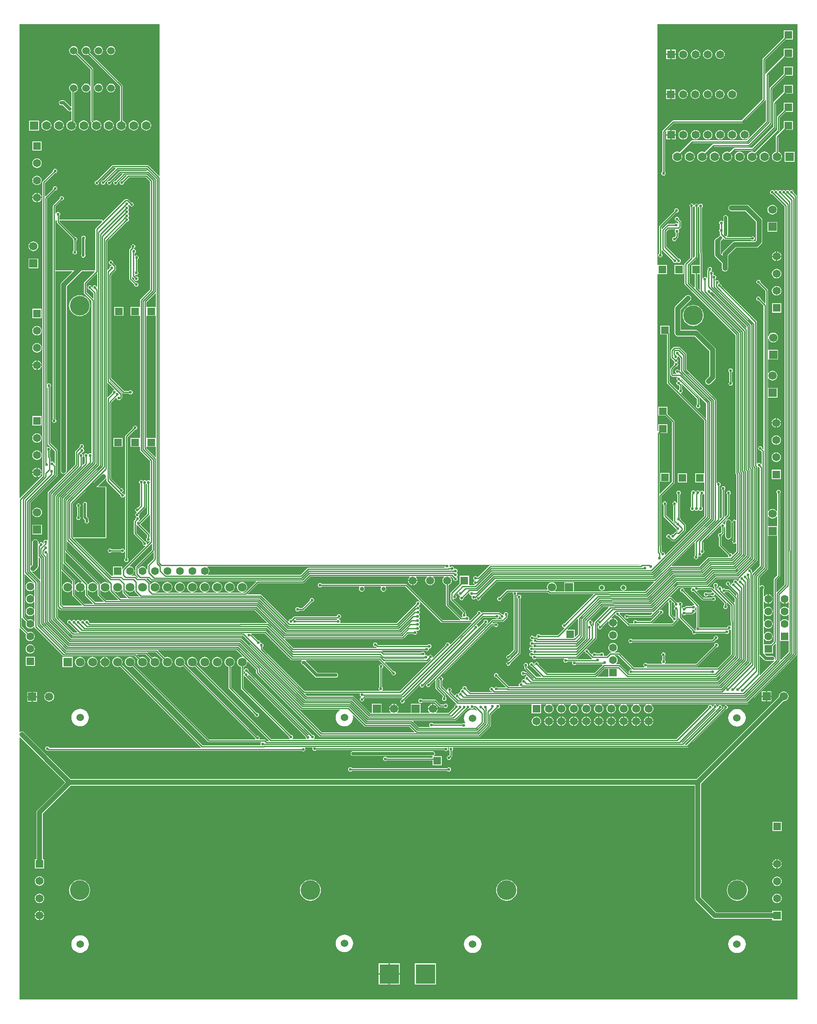
<source format=gbr>
%TF.GenerationSoftware,Altium Limited,Altium NEXUS,2.1.5 (53)*%
G04 Layer_Physical_Order=2*
G04 Layer_Color=16711680*
%FSLAX44Y44*%
%MOMM*%
%TF.FileFunction,Copper,L2,Bot,Signal*%
%TF.Part,Single*%
G01*
G75*
%TA.AperFunction,Conductor*%
%ADD10C,0.2540*%
%ADD52C,0.4000*%
%ADD53C,1.0000*%
%ADD54C,0.5000*%
%ADD55C,0.7000*%
%TA.AperFunction,WasherPad*%
%ADD56C,4.0000*%
%TA.AperFunction,ComponentPad*%
%ADD57C,1.5240*%
%ADD58R,1.8000X1.8000*%
%ADD59C,1.8000*%
%ADD60R,1.6500X1.6500*%
%ADD61C,1.6500*%
%ADD62R,1.6000X1.6000*%
%ADD63R,1.6500X1.6500*%
%ADD64R,1.6000X1.6000*%
%ADD65R,1.7000X1.7000*%
%ADD66C,1.7000*%
%ADD67R,1.7000X1.7000*%
%ADD68C,0.9000*%
%ADD69C,1.6000*%
%ADD70R,1.7780X1.7780*%
%ADD71C,1.7780*%
%ADD72R,4.0000X4.0000*%
%TA.AperFunction,ViaPad*%
%ADD73C,0.6000*%
G36*
X292767Y1684357D02*
X291593Y1683871D01*
X270193Y1705271D01*
X269353Y1705833D01*
X268362Y1706030D01*
X197982D01*
X196991Y1705833D01*
X196151Y1705271D01*
X165253Y1674373D01*
X165100Y1674404D01*
X163434Y1674072D01*
X162022Y1673129D01*
X161078Y1671716D01*
X160746Y1670050D01*
X161078Y1668384D01*
X162022Y1666971D01*
X163434Y1666028D01*
X165100Y1665696D01*
X166766Y1666028D01*
X168179Y1666971D01*
X169122Y1668384D01*
X169454Y1670050D01*
X169255Y1671050D01*
X199055Y1700850D01*
X203025D01*
X203511Y1699677D01*
X178377Y1674543D01*
X177800Y1674658D01*
X176134Y1674326D01*
X174722Y1673383D01*
X173778Y1671970D01*
X173446Y1670304D01*
X173778Y1668638D01*
X174722Y1667225D01*
X176134Y1666282D01*
X177800Y1665950D01*
X179466Y1666282D01*
X180879Y1667225D01*
X181822Y1668638D01*
X182154Y1670304D01*
X182039Y1670880D01*
X208199Y1697040D01*
X265711D01*
X267148Y1695603D01*
X266662Y1694430D01*
X212290D01*
X211299Y1694232D01*
X210459Y1693671D01*
X191077Y1674289D01*
X190500Y1674404D01*
X188834Y1674072D01*
X187421Y1673129D01*
X186478Y1671716D01*
X186146Y1670050D01*
X186478Y1668384D01*
X187421Y1666971D01*
X188834Y1666028D01*
X190500Y1665696D01*
X192166Y1666028D01*
X193578Y1666971D01*
X194522Y1668384D01*
X194854Y1670050D01*
X194739Y1670627D01*
X213363Y1689250D01*
X217078D01*
X217564Y1688077D01*
X203776Y1674289D01*
X203200Y1674404D01*
X201534Y1674072D01*
X200121Y1673129D01*
X199178Y1671716D01*
X198846Y1670050D01*
X199178Y1668384D01*
X200121Y1666971D01*
X201534Y1666028D01*
X203200Y1665696D01*
X204866Y1666028D01*
X206278Y1666971D01*
X207222Y1668384D01*
X207554Y1670050D01*
X207439Y1670627D01*
X222253Y1685440D01*
X225460D01*
X225946Y1684267D01*
X216222Y1674543D01*
X215646Y1674658D01*
X213980Y1674326D01*
X212568Y1673383D01*
X211624Y1671970D01*
X211292Y1670304D01*
X211624Y1668638D01*
X212568Y1667225D01*
X213980Y1666282D01*
X215646Y1665950D01*
X217312Y1666282D01*
X218724Y1667225D01*
X219668Y1668638D01*
X220000Y1670304D01*
X219885Y1670880D01*
X230635Y1681630D01*
X264957D01*
X273730Y1672857D01*
Y1453267D01*
X253439Y1432975D01*
X252877Y1432135D01*
X252680Y1431144D01*
Y1418622D01*
X251840Y1417700D01*
X251410Y1417700D01*
X233300D01*
Y1399160D01*
X251410D01*
X251840Y1399160D01*
X252680Y1398238D01*
Y1151922D01*
X251840Y1151000D01*
X251410Y1151000D01*
X233300D01*
Y1132460D01*
X251410D01*
X251840Y1132460D01*
X252680Y1131538D01*
Y1126382D01*
X252877Y1125391D01*
X253439Y1124550D01*
X273730Y1104259D01*
Y1064792D01*
X272460Y1064113D01*
X271922Y1064472D01*
X270256Y1064804D01*
X268590Y1064472D01*
X267178Y1063529D01*
X267081Y1063384D01*
X265811D01*
X265714Y1063529D01*
X264302Y1064472D01*
X262636Y1064804D01*
X260970Y1064472D01*
X259895Y1063754D01*
X258433Y1063781D01*
X258246Y1063851D01*
X256936Y1064726D01*
X255270Y1065058D01*
X253604Y1064726D01*
X252192Y1063783D01*
X251248Y1062370D01*
X250916Y1060704D01*
X251248Y1059038D01*
X252192Y1057626D01*
X252680Y1057299D01*
Y1012755D01*
X247973Y1008047D01*
X247396Y1008162D01*
X245730Y1007830D01*
X244317Y1006887D01*
X243374Y1005474D01*
X243042Y1003808D01*
X243374Y1002142D01*
X244317Y1000730D01*
X245730Y999786D01*
X245941Y999744D01*
Y998449D01*
X245857Y998432D01*
X244445Y997488D01*
X243501Y996076D01*
X243169Y994410D01*
X243501Y992744D01*
X244445Y991331D01*
X245157Y990855D01*
X245160Y989330D01*
X244825Y989107D01*
X243882Y987694D01*
X243550Y986028D01*
X243665Y985452D01*
X240809Y982595D01*
X240247Y981755D01*
X240050Y980764D01*
Y956748D01*
X240247Y955757D01*
X240809Y954917D01*
X258608Y937118D01*
X258282Y935482D01*
X258614Y933816D01*
X259557Y932403D01*
X260970Y931460D01*
X262636Y931128D01*
X263170Y931235D01*
X263796Y930064D01*
X217625Y883893D01*
X217550Y883781D01*
X216280Y884166D01*
Y889380D01*
X197740D01*
Y871270D01*
X197740Y870840D01*
X196818Y870000D01*
X194675D01*
X119041Y945634D01*
X119527Y946807D01*
X182880D01*
X183852Y947210D01*
X184255Y948182D01*
Y1050544D01*
X183852Y1051516D01*
X182880Y1051919D01*
X168767D01*
X168281Y1053092D01*
X182816Y1067626D01*
X183592Y1068789D01*
X184862Y1068403D01*
Y1063498D01*
X185059Y1062507D01*
X185621Y1061667D01*
X213185Y1034102D01*
X213070Y1033526D01*
X213402Y1031860D01*
X214345Y1030447D01*
X215758Y1029504D01*
X217424Y1029172D01*
X219090Y1029504D01*
X220502Y1030447D01*
X221446Y1031860D01*
X222708Y1031695D01*
Y921813D01*
X221438Y921687D01*
X221369Y922034D01*
X221192Y922924D01*
X220249Y924336D01*
X218836Y925280D01*
X217170Y925612D01*
X215504Y925280D01*
X214091Y924336D01*
X213765Y923848D01*
X194921D01*
X194594Y924336D01*
X193182Y925280D01*
X191516Y925612D01*
X189850Y925280D01*
X188438Y924336D01*
X187494Y922924D01*
X187162Y921258D01*
X187494Y919592D01*
X188438Y918179D01*
X189850Y917236D01*
X191516Y916904D01*
X193182Y917236D01*
X194594Y918179D01*
X194921Y918668D01*
X213765D01*
X214091Y918179D01*
X215504Y917236D01*
X217170Y916904D01*
X218836Y917236D01*
X220249Y918179D01*
X221192Y919592D01*
X221369Y920482D01*
X221438Y920829D01*
X222708Y920704D01*
Y905867D01*
X222220Y905540D01*
X221276Y904128D01*
X220944Y902462D01*
X221276Y900796D01*
X222220Y899383D01*
X223632Y898440D01*
X225298Y898108D01*
X226964Y898440D01*
X228377Y899383D01*
X229320Y900796D01*
X229652Y902462D01*
X229320Y904128D01*
X228377Y905540D01*
X227888Y905867D01*
Y1152595D01*
X242502Y1167209D01*
X243078Y1167094D01*
X244744Y1167426D01*
X246157Y1168370D01*
X247100Y1169782D01*
X247432Y1171448D01*
X247100Y1173114D01*
X246157Y1174527D01*
X244744Y1175470D01*
X243078Y1175802D01*
X241412Y1175470D01*
X240000Y1174527D01*
X239056Y1173114D01*
X238724Y1171448D01*
X238839Y1170872D01*
X223467Y1155499D01*
X222905Y1154659D01*
X222708Y1153668D01*
Y1035357D01*
X221446Y1035192D01*
X220502Y1036605D01*
X219090Y1037548D01*
X217424Y1037880D01*
X216847Y1037765D01*
X215664Y1038948D01*
X216033Y1040164D01*
X216226Y1040202D01*
X217639Y1041146D01*
X218582Y1042558D01*
X218914Y1044224D01*
X218582Y1045891D01*
X217639Y1047303D01*
X216226Y1048247D01*
X214560Y1048578D01*
X213984Y1048463D01*
X193852Y1068595D01*
Y1222699D01*
X204104Y1232952D01*
X205275Y1232326D01*
X205189Y1231892D01*
X205520Y1230226D01*
X206464Y1228814D01*
X207876Y1227870D01*
X209542Y1227539D01*
X211208Y1227870D01*
X212621Y1228814D01*
X213034Y1229433D01*
X213371Y1229500D01*
X214211Y1230061D01*
X216217Y1232067D01*
X216778Y1232907D01*
X216975Y1233898D01*
Y1239510D01*
X216778Y1240501D01*
X216217Y1241341D01*
X191155Y1266404D01*
X191159Y1266423D01*
X192537Y1266841D01*
X217625Y1241753D01*
X218465Y1241191D01*
X219456Y1240994D01*
X230529D01*
X230856Y1240506D01*
X232268Y1239562D01*
X233934Y1239230D01*
X235600Y1239562D01*
X237013Y1240506D01*
X237956Y1241918D01*
X238288Y1243584D01*
X237956Y1245250D01*
X237013Y1246663D01*
X235600Y1247606D01*
X233934Y1247938D01*
X232268Y1247606D01*
X230856Y1246663D01*
X230529Y1246174D01*
X220529D01*
X194106Y1272597D01*
Y1482541D01*
X203380Y1491816D01*
X203942Y1492656D01*
X204139Y1493647D01*
Y1499997D01*
X203942Y1500988D01*
X203380Y1501828D01*
X198041Y1507168D01*
X198156Y1507744D01*
X197824Y1509410D01*
X196880Y1510822D01*
X195468Y1511766D01*
X193802Y1512098D01*
X192136Y1511766D01*
X190723Y1510822D01*
X189780Y1509410D01*
X189448Y1507744D01*
X189780Y1506078D01*
X190723Y1504666D01*
X192136Y1503722D01*
X193802Y1503390D01*
X194379Y1503505D01*
X195241Y1502643D01*
X194769Y1501319D01*
X193660Y1501098D01*
X192248Y1500155D01*
X191304Y1498742D01*
X190972Y1497076D01*
X191087Y1496499D01*
X187405Y1492818D01*
X186232Y1493304D01*
Y1551121D01*
X225737Y1590627D01*
X226314Y1590512D01*
X227980Y1590844D01*
X229393Y1591788D01*
X230336Y1593200D01*
X230668Y1594866D01*
X230336Y1596532D01*
X229393Y1597944D01*
X229060Y1598166D01*
Y1599694D01*
X229393Y1599915D01*
X230336Y1601328D01*
X230668Y1602994D01*
X230336Y1604660D01*
X229393Y1606073D01*
X228934Y1606379D01*
Y1607907D01*
X229139Y1608044D01*
X230082Y1609456D01*
X230414Y1611122D01*
X230082Y1612788D01*
X229139Y1614200D01*
X228804Y1614424D01*
Y1615694D01*
X229139Y1615918D01*
X230082Y1617330D01*
X230414Y1618996D01*
X230082Y1620662D01*
X229139Y1622074D01*
X228806Y1622296D01*
Y1623824D01*
X229139Y1624046D01*
X230082Y1625458D01*
X230161Y1625857D01*
X231358Y1625854D01*
X231690Y1624188D01*
X232633Y1622776D01*
X234046Y1621832D01*
X235712Y1621500D01*
X237378Y1621832D01*
X238790Y1622776D01*
X239734Y1624188D01*
X240066Y1625854D01*
X239734Y1627520D01*
X238790Y1628932D01*
X237378Y1629876D01*
X235712Y1630208D01*
X235135Y1630093D01*
X229415Y1635813D01*
X228575Y1636375D01*
X227584Y1636572D01*
X223266D01*
X222275Y1636375D01*
X221435Y1635813D01*
X177808Y1592186D01*
X176635Y1592672D01*
Y1593850D01*
X176232Y1594822D01*
X175260Y1595225D01*
X88696D01*
Y1603145D01*
X89185Y1603472D01*
X90128Y1604884D01*
X90460Y1606550D01*
X90128Y1608216D01*
X89185Y1609628D01*
X87772Y1610572D01*
X86106Y1610904D01*
X84440Y1610572D01*
X83027Y1609628D01*
X82084Y1608216D01*
X82000Y1607794D01*
X80730Y1607919D01*
Y1621895D01*
X93149Y1634315D01*
X93726Y1634200D01*
X95392Y1634532D01*
X96805Y1635475D01*
X97748Y1636888D01*
X98080Y1638554D01*
X97748Y1640220D01*
X96805Y1641633D01*
X95392Y1642576D01*
X93726Y1642908D01*
X92060Y1642576D01*
X90647Y1641633D01*
X89704Y1640220D01*
X89372Y1638554D01*
X89487Y1637977D01*
X76309Y1624799D01*
X75747Y1623959D01*
X75550Y1622968D01*
Y1189025D01*
X75061Y1188699D01*
X74118Y1187286D01*
X73786Y1185620D01*
X74118Y1183954D01*
X75061Y1182542D01*
X76474Y1181598D01*
X78140Y1181266D01*
X79806Y1181598D01*
X81219Y1182542D01*
X82162Y1183954D01*
X82494Y1185620D01*
X82162Y1187286D01*
X81219Y1188699D01*
X80730Y1189025D01*
Y1490113D01*
X114671D01*
X115157Y1488940D01*
X93016Y1466798D01*
X91630Y1464724D01*
X91143Y1462278D01*
Y1084072D01*
X91630Y1081626D01*
X93016Y1079552D01*
X95090Y1078166D01*
X97536Y1077679D01*
X99982Y1078166D01*
X102056Y1079552D01*
X103442Y1081626D01*
X103929Y1084072D01*
Y1459630D01*
X134412Y1490113D01*
X160237D01*
X160763Y1488843D01*
X139647Y1467727D01*
X139085Y1466887D01*
X138888Y1465896D01*
Y1446022D01*
X139085Y1445031D01*
X139647Y1444191D01*
X154382Y1429455D01*
Y1408430D01*
X154382Y1119804D01*
X153112Y1119125D01*
X152796Y1119336D01*
X151130Y1119668D01*
X149464Y1119336D01*
X148052Y1118392D01*
X147703Y1117870D01*
X146175D01*
X145827Y1118392D01*
X144414Y1119336D01*
X142748Y1119668D01*
X141082Y1119336D01*
X139670Y1118392D01*
X138726Y1116980D01*
X138394Y1115314D01*
X138726Y1113648D01*
X139670Y1112235D01*
X140158Y1111909D01*
Y1099061D01*
X136605Y1095507D01*
X135432Y1095993D01*
Y1111401D01*
X135920Y1111728D01*
X136864Y1113140D01*
X137196Y1114806D01*
X136864Y1116472D01*
X135920Y1117885D01*
X134508Y1118828D01*
X134210Y1118888D01*
X133841Y1120080D01*
X134630Y1120915D01*
X134874Y1120866D01*
X136540Y1121198D01*
X137952Y1122141D01*
X138896Y1123554D01*
X139228Y1125220D01*
X138896Y1126886D01*
X137952Y1128298D01*
X136986Y1128944D01*
X136856Y1130273D01*
X136899Y1130413D01*
X137444Y1130778D01*
X138388Y1132190D01*
X138720Y1133856D01*
X138388Y1135522D01*
X137444Y1136935D01*
X136032Y1137878D01*
X134366Y1138210D01*
X132700Y1137878D01*
X131287Y1136935D01*
X130344Y1135522D01*
X130012Y1133856D01*
X130127Y1133279D01*
X121661Y1124813D01*
X121099Y1123973D01*
X120902Y1122982D01*
Y1096369D01*
X65433Y1040900D01*
X64872Y1040059D01*
X64675Y1039068D01*
Y943084D01*
X63404Y942412D01*
X62549Y942983D01*
X60883Y943315D01*
X59217Y942983D01*
X57804Y942039D01*
X56861Y940627D01*
X56529Y938961D01*
X56861Y937295D01*
X57594Y936197D01*
X57165Y935522D01*
X55850Y935821D01*
X55838Y935878D01*
X54894Y937290D01*
X53482Y938234D01*
X51816Y938566D01*
X50150Y938234D01*
X48738Y937290D01*
X47794Y935878D01*
X47538Y934592D01*
X47367Y934462D01*
X46097Y935092D01*
Y938022D01*
X45610Y940468D01*
X44224Y942542D01*
X42150Y943928D01*
X39704Y944415D01*
X37258Y943928D01*
X35184Y942542D01*
X33798Y940468D01*
X33311Y938022D01*
Y892236D01*
X31038Y889963D01*
X29768Y890489D01*
Y1018683D01*
X84116Y1073032D01*
X84678Y1073872D01*
X84875Y1074863D01*
Y1124952D01*
X84678Y1125943D01*
X84116Y1126784D01*
X69900Y1141000D01*
Y1253895D01*
X70388Y1254221D01*
X71332Y1255634D01*
X71664Y1257300D01*
X71332Y1258966D01*
X70388Y1260378D01*
X68976Y1261322D01*
X67310Y1261654D01*
X65644Y1261322D01*
X64566Y1260602D01*
X63296Y1261090D01*
Y1638243D01*
X79433Y1654381D01*
X80010Y1654266D01*
X81676Y1654598D01*
X83089Y1655542D01*
X84032Y1656954D01*
X84364Y1658620D01*
X84032Y1660286D01*
X83089Y1661698D01*
X81676Y1662642D01*
X80010Y1662974D01*
X78344Y1662642D01*
X76932Y1661698D01*
X75988Y1660286D01*
X75656Y1658620D01*
X75771Y1658044D01*
X60659Y1642932D01*
X59486Y1643418D01*
Y1669993D01*
X79433Y1689941D01*
X80010Y1689826D01*
X81676Y1690158D01*
X83089Y1691102D01*
X84032Y1692514D01*
X84364Y1694180D01*
X84032Y1695846D01*
X83089Y1697258D01*
X81676Y1698202D01*
X80010Y1698534D01*
X78344Y1698202D01*
X76932Y1697258D01*
X75988Y1695846D01*
X75656Y1694180D01*
X75771Y1693604D01*
X55065Y1672897D01*
X54503Y1672057D01*
X54306Y1671066D01*
Y1074223D01*
X8702Y1028619D01*
X7432Y1029145D01*
X7432Y1992667D01*
X292767Y1992667D01*
X292767Y1684357D01*
D02*
G37*
G36*
X175260Y1589639D02*
X162761Y1577139D01*
X162199Y1576299D01*
X162002Y1575308D01*
Y1491488D01*
X80730D01*
Y1593850D01*
X83516D01*
Y1589820D01*
X83713Y1588829D01*
X84275Y1587989D01*
X116411Y1555852D01*
X116296Y1555276D01*
X116628Y1553610D01*
X117571Y1552197D01*
X117806Y1552041D01*
Y1532147D01*
X117064Y1531651D01*
X116120Y1530238D01*
X115788Y1528572D01*
X116120Y1526906D01*
X117064Y1525493D01*
X118476Y1524550D01*
X120142Y1524218D01*
X121808Y1524550D01*
X123221Y1525493D01*
X124164Y1526906D01*
X124496Y1528572D01*
X124164Y1530238D01*
X123221Y1531651D01*
X122986Y1531807D01*
Y1551701D01*
X123729Y1552197D01*
X124672Y1553610D01*
X125004Y1555276D01*
X124672Y1556942D01*
X123729Y1558354D01*
X122316Y1559298D01*
X120650Y1559630D01*
X120073Y1559515D01*
X88696Y1590893D01*
Y1593850D01*
X175260D01*
Y1589639D01*
D02*
G37*
G36*
X1382310Y1621902D02*
X1383253Y1620490D01*
X1383742Y1620163D01*
Y1520247D01*
X1380794Y1517298D01*
X1379524Y1517824D01*
Y1620163D01*
X1380013Y1620490D01*
X1380956Y1621902D01*
X1380986Y1622049D01*
X1382280D01*
X1382310Y1621902D01*
D02*
G37*
G36*
X165812Y1484908D02*
Y1459029D01*
X164550Y1458864D01*
X163606Y1460276D01*
X162194Y1461220D01*
X160528Y1461552D01*
X158862Y1461220D01*
X157450Y1460276D01*
X156506Y1458864D01*
X156232Y1457486D01*
X155410Y1456943D01*
X154960Y1456792D01*
X154745Y1456930D01*
X154707Y1457025D01*
X154392Y1458610D01*
X153448Y1460022D01*
X152036Y1460966D01*
X150370Y1461298D01*
X148704Y1460966D01*
X147291Y1460022D01*
X146348Y1458610D01*
X146016Y1456944D01*
X146348Y1455278D01*
X147291Y1453866D01*
X148704Y1452922D01*
X150370Y1452590D01*
X150946Y1452705D01*
X158192Y1445459D01*
Y1434630D01*
X157019Y1434144D01*
X144068Y1447095D01*
Y1464823D01*
X164639Y1485394D01*
X165812Y1484908D01*
D02*
G37*
G36*
X1391431Y1621302D02*
X1392144Y1620235D01*
X1392632Y1619909D01*
Y1527156D01*
X1392829Y1526165D01*
X1393391Y1525325D01*
X1393520Y1525196D01*
Y1502790D01*
X1376300D01*
Y1484250D01*
X1382980D01*
Y1457744D01*
X1381807Y1457258D01*
X1372412Y1466653D01*
Y1501591D01*
X1388163Y1517343D01*
X1388725Y1518183D01*
X1388922Y1519174D01*
Y1620163D01*
X1389411Y1620490D01*
X1389987Y1621352D01*
X1390258Y1621418D01*
X1391431Y1621302D01*
D02*
G37*
G36*
X1393520Y1452792D02*
X1392347Y1452306D01*
X1388160Y1456493D01*
Y1484250D01*
X1393520D01*
Y1452792D01*
D02*
G37*
G36*
X285160Y1444936D02*
Y1418846D01*
X284860Y1417700D01*
X283890Y1417700D01*
X266750D01*
X266320Y1417700D01*
X265480Y1418622D01*
Y1426915D01*
X283987Y1445422D01*
X285160Y1444936D01*
D02*
G37*
G36*
X1488898Y1377223D02*
Y1375702D01*
X1487725Y1375216D01*
X1415911Y1447030D01*
X1416141Y1448218D01*
X1417365Y1448756D01*
X1488898Y1377223D01*
D02*
G37*
G36*
X1353625Y1313015D02*
Y1288641D01*
X1352355Y1287962D01*
X1352087Y1288141D01*
X1351134Y1288330D01*
X1350802Y1288826D01*
X1349390Y1289770D01*
X1347724Y1290102D01*
X1346058Y1289770D01*
X1344646Y1288826D01*
X1343702Y1287414D01*
X1343370Y1285748D01*
X1343702Y1284082D01*
X1344646Y1282670D01*
X1345726Y1281948D01*
X1345340Y1280678D01*
X1338931D01*
X1338376Y1281233D01*
Y1290263D01*
X1344353Y1296241D01*
X1344930Y1296126D01*
X1346596Y1296458D01*
X1348009Y1297401D01*
X1348952Y1298814D01*
X1349284Y1300480D01*
X1348952Y1302146D01*
X1348139Y1303362D01*
X1348036Y1303971D01*
X1348119Y1305012D01*
X1348900Y1306180D01*
X1349231Y1307846D01*
X1348900Y1309512D01*
X1347956Y1310925D01*
X1347197Y1311431D01*
X1347103Y1312894D01*
X1347107Y1312903D01*
X1348046Y1314308D01*
X1348378Y1315974D01*
X1348256Y1316588D01*
X1349426Y1317213D01*
X1353625Y1313015D01*
D02*
G37*
G36*
X200829Y1249405D02*
X200357Y1248081D01*
X199248Y1247860D01*
X197836Y1246917D01*
X196892Y1245504D01*
X196560Y1243838D01*
X196675Y1243261D01*
X187405Y1233992D01*
X186232Y1234478D01*
Y1262342D01*
X187405Y1262828D01*
X200829Y1249405D01*
D02*
G37*
G36*
X1406602Y1221191D02*
Y1191028D01*
X1405429Y1190542D01*
X1354878Y1241093D01*
X1355296Y1242471D01*
X1355994Y1242610D01*
X1357406Y1243553D01*
X1358350Y1244966D01*
X1358682Y1246632D01*
X1358350Y1248298D01*
X1357406Y1249710D01*
X1356918Y1250037D01*
Y1257808D01*
X1356721Y1258799D01*
X1356159Y1259639D01*
X1355061Y1260738D01*
X1355094Y1260982D01*
X1356437Y1261435D01*
X1387340Y1230531D01*
Y1218937D01*
X1386851Y1218611D01*
X1385907Y1217198D01*
X1385576Y1215532D01*
X1385907Y1213866D01*
X1386851Y1212454D01*
X1388264Y1211510D01*
X1389930Y1211178D01*
X1391596Y1211510D01*
X1393008Y1212454D01*
X1393952Y1213866D01*
X1394283Y1215532D01*
X1393952Y1217198D01*
X1393008Y1218611D01*
X1392520Y1218937D01*
Y1231604D01*
X1392322Y1232595D01*
X1391761Y1233436D01*
X1355189Y1270007D01*
X1355289Y1270709D01*
X1356635Y1271158D01*
X1406602Y1221191D01*
D02*
G37*
G36*
X283890Y1399160D02*
X284860Y1399160D01*
X285160Y1398014D01*
Y1152146D01*
X284860Y1151000D01*
X283890Y1151000D01*
X266750D01*
X266320Y1151000D01*
X265480Y1151922D01*
Y1398238D01*
X266320Y1399160D01*
X266750Y1399160D01*
X283890D01*
D02*
G37*
G36*
Y1132460D02*
X284860Y1132460D01*
X285160Y1131314D01*
Y1112590D01*
X283987Y1112104D01*
X265480Y1130611D01*
Y1131538D01*
X266320Y1132460D01*
X266750Y1132460D01*
X283890D01*
D02*
G37*
G36*
X64720Y1252697D02*
Y1139928D01*
X64917Y1138937D01*
X65479Y1138096D01*
X79696Y1123880D01*
Y1099288D01*
X78425Y1098676D01*
X78208Y1098849D01*
X77936Y1100216D01*
X76993Y1101628D01*
X75580Y1102572D01*
X73914Y1102904D01*
X72248Y1102572D01*
X71988Y1102398D01*
X70868Y1102997D01*
Y1109842D01*
X70671Y1110833D01*
X70109Y1111674D01*
X69103Y1112680D01*
Y1124504D01*
X69591Y1124830D01*
X70535Y1126243D01*
X70867Y1127909D01*
X70535Y1129575D01*
X69591Y1130987D01*
X68179Y1131931D01*
X66513Y1132262D01*
X64847Y1131931D01*
X64566Y1131743D01*
X63296Y1132422D01*
Y1252135D01*
X64566Y1252803D01*
X64720Y1252697D01*
D02*
G37*
G36*
X1551248Y990946D02*
X1551382Y990872D01*
Y971160D01*
X1532432D01*
Y990438D01*
X1533702Y990869D01*
X1534812Y989422D01*
X1536853Y987856D01*
X1539229Y986871D01*
X1541780Y986536D01*
X1544330Y986871D01*
X1546707Y987856D01*
X1548748Y989422D01*
X1550112Y991200D01*
X1551248Y990946D01*
D02*
G37*
G36*
X267666Y1056566D02*
Y996490D01*
X251637Y980461D01*
X251268Y980707D01*
X250162Y980927D01*
X249955Y982263D01*
X250982Y982950D01*
X251926Y984362D01*
X252258Y986028D01*
X251926Y987694D01*
X250982Y989107D01*
X250270Y989583D01*
X250267Y991108D01*
X250602Y991331D01*
X251545Y992744D01*
X251877Y994410D01*
X251545Y996076D01*
X251509Y996130D01*
X264467Y1009089D01*
X265029Y1009929D01*
X265226Y1010920D01*
Y1057045D01*
X265670Y1057342D01*
X265998Y1057516D01*
X266591D01*
X267666Y1056566D01*
D02*
G37*
G36*
X1435631Y972470D02*
X1436107Y972178D01*
X1436412Y970646D01*
X1437355Y969233D01*
X1437844Y968907D01*
Y959415D01*
X1435423Y956993D01*
X1434846Y957108D01*
X1433180Y956776D01*
X1431767Y955833D01*
X1430824Y954420D01*
X1430492Y952754D01*
X1430824Y951088D01*
X1431767Y949676D01*
X1432256Y949349D01*
Y932376D01*
X1432453Y931385D01*
X1433015Y930545D01*
X1450998Y912561D01*
X1450884Y911985D01*
X1451215Y910319D01*
X1451892Y909305D01*
X1451351Y908035D01*
X1411237D01*
X1410246Y907838D01*
X1409406Y907277D01*
X1392147Y890018D01*
X1336490D01*
X1336004Y891191D01*
X1382315Y937502D01*
X1383488Y937016D01*
Y911455D01*
X1383000Y911128D01*
X1382056Y909716D01*
X1381724Y908050D01*
X1382056Y906384D01*
X1383000Y904971D01*
X1384412Y904028D01*
X1386078Y903696D01*
X1387744Y904028D01*
X1389156Y904971D01*
X1390100Y906384D01*
X1390432Y908050D01*
X1390197Y909229D01*
X1391316Y910009D01*
X1391524Y909870D01*
X1393190Y909538D01*
X1394856Y909870D01*
X1396268Y910814D01*
X1397212Y912226D01*
X1397544Y913892D01*
X1397474Y914244D01*
X1398270Y915380D01*
X1398437Y915414D01*
X1399936Y915712D01*
X1401349Y916656D01*
X1402292Y918068D01*
X1402624Y919734D01*
X1402292Y921400D01*
X1401349Y922812D01*
X1400860Y923139D01*
Y938981D01*
X1406448Y944569D01*
X1407213Y945081D01*
X1434870Y972738D01*
X1435631Y972470D01*
D02*
G37*
G36*
X273730Y993848D02*
Y949610D01*
X272460Y948934D01*
X272338Y949016D01*
Y954617D01*
X272141Y955608D01*
X271579Y956448D01*
X254003Y974025D01*
X254116Y975614D01*
X272087Y993586D01*
X272460Y994144D01*
X273730Y993848D01*
D02*
G37*
G36*
X182880Y948182D02*
X116493D01*
X115574Y949101D01*
Y1016426D01*
X149692Y1050544D01*
X182880D01*
Y948182D01*
D02*
G37*
G36*
X246523Y973606D02*
X247936Y972663D01*
X248066Y972637D01*
X267158Y953544D01*
Y947777D01*
X266670Y947450D01*
X265726Y946038D01*
X265394Y944372D01*
X265726Y942706D01*
X266670Y941293D01*
X268082Y940350D01*
X269748Y940018D01*
X271414Y940350D01*
X271621Y940488D01*
X273034Y939905D01*
X273136Y939404D01*
X268054Y934322D01*
X266883Y934948D01*
X266990Y935482D01*
X266658Y937148D01*
X265714Y938560D01*
X264302Y939504D01*
X263359Y939692D01*
X245230Y957821D01*
Y973257D01*
X246500Y973642D01*
X246523Y973606D01*
D02*
G37*
G36*
X281350Y917886D02*
Y905059D01*
X268679Y892387D01*
X268117Y891547D01*
X267920Y890556D01*
Y883244D01*
X266650Y882991D01*
X265907Y884785D01*
X264421Y886721D01*
X262485Y888207D01*
X260230Y889141D01*
X257810Y889460D01*
X255390Y889141D01*
X253135Y888207D01*
X251199Y886721D01*
X250022Y885188D01*
X248752Y885619D01*
Y886947D01*
X280177Y918372D01*
X281350Y917886D01*
D02*
G37*
G36*
X49434Y904883D02*
Y863030D01*
X48261Y862544D01*
X33261Y877544D01*
X33886Y878715D01*
X35002Y878493D01*
X37448Y878979D01*
X39522Y880365D01*
X44224Y885068D01*
X45610Y887141D01*
X46097Y889588D01*
Y906561D01*
X47270Y907047D01*
X49434Y904883D01*
D02*
G37*
G36*
X1512682Y1091734D02*
X1514042Y1091463D01*
X1515822Y1089683D01*
Y890748D01*
X1501180Y876106D01*
X1500007Y876592D01*
Y876975D01*
X1499810Y877966D01*
X1499438Y878522D01*
X1499764Y880160D01*
X1499432Y881826D01*
X1498488Y883239D01*
X1497076Y884182D01*
X1495704Y884455D01*
X1495280Y885295D01*
X1495204Y885751D01*
X1510551Y901099D01*
X1511113Y901939D01*
X1511310Y902930D01*
Y1091123D01*
X1512580Y1091802D01*
X1512682Y1091734D01*
D02*
G37*
G36*
X872194Y888655D02*
X873034Y888094D01*
X873875Y887927D01*
X873956Y887828D01*
X873696Y887025D01*
X873250Y886558D01*
X595718D01*
X594727Y886361D01*
X593887Y885799D01*
X580119Y872032D01*
X391485D01*
X391077Y873234D01*
X391421Y873499D01*
X392907Y875435D01*
X393841Y877690D01*
X394160Y880110D01*
X393841Y882530D01*
X392907Y884785D01*
X391421Y886721D01*
X390276Y887600D01*
X390708Y888870D01*
X871979D01*
X872194Y888655D01*
D02*
G37*
G36*
X1271156Y891397D02*
X1271142Y891376D01*
X966433D01*
X965442Y891179D01*
X964602Y890617D01*
X941735Y867751D01*
X939878D01*
X939576Y868203D01*
X938164Y869146D01*
X936498Y869478D01*
X934832Y869146D01*
X933419Y868203D01*
X932476Y866790D01*
X932144Y865124D01*
X932476Y863458D01*
X933419Y862046D01*
X934409Y861385D01*
X934427Y861335D01*
Y860023D01*
X934409Y859973D01*
X933419Y859313D01*
X932476Y857900D01*
X932144Y856234D01*
X932476Y854568D01*
X933419Y853156D01*
X934832Y852212D01*
X935119Y852155D01*
X935139Y852107D01*
X935018Y850880D01*
X924541D01*
X923334Y851032D01*
Y870072D01*
X904294D01*
Y854695D01*
X886201Y836601D01*
X885639Y835761D01*
X885442Y834770D01*
Y822150D01*
X885639Y821159D01*
X886201Y820319D01*
X910794Y795725D01*
Y793599D01*
X910305Y793272D01*
X909362Y791860D01*
X909030Y790194D01*
X909362Y788528D01*
X910252Y787196D01*
X910159Y786770D01*
X909800Y785926D01*
X907599D01*
X881404Y812121D01*
Y851320D01*
X883615Y852236D01*
X885604Y853762D01*
X887130Y855751D01*
X888089Y858067D01*
X888416Y860552D01*
X888089Y863037D01*
X887130Y865353D01*
X885604Y867342D01*
X885333Y867550D01*
X885741Y868752D01*
X887043D01*
X891365Y864430D01*
X891250Y863854D01*
X891582Y862188D01*
X892525Y860776D01*
X893938Y859832D01*
X895604Y859500D01*
X897270Y859832D01*
X898682Y860776D01*
X899626Y862188D01*
X899958Y863854D01*
X899626Y865520D01*
X898682Y866933D01*
X898351Y867154D01*
Y868682D01*
X898682Y868904D01*
X899626Y870316D01*
X899958Y871982D01*
X899626Y873648D01*
X898682Y875061D01*
X898351Y875282D01*
Y876810D01*
X898682Y877031D01*
X899626Y878444D01*
X899958Y880110D01*
X899626Y881776D01*
X898682Y883188D01*
X897270Y884132D01*
X895604Y884464D01*
X893938Y884132D01*
X893929Y884126D01*
X892786Y884890D01*
X892846Y885190D01*
X892514Y886856D01*
X891571Y888269D01*
X890158Y889212D01*
X888492Y889544D01*
X886826Y889212D01*
X885414Y888269D01*
X885108Y887811D01*
X884255Y887818D01*
X883345Y888990D01*
X883448Y889508D01*
X883116Y891174D01*
X882967Y891397D01*
X883646Y892667D01*
X1270477Y892667D01*
X1271156Y891397D01*
D02*
G37*
G36*
X277540Y934824D02*
Y923060D01*
X244331Y889851D01*
X243769Y889011D01*
X243572Y888020D01*
Y873724D01*
X243769Y872733D01*
X244331Y871893D01*
X248865Y867358D01*
X248407Y866021D01*
X247709Y865933D01*
X244401Y869241D01*
X243561Y869803D01*
X242570Y870000D01*
X235544D01*
X235291Y871270D01*
X237085Y872013D01*
X239021Y873499D01*
X240507Y875435D01*
X241441Y877690D01*
X241760Y880110D01*
X241441Y882530D01*
X240507Y884785D01*
X239021Y886721D01*
X237085Y888207D01*
X234830Y889141D01*
X232410Y889460D01*
X232188Y889431D01*
X231626Y890570D01*
X276367Y935310D01*
X277540Y934824D01*
D02*
G37*
G36*
X1474067Y863109D02*
X1474088Y863053D01*
X1473820Y861780D01*
X1472408Y860836D01*
X1471464Y859424D01*
X1471434Y859277D01*
X1470140D01*
X1470110Y859424D01*
X1469167Y860836D01*
X1467754Y861780D01*
X1466088Y862112D01*
X1464422Y861780D01*
X1463009Y860836D01*
X1462066Y859424D01*
X1461734Y857758D01*
X1461840Y857226D01*
X1461771Y856029D01*
X1460918Y855846D01*
X1460104Y855684D01*
X1458692Y854741D01*
X1457748Y853328D01*
X1457485Y852008D01*
X1456515Y851548D01*
X1456189Y851507D01*
X1455172Y852524D01*
X1455456Y853948D01*
X1455124Y855614D01*
X1454180Y857027D01*
X1452768Y857970D01*
X1451102Y858302D01*
X1449436Y857970D01*
X1448024Y857027D01*
X1447080Y855614D01*
X1446748Y853948D01*
X1447080Y852282D01*
X1448024Y850870D01*
X1449436Y849926D01*
X1450697Y849675D01*
X1468157Y832214D01*
Y829515D01*
X1466984Y829029D01*
X1453949Y842063D01*
X1453109Y842625D01*
X1452118Y842822D01*
X1445871D01*
X1445544Y843310D01*
X1444132Y844254D01*
X1442466Y844586D01*
X1440800Y844254D01*
X1439980Y843706D01*
X1438837Y844470D01*
X1438854Y844558D01*
X1438523Y846224D01*
X1437579Y847637D01*
X1436167Y848580D01*
X1434500Y848912D01*
X1432834Y848580D01*
X1431422Y847637D01*
X1430478Y846224D01*
X1430160Y844625D01*
X1429839Y844418D01*
X1428959Y844019D01*
X1428292Y844538D01*
Y847749D01*
X1428781Y848075D01*
X1429724Y849488D01*
X1430056Y851154D01*
X1429724Y852820D01*
X1428781Y854232D01*
X1427368Y855176D01*
X1425702Y855508D01*
X1424036Y855176D01*
X1422623Y854232D01*
X1421680Y852820D01*
X1421348Y851154D01*
X1421680Y849488D01*
X1422623Y848075D01*
X1423112Y847749D01*
Y843470D01*
X1422661Y843136D01*
X1421895Y842891D01*
X1419167Y845619D01*
X1418327Y846181D01*
X1417336Y846378D01*
X1412095D01*
X1411738Y847030D01*
X1411634Y847648D01*
X1427751Y863764D01*
X1472144D01*
X1473135Y863961D01*
X1474067Y863109D01*
D02*
G37*
G36*
X134888Y857892D02*
X134168Y856815D01*
X133491Y857096D01*
X132080Y857281D01*
Y847090D01*
Y836899D01*
X133491Y837084D01*
X135989Y838119D01*
X138135Y839765D01*
X139781Y841911D01*
X139904Y842209D01*
X141174Y841956D01*
Y831088D01*
X141371Y830097D01*
X141933Y829257D01*
X157166Y814023D01*
X156680Y812850D01*
X139757D01*
X120446Y832161D01*
Y841956D01*
X121716Y842209D01*
X121839Y841911D01*
X123485Y839765D01*
X125631Y838119D01*
X128129Y837084D01*
X129540Y836899D01*
Y847090D01*
Y857281D01*
X128129Y857096D01*
X125631Y856061D01*
X123485Y854415D01*
X121839Y852269D01*
X121716Y851971D01*
X120446Y852224D01*
Y860044D01*
X120249Y861035D01*
X119687Y861875D01*
X96524Y885039D01*
Y894596D01*
X97697Y895082D01*
X134888Y857892D01*
D02*
G37*
G36*
X37366Y855337D02*
X37314Y855113D01*
X35941Y854816D01*
X35821Y854971D01*
X33885Y856457D01*
X31630Y857391D01*
X29210Y857710D01*
X26790Y857391D01*
X24535Y856457D01*
X22599Y854971D01*
X21113Y853035D01*
X20179Y850780D01*
X19860Y848360D01*
X20179Y845940D01*
X21113Y843685D01*
X22599Y841749D01*
X24535Y840263D01*
X26790Y839329D01*
X29210Y839010D01*
X31630Y839329D01*
X33885Y840263D01*
X35821Y841749D01*
X36734Y842939D01*
X38005Y842507D01*
Y828813D01*
X36734Y828382D01*
X35821Y829571D01*
X33885Y831057D01*
X31630Y831991D01*
X29210Y832310D01*
X26790Y831991D01*
X24535Y831057D01*
X22599Y829571D01*
X21113Y827635D01*
X20179Y825380D01*
X19860Y822960D01*
X20179Y820540D01*
X21113Y818285D01*
X22599Y816349D01*
X24535Y814863D01*
X26790Y813929D01*
X29210Y813610D01*
X31630Y813929D01*
X33885Y814863D01*
X35821Y816349D01*
X36734Y817539D01*
X38005Y817107D01*
Y803413D01*
X36734Y802981D01*
X35821Y804171D01*
X33885Y805657D01*
X31630Y806591D01*
X29210Y806910D01*
X26790Y806591D01*
X24535Y805657D01*
X22599Y804171D01*
X21113Y802235D01*
X20179Y799980D01*
X19860Y797560D01*
X20179Y795140D01*
X21113Y792885D01*
X22599Y790949D01*
X24535Y789463D01*
X26790Y788529D01*
X29210Y788210D01*
X31630Y788529D01*
X33885Y789463D01*
X35821Y790949D01*
X36734Y792139D01*
X38005Y791707D01*
Y778013D01*
X36734Y777581D01*
X35821Y778771D01*
X33885Y780257D01*
X31630Y781191D01*
X29210Y781510D01*
X26790Y781191D01*
X24705Y780328D01*
X17576Y787457D01*
Y873332D01*
X18846Y873858D01*
X37366Y855337D01*
D02*
G37*
G36*
X189594Y855509D02*
X188755Y854553D01*
X186789Y856061D01*
X184291Y857096D01*
X181610Y857449D01*
X178929Y857096D01*
X176431Y856061D01*
X174285Y854415D01*
X173278Y853102D01*
X172008Y853533D01*
Y854202D01*
X171811Y855193D01*
X171249Y856033D01*
X104144Y923139D01*
Y939300D01*
X105317Y939786D01*
X189594Y855509D01*
D02*
G37*
G36*
X115266Y858971D02*
Y853202D01*
X113996Y852770D01*
X112735Y854415D01*
X110589Y856061D01*
X108091Y857096D01*
X105410Y857449D01*
X102729Y857096D01*
X100231Y856061D01*
X98085Y854415D01*
X96439Y852269D01*
X95404Y849771D01*
X95051Y847090D01*
X95404Y844409D01*
X96439Y841911D01*
X98085Y839765D01*
X100231Y838119D01*
X102729Y837084D01*
X105410Y836731D01*
X108091Y837084D01*
X110589Y838119D01*
X112735Y839765D01*
X113996Y841410D01*
X115266Y840978D01*
Y831088D01*
X115463Y830097D01*
X116025Y829257D01*
X135068Y810213D01*
X134582Y809040D01*
X96531D01*
X92714Y812857D01*
Y879864D01*
X93887Y880350D01*
X115266Y858971D01*
D02*
G37*
G36*
X166828Y853129D02*
Y851611D01*
X165558Y851358D01*
X165181Y852269D01*
X163535Y854415D01*
X161389Y856061D01*
X158891Y857096D01*
X156210Y857449D01*
X153529Y857096D01*
X151031Y856061D01*
X148885Y854415D01*
X147599Y852738D01*
X147384Y852728D01*
X146271Y853094D01*
X146157Y853669D01*
X145595Y854509D01*
X100334Y899771D01*
Y917964D01*
X101507Y918450D01*
X166828Y853129D01*
D02*
G37*
G36*
X872295Y867550D02*
X872024Y867342D01*
X870498Y865353D01*
X869539Y863037D01*
X869212Y860552D01*
X869539Y858067D01*
X870498Y855751D01*
X872024Y853762D01*
X874013Y852236D01*
X876224Y851320D01*
Y811048D01*
X876421Y810057D01*
X876983Y809217D01*
X904695Y781505D01*
X905301Y781100D01*
X905136Y779945D01*
X905090Y779830D01*
X869245D01*
X796343Y852731D01*
X795503Y853293D01*
X794512Y853490D01*
X623165D01*
X622839Y853979D01*
X621426Y854922D01*
X619760Y855254D01*
X618094Y854922D01*
X616682Y853979D01*
X615738Y852566D01*
X615406Y850900D01*
X615738Y849234D01*
X616682Y847822D01*
X618094Y846878D01*
X619760Y846546D01*
X621426Y846878D01*
X622839Y847822D01*
X623165Y848310D01*
X699517D01*
X700195Y847040D01*
X699357Y845785D01*
X698909Y843534D01*
X699357Y841283D01*
X700632Y839374D01*
X702541Y838099D01*
X704792Y837651D01*
X707043Y838099D01*
X708952Y839374D01*
X710227Y841283D01*
X710675Y843534D01*
X710227Y845785D01*
X709389Y847040D01*
X710068Y848310D01*
X743516D01*
X744195Y847040D01*
X743357Y845785D01*
X742909Y843534D01*
X743357Y841283D01*
X744632Y839374D01*
X746541Y838099D01*
X748792Y837651D01*
X751043Y838099D01*
X752952Y839374D01*
X754227Y841283D01*
X754675Y843534D01*
X754227Y845785D01*
X753389Y847040D01*
X754068Y848310D01*
X793439D01*
X866341Y775409D01*
X867181Y774847D01*
X868172Y774650D01*
X927354D01*
X927683Y774716D01*
X928309Y773545D01*
X885339Y730575D01*
X883961Y730993D01*
X883878Y731408D01*
X882934Y732821D01*
X881522Y733764D01*
X879856Y734096D01*
X878190Y733764D01*
X876777Y732821D01*
X875834Y731408D01*
X875502Y729742D01*
X875617Y729165D01*
X849973Y703521D01*
X848802Y704147D01*
X848952Y704898D01*
X848620Y706564D01*
X847676Y707977D01*
X846264Y708920D01*
X844598Y709252D01*
X842932Y708920D01*
X841519Y707977D01*
X840682Y706723D01*
X840052Y706619D01*
X839307Y706697D01*
X838484Y707928D01*
X837072Y708872D01*
X835406Y709204D01*
X834424Y709008D01*
X834350Y709044D01*
X833442Y710084D01*
X833664Y711200D01*
X833332Y712866D01*
X832389Y714278D01*
X830976Y715222D01*
X829310Y715554D01*
X827644Y715222D01*
X826232Y714278D01*
X825905Y713790D01*
X749405D01*
X746154Y717040D01*
X746204Y717474D01*
X746591Y718310D01*
X833731D01*
X834057Y717822D01*
X835470Y716878D01*
X837136Y716546D01*
X838802Y716878D01*
X840214Y717822D01*
X841158Y719234D01*
X841489Y720900D01*
X841423Y721233D01*
X842537Y722141D01*
X843930Y722418D01*
X845342Y723362D01*
X846286Y724774D01*
X846618Y726440D01*
X846286Y728106D01*
X845342Y729519D01*
X843930Y730462D01*
X842264Y730794D01*
X840598Y730462D01*
X839185Y729519D01*
X838859Y729030D01*
X737576D01*
X736631Y729975D01*
X736636Y729996D01*
X736304Y731662D01*
X735360Y733074D01*
X733948Y734018D01*
X732282Y734350D01*
X730616Y734018D01*
X729203Y733074D01*
X728260Y731662D01*
X727928Y729996D01*
X728260Y728330D01*
X729203Y726917D01*
X730616Y725974D01*
X732282Y725642D01*
X733414Y725867D01*
X734521Y724760D01*
X734418Y724142D01*
X734061Y723490D01*
X564980D01*
X547710Y740759D01*
X548196Y741932D01*
X787827D01*
X788818Y742129D01*
X789658Y742691D01*
X798912Y751944D01*
X809803D01*
X810129Y751456D01*
X811542Y750512D01*
X813208Y750180D01*
X814874Y750512D01*
X816286Y751456D01*
X817230Y752868D01*
X817562Y754534D01*
X817230Y756200D01*
X816430Y757398D01*
X816628Y757793D01*
X817141Y758453D01*
X818642Y758154D01*
X820308Y758486D01*
X821721Y759429D01*
X822664Y760842D01*
X822996Y762508D01*
X822664Y764174D01*
X821721Y765586D01*
X821064Y766025D01*
X821135Y767505D01*
X821974Y768065D01*
X822918Y769478D01*
X823250Y771144D01*
X822918Y772810D01*
X821974Y774222D01*
X821640Y774446D01*
Y775716D01*
X821974Y775939D01*
X822918Y777352D01*
X823250Y779018D01*
X822918Y780684D01*
X821974Y782096D01*
X821643Y782318D01*
Y783846D01*
X821974Y784068D01*
X822918Y785480D01*
X823250Y787146D01*
X822918Y788812D01*
X821974Y790225D01*
X821112Y790801D01*
X821046Y791072D01*
X821162Y792245D01*
X822228Y792958D01*
X823172Y794370D01*
X823504Y796036D01*
X823172Y797702D01*
X822228Y799115D01*
X821897Y799336D01*
Y800864D01*
X822228Y801086D01*
X823172Y802498D01*
X823504Y804164D01*
X823172Y805830D01*
X822228Y807243D01*
X820816Y808186D01*
X820157Y808317D01*
Y809612D01*
X821070Y809794D01*
X822483Y810738D01*
X823426Y812150D01*
X823758Y813816D01*
X823426Y815482D01*
X822483Y816895D01*
X821070Y817838D01*
X819404Y818170D01*
X817738Y817838D01*
X816326Y816895D01*
X815382Y815482D01*
X815050Y813816D01*
X815165Y813240D01*
X775707Y773782D01*
X661026D01*
X660348Y775052D01*
X660866Y775828D01*
X661198Y777494D01*
X660866Y779160D01*
X659922Y780573D01*
X658510Y781516D01*
X657836Y781650D01*
X657438Y783024D01*
X657816Y783383D01*
X658257Y783296D01*
X659923Y783627D01*
X661336Y784571D01*
X662279Y785983D01*
X662611Y787649D01*
X662279Y789315D01*
X661336Y790728D01*
X659923Y791672D01*
X658257Y792003D01*
X656591Y791672D01*
X655179Y790728D01*
X654235Y789315D01*
X653914Y787704D01*
X567983D01*
X566992Y787507D01*
X566152Y786945D01*
X560679Y781472D01*
X560070Y781594D01*
X558404Y781262D01*
X556992Y780319D01*
X556048Y778906D01*
X555785Y777586D01*
X554815Y777126D01*
X554489Y777085D01*
X500433Y831141D01*
X499593Y831703D01*
X498602Y831900D01*
X472224D01*
X471738Y833073D01*
X494087Y855422D01*
X585927D01*
X586918Y855619D01*
X587758Y856181D01*
X600329Y868752D01*
X801887D01*
X802295Y867550D01*
X802024Y867342D01*
X800498Y865353D01*
X799539Y863037D01*
X799379Y861822D01*
X808814D01*
X818249D01*
X818089Y863037D01*
X817130Y865353D01*
X815604Y867342D01*
X815333Y867550D01*
X815741Y868752D01*
X836887D01*
X837295Y867550D01*
X837024Y867342D01*
X835498Y865353D01*
X834539Y863037D01*
X834212Y860552D01*
X834539Y858067D01*
X835498Y855751D01*
X837024Y853762D01*
X839013Y852236D01*
X841329Y851277D01*
X843814Y850950D01*
X846299Y851277D01*
X848615Y852236D01*
X850604Y853762D01*
X852130Y855751D01*
X853089Y858067D01*
X853416Y860552D01*
X853089Y863037D01*
X852130Y865353D01*
X850604Y867342D01*
X850333Y867550D01*
X850741Y868752D01*
X871887D01*
X872295Y867550D01*
D02*
G37*
G36*
X1300221Y857345D02*
X1281586Y838710D01*
X1238140D01*
X1238015Y839980D01*
X1238766Y840129D01*
X1240051Y840385D01*
X1241960Y841660D01*
X1243235Y843569D01*
X1243683Y845820D01*
X1243235Y848071D01*
X1241960Y849980D01*
X1240051Y851255D01*
X1237800Y851703D01*
X1235549Y851255D01*
X1233640Y849980D01*
X1232365Y848071D01*
X1231917Y845820D01*
X1232365Y843569D01*
X1233640Y841660D01*
X1235549Y840385D01*
X1236834Y840129D01*
X1237585Y839980D01*
X1237460Y838710D01*
X1207982D01*
X1207630Y838640D01*
X1136970D01*
Y856860D01*
X1117430D01*
Y838640D01*
X1099212D01*
X1098804Y839842D01*
X1099168Y840122D01*
X1100734Y842163D01*
X1101719Y844539D01*
X1102054Y847090D01*
X1101719Y849641D01*
X1100734Y852017D01*
X1099168Y854058D01*
X1097127Y855624D01*
X1094751Y856609D01*
X1092200Y856944D01*
X1089650Y856609D01*
X1087273Y855624D01*
X1085232Y854058D01*
X1083666Y852017D01*
X1082682Y849641D01*
X1082346Y847090D01*
X1082682Y844539D01*
X1083308Y843028D01*
X1082459Y841758D01*
X1001210D01*
X1000219Y841561D01*
X999379Y840999D01*
X985665Y827285D01*
X985088Y827400D01*
X983422Y827068D01*
X982010Y826125D01*
X981066Y824712D01*
X980735Y823046D01*
X981066Y821380D01*
X982010Y819968D01*
X983422Y819024D01*
X985088Y818693D01*
X986754Y819024D01*
X988167Y819968D01*
X989110Y821380D01*
X989442Y823046D01*
X989327Y823623D01*
X1002283Y836578D01*
X1012505D01*
X1013103Y835458D01*
X1012994Y835294D01*
X1012662Y833628D01*
X1012994Y831962D01*
X1013938Y830549D01*
X1014426Y830223D01*
Y719385D01*
X1004130Y709089D01*
X1003554Y709204D01*
X1001888Y708872D01*
X1000475Y707928D01*
X999532Y706516D01*
X999200Y704850D01*
X999532Y703184D01*
X1000475Y701771D01*
X1001888Y700828D01*
X1003554Y700496D01*
X1005220Y700828D01*
X1006633Y701771D01*
X1007576Y703184D01*
X1007908Y704850D01*
X1007793Y705426D01*
X1018847Y716481D01*
X1019409Y717321D01*
X1019606Y718312D01*
Y830223D01*
X1020095Y830549D01*
X1021038Y831962D01*
X1021370Y833628D01*
X1021038Y835294D01*
X1020929Y835458D01*
X1021527Y836578D01*
X1083436D01*
X1085796Y834219D01*
X1086636Y833657D01*
X1087627Y833460D01*
X1176626D01*
X1177112Y832287D01*
X1117669Y772843D01*
X1117092Y772958D01*
X1115426Y772626D01*
X1114014Y771683D01*
X1113070Y770270D01*
X1112738Y768604D01*
X1113070Y766938D01*
X1114014Y765526D01*
X1115426Y764582D01*
X1116930Y764283D01*
X1117254Y763736D01*
X1117475Y763032D01*
X1104047Y749604D01*
X1068427D01*
X1068101Y750092D01*
X1066688Y751036D01*
X1065022Y751368D01*
X1063356Y751036D01*
X1061944Y750092D01*
X1061000Y748680D01*
X1060668Y747014D01*
X1059515Y746302D01*
X1055219D01*
X1054893Y746790D01*
X1053480Y747734D01*
X1051814Y748066D01*
X1050148Y747734D01*
X1048736Y746790D01*
X1047792Y745378D01*
X1047460Y743712D01*
X1047792Y742046D01*
X1048736Y740633D01*
X1050148Y739690D01*
X1051814Y739358D01*
X1052245Y739444D01*
X1053240Y738562D01*
X1053230Y737647D01*
X1052182Y736766D01*
X1051560Y736890D01*
X1049894Y736558D01*
X1048482Y735614D01*
X1047538Y734202D01*
X1047206Y732536D01*
X1047538Y730870D01*
X1048482Y729457D01*
X1049894Y728514D01*
X1051560Y728182D01*
X1052281Y728326D01*
X1053362Y727246D01*
X1053302Y726948D01*
X1053518Y725866D01*
X1052374Y725103D01*
X1051956Y725382D01*
X1050290Y725714D01*
X1048624Y725382D01*
X1047212Y724438D01*
X1046268Y723026D01*
X1045936Y721360D01*
X1046268Y719694D01*
X1047212Y718281D01*
X1048624Y717338D01*
X1050290Y717006D01*
X1051956Y717338D01*
X1052082Y717422D01*
X1053225Y716658D01*
X1053048Y715772D01*
X1053186Y715082D01*
X1052649Y714600D01*
X1052059Y714236D01*
X1050544Y714538D01*
X1048878Y714206D01*
X1047466Y713262D01*
X1046522Y711850D01*
X1046190Y710184D01*
X1046522Y708518D01*
X1047466Y707105D01*
X1048878Y706162D01*
X1050544Y705830D01*
X1051265Y705974D01*
X1052346Y704894D01*
X1052286Y704596D01*
X1052618Y702930D01*
X1053561Y701517D01*
X1054974Y700574D01*
X1056640Y700242D01*
X1058306Y700574D01*
X1059718Y701517D01*
X1060045Y702006D01*
X1116936D01*
X1117322Y700736D01*
X1117061Y700563D01*
X1116118Y699150D01*
X1115786Y697484D01*
X1116118Y695818D01*
X1117061Y694406D01*
X1118474Y693462D01*
X1120140Y693130D01*
X1121806Y693462D01*
X1123219Y694406D01*
X1123858Y695362D01*
X1133414D01*
X1134013Y694242D01*
X1133898Y694070D01*
X1133566Y692404D01*
X1133898Y690738D01*
X1134842Y689325D01*
X1136254Y688382D01*
X1137920Y688050D01*
X1139586Y688382D01*
X1140999Y689325D01*
X1141325Y689814D01*
X1194584D01*
X1195110Y688544D01*
X1178953Y672388D01*
X1082859D01*
X1065197Y690050D01*
X1065312Y690626D01*
X1064980Y692292D01*
X1064036Y693705D01*
X1062624Y694648D01*
X1060958Y694980D01*
X1059292Y694648D01*
X1057879Y693705D01*
X1056936Y692292D01*
X1056604Y690626D01*
X1056936Y688960D01*
X1057506Y688107D01*
X1056519Y687297D01*
X1054783Y689034D01*
X1054898Y689610D01*
X1054566Y691276D01*
X1053623Y692689D01*
X1052210Y693632D01*
X1050544Y693964D01*
X1048878Y693632D01*
X1047466Y692689D01*
X1046522Y691276D01*
X1046190Y689610D01*
X1046522Y687944D01*
X1047466Y686532D01*
X1048878Y685588D01*
X1050544Y685256D01*
X1051121Y685371D01*
X1071059Y665433D01*
X1070572Y664260D01*
X1060507D01*
X1041704Y683063D01*
Y685189D01*
X1042193Y685516D01*
X1043136Y686928D01*
X1043468Y688594D01*
X1043136Y690260D01*
X1042193Y691673D01*
X1040780Y692616D01*
X1039114Y692948D01*
X1037448Y692616D01*
X1036036Y691673D01*
X1035092Y690260D01*
X1034760Y688594D01*
X1035092Y686928D01*
X1036036Y685516D01*
X1036524Y685189D01*
Y681990D01*
X1036721Y680999D01*
X1037283Y680159D01*
X1055315Y662126D01*
X1054857Y660789D01*
X1054159Y660701D01*
X1041481Y673379D01*
X1040641Y673941D01*
X1039650Y674138D01*
X1037157D01*
X1036831Y674626D01*
X1035418Y675570D01*
X1033752Y675902D01*
X1032086Y675570D01*
X1030674Y674626D01*
X1029730Y673214D01*
X1029398Y671548D01*
X1029730Y669882D01*
X1030674Y668469D01*
X1032086Y667526D01*
X1033752Y667194D01*
X1035418Y667526D01*
X1036831Y668469D01*
X1037157Y668958D01*
X1038577D01*
X1040625Y666910D01*
X1040207Y665532D01*
X1039734Y665438D01*
X1038322Y664494D01*
X1037378Y663082D01*
X1037046Y661416D01*
X1037261Y660336D01*
X1036951Y659950D01*
X1036205Y659393D01*
X1034796Y659674D01*
X1033130Y659342D01*
X1031718Y658399D01*
X1030774Y656986D01*
X1030442Y655320D01*
X1030774Y653654D01*
X1030797Y653619D01*
X1030033Y652476D01*
X1029062Y652669D01*
X1027396Y652338D01*
X1025983Y651394D01*
X1025039Y649982D01*
X1024708Y648316D01*
X1025039Y646650D01*
X1025153Y646480D01*
X1024474Y645210D01*
X1004627D01*
X982901Y666936D01*
X983016Y667512D01*
X982684Y669178D01*
X981740Y670591D01*
X980328Y671534D01*
X978662Y671866D01*
X976996Y671534D01*
X975583Y670591D01*
X974640Y669178D01*
X974308Y667512D01*
X974640Y665846D01*
X975583Y664434D01*
X976996Y663490D01*
X978662Y663158D01*
X979239Y663273D01*
X998878Y643634D01*
X998391Y642461D01*
X981778D01*
X981452Y642949D01*
X980039Y643893D01*
X978373Y644224D01*
X976707Y643893D01*
X975295Y642949D01*
X974545Y641827D01*
X973505Y641657D01*
X973092Y641716D01*
X972601Y642449D01*
X971189Y643393D01*
X969523Y643725D01*
X967857Y643393D01*
X966444Y642449D01*
X965500Y641037D01*
X965169Y639371D01*
X965500Y637705D01*
X966444Y636293D01*
X967857Y635349D01*
X969523Y635017D01*
X970099Y635132D01*
X970947Y634284D01*
X970461Y633111D01*
X926048D01*
X918639Y640519D01*
X918754Y641096D01*
X918422Y642762D01*
X917478Y644174D01*
X916066Y645118D01*
X914400Y645450D01*
X912734Y645118D01*
X911321Y644174D01*
X910378Y642762D01*
X910046Y641096D01*
X910152Y640564D01*
X910083Y639367D01*
X909230Y639184D01*
X908416Y639022D01*
X907003Y638078D01*
X906060Y636666D01*
X905728Y635000D01*
X905834Y634468D01*
X905765Y633271D01*
X904912Y633088D01*
X904098Y632926D01*
X902685Y631982D01*
X901742Y630570D01*
X901662Y630169D01*
X900572Y629370D01*
X898906Y629702D01*
X897240Y629370D01*
X895827Y628427D01*
X894884Y627014D01*
X894845Y626820D01*
X893630Y626452D01*
X886472Y633609D01*
Y634958D01*
X886490Y634969D01*
X887434Y636382D01*
X887766Y638048D01*
X887434Y639714D01*
X886490Y641126D01*
X885078Y642070D01*
X883412Y642402D01*
X881746Y642070D01*
X880333Y641126D01*
X879390Y639714D01*
X879058Y638048D01*
X879221Y637229D01*
X878051Y636604D01*
X868984Y645671D01*
Y656741D01*
X869473Y657067D01*
X870416Y658480D01*
X870748Y660146D01*
X870416Y661812D01*
X869473Y663224D01*
X868060Y664168D01*
X867867Y664207D01*
X867498Y665422D01*
X969614Y767538D01*
X975003D01*
X975330Y767049D01*
X976742Y766106D01*
X978408Y765774D01*
X980074Y766106D01*
X981487Y767049D01*
X982430Y768462D01*
X982762Y770128D01*
X982430Y771794D01*
X981487Y773206D01*
X980074Y774150D01*
X978408Y774482D01*
X976742Y774150D01*
X975330Y773206D01*
X975003Y772718D01*
X970826D01*
X970340Y773891D01*
X972496Y776047D01*
X991743D01*
X992734Y776244D01*
X993574Y776806D01*
X1000559Y783791D01*
X1001121Y784631D01*
X1001318Y785622D01*
Y788313D01*
X1001806Y788640D01*
X1002750Y790052D01*
X1003082Y791718D01*
X1002750Y793384D01*
X1001806Y794797D01*
X1000394Y795740D01*
X998728Y796072D01*
X997062Y795740D01*
X995649Y794797D01*
X994706Y793384D01*
X994374Y791718D01*
X994376Y791710D01*
X993233Y790946D01*
X992520Y791422D01*
X990854Y791754D01*
X990277Y791639D01*
X987082Y794835D01*
X986242Y795396D01*
X985250Y795593D01*
X951430D01*
X950439Y795396D01*
X949598Y794835D01*
X948223Y795255D01*
X948140Y795670D01*
X947197Y797083D01*
X945784Y798026D01*
X944118Y798358D01*
X942452Y798026D01*
X941040Y797083D01*
X940096Y795670D01*
X939764Y794004D01*
X939879Y793428D01*
X926281Y779830D01*
X923546D01*
X922867Y781100D01*
X923248Y781670D01*
X923580Y783336D01*
X923248Y785002D01*
X922305Y786414D01*
X920892Y787358D01*
X919226Y787690D01*
X918243Y787494D01*
X917406Y788528D01*
X917738Y790194D01*
X917406Y791860D01*
X916462Y793272D01*
X915974Y793599D01*
Y796798D01*
X915777Y797789D01*
X915215Y798629D01*
X891438Y822406D01*
X891472Y822486D01*
X892187Y823454D01*
X893572Y823178D01*
X895238Y823510D01*
X896650Y824454D01*
X897594Y825866D01*
X897926Y827532D01*
X897594Y829198D01*
X896650Y830611D01*
X896590Y831221D01*
X900076Y834707D01*
X901247Y834082D01*
X901156Y833628D01*
X901488Y831962D01*
X902431Y830549D01*
X903844Y829606D01*
X905042Y829367D01*
X905351Y828046D01*
X905007Y827816D01*
X904063Y826404D01*
X903732Y824738D01*
X904063Y823072D01*
X905007Y821659D01*
X906420Y820716D01*
X908086Y820384D01*
X909752Y820716D01*
X911164Y821659D01*
X912108Y823072D01*
X912439Y824738D01*
X912325Y825314D01*
X923348Y836338D01*
X924348Y835548D01*
X924016Y833882D01*
X924348Y832216D01*
X925292Y830804D01*
X926704Y829860D01*
X928220Y829558D01*
X928624Y828998D01*
X928938Y828346D01*
X928658Y827928D01*
X928327Y826262D01*
X928658Y824596D01*
X929602Y823184D01*
X931014Y822240D01*
X932680Y821908D01*
X934346Y822240D01*
X935759Y823184D01*
X936085Y823672D01*
X936736D01*
X937727Y823869D01*
X938365Y823605D01*
X938572Y822564D01*
X939516Y821152D01*
X940928Y820208D01*
X942594Y819876D01*
X944260Y820208D01*
X945673Y821152D01*
X946616Y822564D01*
X946948Y824230D01*
X946833Y824807D01*
X980545Y858518D01*
X1299735D01*
X1300221Y857345D01*
D02*
G37*
G36*
X191466Y840978D02*
Y839724D01*
X191663Y838733D01*
X192225Y837893D01*
X208474Y821643D01*
X207988Y820470D01*
X183699D01*
X172008Y832161D01*
Y840647D01*
X173278Y841078D01*
X174285Y839765D01*
X176431Y838119D01*
X178929Y837084D01*
X181610Y836731D01*
X184291Y837084D01*
X186789Y838119D01*
X188935Y839765D01*
X190196Y841410D01*
X191466Y840978D01*
D02*
G37*
G36*
X166828Y842569D02*
Y831088D01*
X167025Y830097D01*
X167587Y829257D01*
X179010Y817833D01*
X178524Y816660D01*
X161855D01*
X146354Y832161D01*
Y840978D01*
X147624Y841410D01*
X148885Y839765D01*
X151031Y838119D01*
X153529Y837084D01*
X156210Y836731D01*
X158891Y837084D01*
X161389Y838119D01*
X163535Y839765D01*
X165181Y841911D01*
X165558Y842822D01*
X166828Y842569D01*
D02*
G37*
G36*
X1377139Y846521D02*
X1376843Y844796D01*
X1376561Y844608D01*
X1375618Y843195D01*
X1375286Y841529D01*
X1375618Y839863D01*
X1376561Y838451D01*
X1377974Y837507D01*
X1379640Y837176D01*
X1381306Y837507D01*
X1381321Y837517D01*
X1397455Y821383D01*
X1398295Y820821D01*
X1399286Y820624D01*
X1418233D01*
X1418560Y820135D01*
X1419972Y819192D01*
X1421638Y818860D01*
X1423304Y819192D01*
X1424716Y820135D01*
X1425660Y821548D01*
X1425992Y823214D01*
X1425660Y824880D01*
X1424716Y826292D01*
X1423304Y827236D01*
X1421638Y827568D01*
X1419972Y827236D01*
X1418560Y826292D01*
X1418233Y825804D01*
X1400359D01*
X1387869Y838294D01*
X1388287Y839672D01*
X1388760Y839766D01*
X1390172Y840710D01*
X1390499Y841198D01*
X1416263D01*
X1418844Y838617D01*
X1418426Y837239D01*
X1417940Y837142D01*
X1416528Y836199D01*
X1416201Y835710D01*
X1408813D01*
X1407810Y836380D01*
X1406144Y836712D01*
X1404478Y836380D01*
X1403065Y835436D01*
X1402122Y834024D01*
X1401790Y832358D01*
X1402122Y830692D01*
X1403065Y829279D01*
X1404478Y828336D01*
X1406144Y828004D01*
X1407810Y828336D01*
X1409223Y829279D01*
X1410058Y830530D01*
X1416201D01*
X1416528Y830042D01*
X1417940Y829098D01*
X1419606Y828766D01*
X1421272Y829098D01*
X1422684Y830042D01*
X1423628Y831454D01*
X1423725Y831940D01*
X1425103Y832358D01*
X1443178Y814283D01*
Y810363D01*
X1442690Y810036D01*
X1441746Y808624D01*
X1441414Y806958D01*
X1441746Y805292D01*
X1442690Y803879D01*
X1444102Y802936D01*
X1445768Y802604D01*
X1447434Y802936D01*
X1448846Y803879D01*
X1449790Y805292D01*
X1450122Y806958D01*
X1449790Y808624D01*
X1448846Y810036D01*
X1448358Y810363D01*
Y815166D01*
X1448809Y815500D01*
X1449575Y815744D01*
X1456132Y809187D01*
Y778081D01*
X1456329Y777090D01*
X1456727Y776495D01*
Y768718D01*
X1455457Y768039D01*
X1455054Y768308D01*
X1453388Y768640D01*
X1451722Y768308D01*
X1450309Y767365D01*
X1449366Y765952D01*
X1449095Y764590D01*
X1392340D01*
X1392191Y764811D01*
X1391703Y765138D01*
Y808925D01*
X1391716Y808990D01*
X1391519Y809981D01*
X1390957Y810821D01*
X1361827Y839952D01*
X1361984Y840740D01*
X1361652Y842406D01*
X1360708Y843819D01*
X1359296Y844762D01*
X1357630Y845094D01*
X1355964Y844762D01*
X1354552Y843819D01*
X1353608Y842406D01*
X1353276Y840740D01*
X1353608Y839074D01*
X1354552Y837662D01*
X1355964Y836718D01*
X1357630Y836386D01*
X1357995Y836459D01*
X1382692Y811762D01*
X1382066Y810591D01*
X1380998Y810804D01*
X1379332Y810472D01*
X1377919Y809529D01*
X1377508Y808913D01*
X1365885D01*
X1364894Y808716D01*
X1364054Y808154D01*
X1362016Y806117D01*
X1361440Y806232D01*
X1359774Y805900D01*
X1358362Y804957D01*
X1357418Y803544D01*
X1356156Y803709D01*
Y809141D01*
X1356644Y809467D01*
X1357588Y810880D01*
X1357920Y812546D01*
X1357588Y814212D01*
X1356644Y815624D01*
X1355232Y816568D01*
X1353566Y816900D01*
X1351900Y816568D01*
X1350488Y815624D01*
X1350211Y815211D01*
X1348684D01*
X1348517Y815461D01*
X1347104Y816404D01*
X1345999Y816624D01*
X1337118Y825505D01*
X1336278Y826067D01*
X1335287Y826264D01*
X1332142D01*
X1331616Y827534D01*
X1350821Y846738D01*
X1376977D01*
X1377139Y846521D01*
D02*
G37*
G36*
X274521Y859991D02*
X275361Y859429D01*
X276352Y859232D01*
X488912D01*
X489398Y858059D01*
X467049Y835710D01*
X462980D01*
X462896Y836980D01*
X463691Y837084D01*
X466189Y838119D01*
X468335Y839765D01*
X469981Y841911D01*
X471016Y844409D01*
X471369Y847090D01*
X471016Y849771D01*
X469981Y852269D01*
X468335Y854415D01*
X466189Y856061D01*
X463691Y857096D01*
X461010Y857449D01*
X458329Y857096D01*
X455831Y856061D01*
X453685Y854415D01*
X452039Y852269D01*
X451004Y849771D01*
X450651Y847090D01*
X451004Y844409D01*
X452039Y841911D01*
X453685Y839765D01*
X455831Y838119D01*
X458329Y837084D01*
X459123Y836980D01*
X459040Y835710D01*
X437580D01*
X437496Y836980D01*
X438291Y837084D01*
X440789Y838119D01*
X442935Y839765D01*
X444581Y841911D01*
X445616Y844409D01*
X445969Y847090D01*
X445616Y849771D01*
X444581Y852269D01*
X442935Y854415D01*
X440789Y856061D01*
X438291Y857096D01*
X435610Y857449D01*
X432929Y857096D01*
X430431Y856061D01*
X428285Y854415D01*
X426639Y852269D01*
X425604Y849771D01*
X425251Y847090D01*
X425604Y844409D01*
X426639Y841911D01*
X428285Y839765D01*
X430431Y838119D01*
X432929Y837084D01*
X433723Y836980D01*
X433640Y835710D01*
X412180D01*
X412096Y836980D01*
X412891Y837084D01*
X415389Y838119D01*
X417535Y839765D01*
X419181Y841911D01*
X420216Y844409D01*
X420569Y847090D01*
X420216Y849771D01*
X419181Y852269D01*
X417535Y854415D01*
X415389Y856061D01*
X412891Y857096D01*
X410210Y857449D01*
X407529Y857096D01*
X405031Y856061D01*
X402885Y854415D01*
X401239Y852269D01*
X400204Y849771D01*
X399851Y847090D01*
X400204Y844409D01*
X401239Y841911D01*
X402885Y839765D01*
X405031Y838119D01*
X407529Y837084D01*
X408324Y836980D01*
X408240Y835710D01*
X386780D01*
X386697Y836980D01*
X387491Y837084D01*
X389989Y838119D01*
X392135Y839765D01*
X393781Y841911D01*
X394816Y844409D01*
X395169Y847090D01*
X394816Y849771D01*
X393781Y852269D01*
X392135Y854415D01*
X389989Y856061D01*
X387491Y857096D01*
X384810Y857449D01*
X382129Y857096D01*
X379631Y856061D01*
X377485Y854415D01*
X375839Y852269D01*
X374804Y849771D01*
X374451Y847090D01*
X374804Y844409D01*
X375839Y841911D01*
X377485Y839765D01*
X379631Y838119D01*
X382129Y837084D01*
X382924Y836980D01*
X382840Y835710D01*
X361380D01*
X361297Y836980D01*
X362091Y837084D01*
X364589Y838119D01*
X366735Y839765D01*
X368381Y841911D01*
X369416Y844409D01*
X369769Y847090D01*
X369416Y849771D01*
X368381Y852269D01*
X366735Y854415D01*
X364589Y856061D01*
X362091Y857096D01*
X359410Y857449D01*
X356729Y857096D01*
X354231Y856061D01*
X352085Y854415D01*
X350439Y852269D01*
X349404Y849771D01*
X349051Y847090D01*
X349404Y844409D01*
X350439Y841911D01*
X352085Y839765D01*
X354231Y838119D01*
X356729Y837084D01*
X357523Y836980D01*
X357440Y835710D01*
X335980D01*
X335896Y836980D01*
X336691Y837084D01*
X339189Y838119D01*
X341335Y839765D01*
X342981Y841911D01*
X344016Y844409D01*
X344369Y847090D01*
X344016Y849771D01*
X342981Y852269D01*
X341335Y854415D01*
X339189Y856061D01*
X336691Y857096D01*
X334010Y857449D01*
X331329Y857096D01*
X328831Y856061D01*
X326685Y854415D01*
X325039Y852269D01*
X324004Y849771D01*
X323651Y847090D01*
X324004Y844409D01*
X325039Y841911D01*
X326685Y839765D01*
X328831Y838119D01*
X331329Y837084D01*
X332123Y836980D01*
X332040Y835710D01*
X310580D01*
X310497Y836980D01*
X311291Y837084D01*
X313789Y838119D01*
X315935Y839765D01*
X317581Y841911D01*
X318616Y844409D01*
X318969Y847090D01*
X318616Y849771D01*
X317581Y852269D01*
X315935Y854415D01*
X313789Y856061D01*
X311291Y857096D01*
X308610Y857449D01*
X305929Y857096D01*
X303431Y856061D01*
X301285Y854415D01*
X299639Y852269D01*
X298604Y849771D01*
X298251Y847090D01*
X298604Y844409D01*
X299639Y841911D01*
X301285Y839765D01*
X303431Y838119D01*
X305929Y837084D01*
X306723Y836980D01*
X306640Y835710D01*
X285180D01*
X285096Y836980D01*
X285891Y837084D01*
X288389Y838119D01*
X290535Y839765D01*
X292181Y841911D01*
X293216Y844409D01*
X293569Y847090D01*
X293216Y849771D01*
X292181Y852269D01*
X290535Y854415D01*
X288389Y856061D01*
X285891Y857096D01*
X283210Y857449D01*
X280529Y857096D01*
X278031Y856061D01*
X275885Y854415D01*
X274370Y852439D01*
X273747Y852494D01*
X273100Y852789D01*
Y855218D01*
X272903Y856209D01*
X272341Y857049D01*
X266125Y863266D01*
X266611Y864439D01*
X270072D01*
X274521Y859991D01*
D02*
G37*
G36*
X225085Y839765D02*
X227231Y838119D01*
X229729Y837084D01*
X232410Y836731D01*
X235091Y837084D01*
X237589Y838119D01*
X239735Y839765D01*
X240996Y841410D01*
X242266Y840978D01*
Y839216D01*
X242463Y838225D01*
X243025Y837385D01*
X251146Y829263D01*
X250660Y828090D01*
X231451D01*
X222300Y837241D01*
Y841391D01*
X222947Y841686D01*
X223570Y841740D01*
X225085Y839765D01*
D02*
G37*
G36*
X198088Y841847D02*
X199685Y839765D01*
X201831Y838119D01*
X204329Y837084D01*
X207010Y836731D01*
X209691Y837084D01*
X212189Y838119D01*
X214335Y839765D01*
X215850Y841740D01*
X216473Y841686D01*
X217120Y841391D01*
Y836168D01*
X217317Y835177D01*
X217879Y834337D01*
X226762Y825453D01*
X226276Y824280D01*
X213163D01*
X196692Y840751D01*
X196786Y841618D01*
X197836Y841863D01*
X198088Y841847D01*
D02*
G37*
G36*
X1464347Y824340D02*
Y815799D01*
X1463174Y815313D01*
X1443537Y834949D01*
X1443906Y836165D01*
X1444132Y836210D01*
X1445544Y837153D01*
X1445871Y837642D01*
X1451045D01*
X1464347Y824340D01*
D02*
G37*
G36*
X1567688Y813777D02*
X1568838Y813929D01*
X1571093Y814863D01*
X1573029Y816349D01*
X1573166Y816526D01*
X1574368Y816118D01*
Y804402D01*
X1573166Y803994D01*
X1573029Y804171D01*
X1571093Y805657D01*
X1568838Y806591D01*
X1566418Y806910D01*
X1563998Y806591D01*
X1561743Y805657D01*
X1559807Y804171D01*
X1558594Y802591D01*
X1557324Y803022D01*
Y817498D01*
X1558594Y817929D01*
X1559807Y816349D01*
X1561743Y814863D01*
X1563998Y813929D01*
X1565148Y813777D01*
Y822960D01*
X1567688D01*
Y813777D01*
D02*
G37*
G36*
X1551382Y870969D02*
X1545092Y864678D01*
X1544530Y863838D01*
X1544333Y862847D01*
Y736466D01*
X1538497Y730630D01*
X1523620D01*
X1523560Y731875D01*
Y741663D01*
X1524704Y742047D01*
X1524830Y742036D01*
X1526279Y740149D01*
X1528215Y738663D01*
X1530470Y737729D01*
X1532890Y737410D01*
X1535310Y737729D01*
X1537565Y738663D01*
X1539501Y740149D01*
X1540987Y742085D01*
X1541921Y744340D01*
X1542240Y746760D01*
X1541921Y749180D01*
X1540987Y751435D01*
X1539501Y753371D01*
X1537565Y754857D01*
X1535310Y755791D01*
X1532890Y756110D01*
X1530470Y755791D01*
X1528215Y754857D01*
X1526279Y753371D01*
X1524830Y751484D01*
X1524704Y751473D01*
X1523560Y751857D01*
Y767063D01*
X1524704Y767447D01*
X1524830Y767436D01*
X1526279Y765549D01*
X1528215Y764063D01*
X1530470Y763129D01*
X1532890Y762810D01*
X1535310Y763129D01*
X1537565Y764063D01*
X1539501Y765549D01*
X1540987Y767485D01*
X1541921Y769740D01*
X1542240Y772160D01*
X1541921Y774580D01*
X1540987Y776835D01*
X1539501Y778771D01*
X1537565Y780257D01*
X1535310Y781191D01*
X1532890Y781510D01*
X1530470Y781191D01*
X1528215Y780257D01*
X1526279Y778771D01*
X1524830Y776884D01*
X1524704Y776873D01*
X1523560Y777257D01*
Y792463D01*
X1524704Y792847D01*
X1524830Y792836D01*
X1526279Y790949D01*
X1528215Y789463D01*
X1530470Y788529D01*
X1532890Y788210D01*
X1535310Y788529D01*
X1537565Y789463D01*
X1539501Y790949D01*
X1540987Y792885D01*
X1541921Y795140D01*
X1542240Y797560D01*
X1541921Y799980D01*
X1540987Y802235D01*
X1539501Y804171D01*
X1537565Y805657D01*
X1535310Y806591D01*
X1532890Y806910D01*
X1530470Y806591D01*
X1528215Y805657D01*
X1526279Y804171D01*
X1524830Y802284D01*
X1524704Y802273D01*
X1523560Y802657D01*
Y817863D01*
X1524704Y818247D01*
X1524830Y818236D01*
X1526279Y816349D01*
X1528215Y814863D01*
X1530470Y813929D01*
X1531620Y813777D01*
Y822960D01*
Y832143D01*
X1530470Y831991D01*
X1528215Y831057D01*
X1526279Y829571D01*
X1524830Y827684D01*
X1524704Y827673D01*
X1523560Y828057D01*
Y842567D01*
X1523629Y842635D01*
X1524683Y844213D01*
X1525054Y846074D01*
X1524683Y847935D01*
X1523629Y849513D01*
X1522051Y850567D01*
X1520190Y850938D01*
X1518329Y850567D01*
X1516751Y849513D01*
X1516517Y849279D01*
X1515247Y849805D01*
Y866683D01*
X1531673Y883109D01*
X1532235Y883950D01*
X1532432Y884940D01*
Y951620D01*
X1551382D01*
Y870969D01*
D02*
G37*
G36*
X1386523Y805830D02*
Y765138D01*
X1386035Y764811D01*
X1385091Y763399D01*
X1384759Y761733D01*
X1385091Y760067D01*
X1385475Y759493D01*
X1384559Y758577D01*
X1383680Y759164D01*
X1383371Y759226D01*
X1356156Y786441D01*
Y793670D01*
X1357426Y793795D01*
X1357672Y792558D01*
X1358616Y791146D01*
X1360028Y790202D01*
X1361694Y789871D01*
X1363360Y790202D01*
X1364772Y791146D01*
X1365099Y791634D01*
X1376900D01*
X1377891Y791832D01*
X1378731Y792393D01*
X1380168Y793829D01*
X1380744Y793714D01*
X1382410Y794046D01*
X1383822Y794989D01*
X1384766Y796402D01*
X1385098Y798068D01*
X1384766Y799734D01*
X1383822Y801146D01*
X1383427Y801410D01*
Y802938D01*
X1384077Y803372D01*
X1385020Y804784D01*
X1385253Y805955D01*
X1386523Y805830D01*
D02*
G37*
G36*
X1328931Y816662D02*
X1328970Y816468D01*
X1329913Y815055D01*
X1330402Y814729D01*
Y790702D01*
X1330599Y789711D01*
X1331161Y788871D01*
X1337406Y782626D01*
X1337291Y782049D01*
X1337622Y780384D01*
X1338566Y778971D01*
X1339978Y778027D01*
X1340172Y777989D01*
X1340541Y776774D01*
X1336533Y772766D01*
X1296573D01*
X1296216Y773418D01*
X1296112Y774036D01*
X1314128Y792051D01*
X1314704Y791936D01*
X1316370Y792268D01*
X1317782Y793212D01*
X1318726Y794624D01*
X1319058Y796290D01*
X1318726Y797956D01*
X1317782Y799369D01*
X1316370Y800312D01*
X1314704Y800644D01*
X1313038Y800312D01*
X1312303Y799821D01*
X1311493Y800808D01*
X1327716Y817030D01*
X1328931Y816662D01*
D02*
G37*
G36*
X1311173Y798691D02*
X1310682Y797956D01*
X1310350Y796290D01*
X1310465Y795714D01*
X1293057Y778306D01*
X1265785D01*
X1265459Y778794D01*
X1264046Y779738D01*
X1262380Y780070D01*
X1260714Y779738D01*
X1259302Y778794D01*
X1258358Y777382D01*
X1258026Y775716D01*
X1258358Y774050D01*
X1258467Y773886D01*
X1257869Y772766D01*
X1249435D01*
X1230297Y791904D01*
X1230412Y792480D01*
X1230080Y794146D01*
X1229971Y794310D01*
X1230569Y795430D01*
X1296995D01*
X1297521Y794160D01*
X1293097Y789736D01*
X1248005D01*
X1247679Y790225D01*
X1246266Y791168D01*
X1244600Y791500D01*
X1242934Y791168D01*
X1241522Y790225D01*
X1240578Y788812D01*
X1240246Y787146D01*
X1240578Y785480D01*
X1241522Y784068D01*
X1242934Y783124D01*
X1244600Y782792D01*
X1246266Y783124D01*
X1247679Y784068D01*
X1248005Y784556D01*
X1294169D01*
X1295160Y784753D01*
X1296001Y785315D01*
X1310186Y799501D01*
X1311173Y798691D01*
D02*
G37*
G36*
X1341388Y813910D02*
X1341084Y812382D01*
X1341416Y810716D01*
X1342359Y809304D01*
X1342949Y808910D01*
Y807382D01*
X1342359Y806989D01*
X1341416Y805576D01*
X1341084Y803910D01*
X1341416Y802244D01*
X1342359Y800832D01*
X1343772Y799888D01*
X1344595Y799724D01*
Y786561D01*
X1343475Y785962D01*
X1343311Y786072D01*
X1341644Y786403D01*
X1341068Y786289D01*
X1335582Y791775D01*
Y814729D01*
X1336071Y815055D01*
X1337014Y816468D01*
X1337053Y816662D01*
X1338268Y817030D01*
X1341388Y813910D01*
D02*
G37*
G36*
X986540Y787601D02*
X986500Y787400D01*
X986832Y785734D01*
X987775Y784322D01*
X989188Y783378D01*
X990236Y783169D01*
X990773Y781887D01*
X990250Y781227D01*
X971423D01*
X970432Y781030D01*
X969592Y780468D01*
X840808Y651685D01*
X840232Y651800D01*
X838566Y651468D01*
X837153Y650525D01*
X836210Y649112D01*
X835878Y647446D01*
X836210Y645780D01*
X837153Y644368D01*
X838566Y643424D01*
X840232Y643092D01*
X841898Y643424D01*
X843310Y644368D01*
X844254Y645780D01*
X844586Y647446D01*
X844471Y648023D01*
X853741Y657292D01*
X854914Y656806D01*
Y642191D01*
X855111Y641200D01*
X855673Y640360D01*
X870154Y625878D01*
Y623165D01*
X869666Y622839D01*
X868722Y621426D01*
X868390Y619760D01*
X868722Y618094D01*
X869666Y616682D01*
X871078Y615738D01*
X872744Y615406D01*
X874410Y615738D01*
X875823Y616682D01*
X876766Y618094D01*
X877098Y619760D01*
X876766Y621426D01*
X875823Y622839D01*
X875334Y623165D01*
Y626951D01*
X875137Y627942D01*
X874575Y628782D01*
X860094Y643264D01*
Y658018D01*
X861118Y659042D01*
X862333Y658673D01*
X862372Y658480D01*
X863316Y657067D01*
X863804Y656741D01*
Y644598D01*
X864001Y643607D01*
X864563Y642767D01*
X897690Y609640D01*
X898176Y609315D01*
X897681Y608118D01*
X897636Y608127D01*
X895970Y607796D01*
X894557Y606852D01*
X893614Y605440D01*
X893282Y603774D01*
X893397Y603197D01*
X881444Y591244D01*
X856590D01*
X856182Y592446D01*
X856546Y592726D01*
X858112Y594767D01*
X859097Y597144D01*
X859265Y598424D01*
X839891D01*
X840060Y597144D01*
X841044Y594767D01*
X842610Y592726D01*
X842974Y592446D01*
X842566Y591244D01*
X824348D01*
Y609464D01*
X804808D01*
Y591362D01*
X794512D01*
X793919Y591244D01*
X777394D01*
X776986Y592446D01*
X777350Y592726D01*
X778916Y594767D01*
X779901Y597144D01*
X780069Y598424D01*
X760695D01*
X760863Y597144D01*
X761848Y594767D01*
X763414Y592726D01*
X763778Y592446D01*
X763370Y591244D01*
X745152D01*
Y609464D01*
X725612D01*
Y591244D01*
X722370D01*
X688448Y625166D01*
X687608Y625727D01*
X686617Y625924D01*
X592863D01*
X589075Y629713D01*
X589561Y630886D01*
X700625D01*
X701224Y629766D01*
X701082Y629554D01*
X700750Y627888D01*
X701082Y626222D01*
X702026Y624809D01*
X703438Y623866D01*
X703585Y623836D01*
Y622542D01*
X703438Y622512D01*
X702026Y621568D01*
X701082Y620156D01*
X700750Y618490D01*
X701082Y616824D01*
X702026Y615411D01*
X703438Y614468D01*
X705104Y614136D01*
X706770Y614468D01*
X708183Y615411D01*
X709126Y616824D01*
X709458Y618490D01*
X709343Y619067D01*
X711419Y621142D01*
X787441D01*
X787646Y620899D01*
X788040Y619945D01*
X786998Y618903D01*
X785988Y618702D01*
X784576Y617758D01*
X783632Y616346D01*
X783300Y614680D01*
X783632Y613014D01*
X784576Y611601D01*
X785988Y610658D01*
X787654Y610326D01*
X789320Y610658D01*
X790732Y611601D01*
X791676Y613014D01*
X792008Y614680D01*
X791691Y616271D01*
X821962Y646542D01*
X823340Y646124D01*
X823510Y645272D01*
X824454Y643859D01*
X825866Y642916D01*
X827532Y642584D01*
X829198Y642916D01*
X830611Y643859D01*
X831554Y645272D01*
X831886Y646938D01*
X831771Y647514D01*
X956580Y772323D01*
X957580Y772124D01*
X959246Y772456D01*
X960658Y773400D01*
X961602Y774812D01*
X961934Y776478D01*
X961602Y778144D01*
X960658Y779557D01*
X959246Y780500D01*
X957580Y780832D01*
X955914Y780500D01*
X954501Y779557D01*
X953558Y778144D01*
X953226Y776478D01*
X953257Y776325D01*
X942933Y766001D01*
X941555Y766419D01*
X941385Y767272D01*
X940442Y768684D01*
X939029Y769628D01*
X938745Y769685D01*
X938377Y770900D01*
X952287Y784810D01*
X977141D01*
X977425Y784385D01*
X978837Y783441D01*
X980503Y783110D01*
X982170Y783441D01*
X983582Y784385D01*
X984526Y785797D01*
X984846Y787409D01*
X985092Y787580D01*
X986035Y788050D01*
X986540Y787601D01*
D02*
G37*
G36*
X654786Y781254D02*
X653765Y780573D01*
X653184Y779703D01*
X571222D01*
X570896Y780191D01*
X570336Y780566D01*
X569989Y782231D01*
X570207Y782524D01*
X654401D01*
X654786Y781254D01*
D02*
G37*
G36*
X1559807Y790949D02*
X1561743Y789463D01*
X1563998Y788529D01*
X1566418Y788210D01*
X1568838Y788529D01*
X1571093Y789463D01*
X1573029Y790949D01*
X1573166Y791126D01*
X1574368Y790718D01*
Y779002D01*
X1573166Y778594D01*
X1573029Y778771D01*
X1571093Y780257D01*
X1568838Y781191D01*
X1566418Y781510D01*
X1563998Y781191D01*
X1561743Y780257D01*
X1559807Y778771D01*
X1558594Y777191D01*
X1557324Y777622D01*
Y792098D01*
X1558594Y792529D01*
X1559807Y790949D01*
D02*
G37*
G36*
X1220833Y792599D02*
X1221770Y792148D01*
X1222036Y790814D01*
X1222980Y789401D01*
X1224392Y788458D01*
X1226058Y788126D01*
X1226635Y788241D01*
X1246531Y768345D01*
X1247371Y767783D01*
X1248362Y767586D01*
X1337606D01*
X1338597Y767783D01*
X1339437Y768345D01*
X1349016Y777924D01*
X1349577Y778764D01*
X1349774Y779755D01*
Y784901D01*
X1351044Y785026D01*
X1351173Y784377D01*
X1351735Y783537D01*
X1378181Y757091D01*
X1377992Y756808D01*
X1377660Y755142D01*
X1377992Y753476D01*
X1378936Y752064D01*
X1380348Y751120D01*
X1382014Y750788D01*
X1383680Y751120D01*
X1385092Y752064D01*
X1385419Y752552D01*
X1446147D01*
X1447150Y751882D01*
X1448816Y751550D01*
X1450482Y751882D01*
X1451895Y752825D01*
X1452838Y754238D01*
X1453170Y755904D01*
X1452838Y757570D01*
X1452313Y758356D01*
X1452279Y758552D01*
X1452570Y759878D01*
X1452643Y759975D01*
X1452765Y760056D01*
X1453388Y759932D01*
X1455054Y760264D01*
X1455457Y760533D01*
X1456727Y759854D01*
Y710361D01*
X1429930Y683564D01*
X1285778D01*
X1285392Y684834D01*
X1286033Y685262D01*
X1286359Y685750D01*
X1386586D01*
X1387577Y685947D01*
X1388417Y686509D01*
X1426649Y724741D01*
X1427226Y724626D01*
X1428892Y724958D01*
X1430305Y725901D01*
X1431248Y727314D01*
X1431580Y728980D01*
X1431248Y730646D01*
X1430305Y732058D01*
X1428892Y733002D01*
X1427226Y733334D01*
X1425560Y733002D01*
X1424147Y732058D01*
X1423204Y730646D01*
X1422872Y728980D01*
X1422987Y728403D01*
X1385513Y690930D01*
X1322734D01*
X1322348Y692200D01*
X1322608Y692374D01*
X1323552Y693786D01*
X1323884Y695452D01*
X1323552Y697118D01*
X1322608Y698531D01*
X1322120Y698857D01*
Y706695D01*
X1322354Y706852D01*
X1323298Y708264D01*
X1323630Y709930D01*
X1323298Y711596D01*
X1322354Y713008D01*
X1320942Y713952D01*
X1319276Y714284D01*
X1317610Y713952D01*
X1316198Y713008D01*
X1315254Y711596D01*
X1314922Y709930D01*
X1315254Y708264D01*
X1316198Y706852D01*
X1316940Y706355D01*
Y698857D01*
X1316452Y698531D01*
X1315508Y697118D01*
X1315176Y695452D01*
X1315508Y693786D01*
X1316452Y692374D01*
X1316712Y692200D01*
X1316326Y690930D01*
X1286359D01*
X1286033Y691419D01*
X1284620Y692362D01*
X1282954Y692694D01*
X1281288Y692362D01*
X1279875Y691419D01*
X1278932Y690006D01*
X1278600Y688340D01*
X1278932Y686674D01*
X1279875Y685262D01*
X1280516Y684834D01*
X1280130Y683564D01*
X1259389D01*
X1229921Y713031D01*
X1229081Y713593D01*
X1228090Y713790D01*
X1219794D01*
X1219541Y715060D01*
X1221335Y715803D01*
X1223271Y717289D01*
X1224757Y719225D01*
X1225691Y721480D01*
X1226010Y723900D01*
X1225691Y726320D01*
X1224757Y728575D01*
X1223271Y730511D01*
X1221335Y731997D01*
X1219080Y732931D01*
X1216660Y733250D01*
X1214240Y732931D01*
X1211985Y731997D01*
X1210049Y730511D01*
X1208563Y728575D01*
X1207629Y726320D01*
X1207310Y723900D01*
X1207629Y721480D01*
X1208563Y719225D01*
X1210049Y717289D01*
X1211985Y715803D01*
X1213779Y715060D01*
X1213526Y713790D01*
X1211834D01*
X1210843Y713593D01*
X1210003Y713031D01*
X1203697Y706726D01*
X1198311D01*
X1197713Y707846D01*
X1197822Y708010D01*
X1198154Y709676D01*
X1197822Y711342D01*
X1196879Y712755D01*
X1195466Y713698D01*
X1193800Y714030D01*
X1192134Y713698D01*
X1190722Y712755D01*
X1190395Y712266D01*
X1182219D01*
X1181892Y712755D01*
X1180480Y713698D01*
X1178814Y714030D01*
X1177148Y713698D01*
X1175735Y712755D01*
X1174792Y711342D01*
X1174613Y710445D01*
X1173235Y710027D01*
X1167813Y715450D01*
X1167928Y716026D01*
X1167596Y717692D01*
X1166653Y719105D01*
X1165240Y720048D01*
X1163574Y720380D01*
X1163026Y720270D01*
X1162400Y721441D01*
X1182423Y741464D01*
X1182985Y742305D01*
X1183182Y743296D01*
Y773627D01*
X1184284Y774729D01*
X1185662Y774311D01*
X1185714Y774050D01*
X1186657Y772637D01*
X1188070Y771694D01*
X1189104Y771488D01*
X1189160Y771454D01*
X1189789Y770220D01*
X1189792Y770155D01*
X1189575Y769827D01*
X1188324Y769578D01*
X1186911Y768634D01*
X1185968Y767222D01*
X1185636Y765556D01*
X1185968Y763890D01*
X1186911Y762477D01*
X1188324Y761534D01*
X1189990Y761202D01*
X1191656Y761534D01*
X1193068Y762477D01*
X1194012Y763890D01*
X1194344Y765556D01*
X1194184Y766357D01*
X1207178Y779351D01*
X1208255Y778632D01*
X1207629Y777120D01*
X1207477Y775970D01*
X1215390D01*
Y783883D01*
X1214240Y783731D01*
X1212728Y783105D01*
X1212009Y784182D01*
X1220475Y792648D01*
X1220833Y792599D01*
D02*
G37*
G36*
X89896Y800809D02*
X90737Y800247D01*
X91728Y800050D01*
X486482D01*
X511779Y774753D01*
X511293Y773580D01*
X456792D01*
X456290Y773480D01*
X150933D01*
X149019Y775394D01*
X149134Y775970D01*
X148802Y777636D01*
X147858Y779048D01*
X146446Y779992D01*
X144780Y780324D01*
X143114Y779992D01*
X141701Y779048D01*
X141041Y778059D01*
X140991Y778041D01*
X139679D01*
X139629Y778059D01*
X138968Y779048D01*
X137556Y779992D01*
X135890Y780324D01*
X134224Y779992D01*
X132811Y779048D01*
X132151Y778059D01*
X132101Y778041D01*
X130789D01*
X130739Y778059D01*
X130078Y779048D01*
X128666Y779992D01*
X127000Y780324D01*
X125334Y779992D01*
X123921Y779048D01*
X123261Y778059D01*
X123211Y778041D01*
X121899D01*
X121849Y778059D01*
X121188Y779048D01*
X119776Y779992D01*
X118110Y780324D01*
X116444Y779992D01*
X115031Y779048D01*
X114371Y778059D01*
X114321Y778041D01*
X113009D01*
X112959Y778059D01*
X112298Y779048D01*
X110886Y779992D01*
X109220Y780324D01*
X107554Y779992D01*
X106142Y779048D01*
X105198Y777636D01*
X104866Y775970D01*
X105198Y774304D01*
X106142Y772891D01*
X107554Y771948D01*
X109220Y771616D01*
X109796Y771731D01*
X125924Y755603D01*
X125438Y754430D01*
X117184D01*
X85094Y786520D01*
Y803952D01*
X86267Y804438D01*
X89896Y800809D01*
D02*
G37*
G36*
X1207670Y805441D02*
X1178761Y776531D01*
X1178199Y775691D01*
X1178002Y774700D01*
Y768235D01*
X1176732Y768110D01*
X1176587Y768842D01*
X1176025Y769682D01*
X1173748Y771960D01*
X1173764Y772130D01*
X1174708Y773542D01*
X1175040Y775208D01*
X1174708Y776874D01*
X1173764Y778287D01*
X1172352Y779230D01*
X1170807Y779538D01*
X1170532Y779979D01*
X1170241Y780768D01*
X1196087Y806614D01*
X1207184D01*
X1207670Y805441D01*
D02*
G37*
G36*
X1145236Y781759D02*
Y751609D01*
X1139473Y745846D01*
X1138300Y746332D01*
Y760602D01*
X1124216D01*
X1123690Y761872D01*
X1144063Y782245D01*
X1145236Y781759D01*
D02*
G37*
G36*
X1592767Y7333D02*
X7433Y7332D01*
X7433Y540708D01*
X8702Y541235D01*
X100357Y449580D01*
X43740Y392963D01*
X42354Y390889D01*
X41867Y388442D01*
Y293160D01*
X38740D01*
Y274120D01*
X57780D01*
Y293160D01*
X54653D01*
Y385794D01*
X112046Y443187D01*
X1382987D01*
Y213106D01*
X1383474Y210660D01*
X1384860Y208586D01*
X1419606Y173840D01*
X1421680Y172454D01*
X1424126Y171967D01*
X1541150D01*
Y168840D01*
X1560190D01*
Y187880D01*
X1541150D01*
Y184753D01*
X1426774D01*
X1395773Y215754D01*
Y446932D01*
X1563921Y615080D01*
X1564640Y614986D01*
X1567191Y615322D01*
X1569567Y616306D01*
X1571608Y617872D01*
X1573174Y619913D01*
X1574158Y622290D01*
X1574494Y624840D01*
X1574158Y627391D01*
X1573174Y629767D01*
X1571608Y631808D01*
X1569567Y633374D01*
X1567191Y634358D01*
X1564640Y634694D01*
X1562090Y634358D01*
X1559713Y633374D01*
X1557672Y631808D01*
X1556106Y629767D01*
X1555121Y627391D01*
X1554786Y624840D01*
X1554880Y624121D01*
X1386732Y455973D01*
X112046D01*
X16890Y551128D01*
X14816Y552514D01*
X12370Y553001D01*
X9923Y552514D01*
X8702Y551698D01*
X7433Y552377D01*
X7433Y763079D01*
X8702Y763605D01*
X21042Y751265D01*
X20179Y749180D01*
X19860Y746760D01*
X20179Y744340D01*
X21113Y742085D01*
X22599Y740149D01*
X24535Y738663D01*
X26790Y737729D01*
X29210Y737410D01*
X31630Y737729D01*
X33885Y738663D01*
X35821Y740149D01*
X37307Y742085D01*
X38241Y744340D01*
X38560Y746760D01*
X38241Y749180D01*
X37307Y751435D01*
X35821Y753371D01*
X33885Y754857D01*
X31630Y755791D01*
X29210Y756110D01*
X26790Y755791D01*
X24705Y754928D01*
X11988Y767645D01*
Y784013D01*
X12824Y784400D01*
X13258Y784450D01*
X21042Y776665D01*
X20179Y774580D01*
X19860Y772160D01*
X20179Y769740D01*
X21113Y767485D01*
X22599Y765549D01*
X24535Y764063D01*
X26790Y763129D01*
X29210Y762810D01*
X31630Y763129D01*
X33885Y764063D01*
X35821Y765549D01*
X36734Y766739D01*
X38005Y766307D01*
Y765856D01*
X38202Y764865D01*
X38763Y764025D01*
X95197Y707591D01*
X96037Y707029D01*
X97028Y706832D01*
X242005D01*
X248895Y699942D01*
X248839Y699869D01*
X247804Y697371D01*
X247451Y694690D01*
X247804Y692009D01*
X248839Y689511D01*
X250485Y687365D01*
X252631Y685719D01*
X255129Y684684D01*
X257810Y684331D01*
X260491Y684684D01*
X262989Y685719D01*
X265135Y687365D01*
X266781Y689511D01*
X267816Y692009D01*
X268169Y694690D01*
X267816Y697371D01*
X266781Y699869D01*
X265135Y702015D01*
X262989Y703661D01*
X260491Y704696D01*
X257810Y705049D01*
X255129Y704696D01*
X252631Y703661D01*
X252558Y703605D01*
X246694Y709469D01*
X247180Y710642D01*
X263595D01*
X274295Y699942D01*
X274239Y699869D01*
X273204Y697371D01*
X272851Y694690D01*
X273204Y692009D01*
X274239Y689511D01*
X275885Y687365D01*
X278031Y685719D01*
X280529Y684684D01*
X283210Y684331D01*
X285891Y684684D01*
X288389Y685719D01*
X290535Y687365D01*
X292181Y689511D01*
X293216Y692009D01*
X293569Y694690D01*
X293216Y697371D01*
X292181Y699869D01*
X290535Y702015D01*
X288389Y703661D01*
X285891Y704696D01*
X283210Y705049D01*
X280529Y704696D01*
X278031Y703661D01*
X277958Y703605D01*
X267776Y713787D01*
X268262Y714960D01*
X284677D01*
X299695Y699942D01*
X299639Y699869D01*
X298604Y697371D01*
X298251Y694690D01*
X298604Y692009D01*
X299639Y689511D01*
X301285Y687365D01*
X303431Y685719D01*
X305929Y684684D01*
X308610Y684331D01*
X311291Y684684D01*
X313789Y685719D01*
X315935Y687365D01*
X317581Y689511D01*
X318616Y692009D01*
X318969Y694690D01*
X318616Y697371D01*
X317581Y699869D01*
X315935Y702015D01*
X313789Y703661D01*
X311291Y704696D01*
X308610Y705049D01*
X305929Y704696D01*
X303431Y703661D01*
X303358Y703605D01*
X289366Y717597D01*
X289852Y718770D01*
X449587D01*
X462261Y706097D01*
X461699Y704958D01*
X461010Y705049D01*
X458329Y704696D01*
X455831Y703661D01*
X453685Y702015D01*
X452039Y699869D01*
X451004Y697371D01*
X450651Y694690D01*
X451004Y692009D01*
X452039Y689511D01*
X453685Y687365D01*
X455831Y685719D01*
X458329Y684684D01*
X458420Y684672D01*
Y641604D01*
X458617Y640613D01*
X459179Y639773D01*
X556339Y542612D01*
X556224Y542036D01*
X556556Y540370D01*
X557500Y538957D01*
X557760Y538784D01*
X557374Y537514D01*
X520249D01*
X368325Y689438D01*
X368381Y689511D01*
X369416Y692009D01*
X369769Y694690D01*
X369416Y697371D01*
X368381Y699869D01*
X366735Y702015D01*
X364589Y703661D01*
X362091Y704696D01*
X359410Y705049D01*
X356729Y704696D01*
X354231Y703661D01*
X352085Y702015D01*
X350439Y699869D01*
X349404Y697371D01*
X349051Y694690D01*
X349404Y692009D01*
X350439Y689511D01*
X352085Y687365D01*
X354231Y685719D01*
X356729Y684684D01*
X359410Y684331D01*
X362091Y684684D01*
X364589Y685719D01*
X364662Y685775D01*
X515560Y534877D01*
X515075Y533704D01*
X511613D01*
X509069Y536247D01*
X508229Y536809D01*
X507238Y537006D01*
X496731D01*
X496133Y538126D01*
X496274Y538338D01*
X496606Y540004D01*
X496274Y541670D01*
X495331Y543083D01*
X493918Y544026D01*
X492252Y544358D01*
X490586Y544026D01*
X490513Y543978D01*
X343566Y690924D01*
X344016Y692009D01*
X344369Y694690D01*
X344016Y697371D01*
X342981Y699869D01*
X341335Y702015D01*
X339189Y703661D01*
X336691Y704696D01*
X334010Y705049D01*
X331329Y704696D01*
X328831Y703661D01*
X326685Y702015D01*
X325039Y699869D01*
X324004Y697371D01*
X323651Y694690D01*
X324004Y692009D01*
X325039Y689511D01*
X326685Y687365D01*
X328831Y685719D01*
X331329Y684684D01*
X334010Y684331D01*
X336691Y684684D01*
X339189Y685719D01*
X340467Y686699D01*
X488081Y539085D01*
X488230Y538338D01*
X488372Y538126D01*
X487773Y537006D01*
X393757D01*
X241325Y689438D01*
X241381Y689511D01*
X242416Y692009D01*
X242769Y694690D01*
X242416Y697371D01*
X241381Y699869D01*
X239735Y702015D01*
X237589Y703661D01*
X235091Y704696D01*
X232410Y705049D01*
X229729Y704696D01*
X227231Y703661D01*
X225085Y702015D01*
X223439Y699869D01*
X222404Y697371D01*
X222051Y694690D01*
X222404Y692009D01*
X223439Y689511D01*
X225085Y687365D01*
X227231Y685719D01*
X229729Y684684D01*
X232410Y684331D01*
X235091Y684684D01*
X237589Y685719D01*
X237662Y685775D01*
X390853Y532585D01*
X391693Y532023D01*
X392684Y531826D01*
X499130D01*
X499618Y530556D01*
X498898Y529478D01*
X498566Y527812D01*
X498898Y526146D01*
X499007Y525982D01*
X498409Y524862D01*
X380501D01*
X215925Y689438D01*
X215981Y689511D01*
X217016Y692009D01*
X217369Y694690D01*
X217016Y697371D01*
X215981Y699869D01*
X214335Y702015D01*
X212189Y703661D01*
X209691Y704696D01*
X207010Y705049D01*
X204329Y704696D01*
X201831Y703661D01*
X199685Y702015D01*
X198039Y699869D01*
X197004Y697371D01*
X196651Y694690D01*
X197004Y692009D01*
X198039Y689511D01*
X199685Y687365D01*
X201831Y685719D01*
X204329Y684684D01*
X207010Y684331D01*
X209691Y684684D01*
X212189Y685719D01*
X212262Y685775D01*
X377288Y520750D01*
X376868Y519530D01*
X376828Y519480D01*
X68404D01*
X68284Y520080D01*
X67340Y521493D01*
X65928Y522436D01*
X64262Y522768D01*
X62596Y522436D01*
X61184Y521493D01*
X60240Y520080D01*
X59908Y518414D01*
X60240Y516748D01*
X61184Y515336D01*
X62596Y514392D01*
X64262Y514060D01*
X65627Y514332D01*
X65786Y514300D01*
X582065D01*
X582392Y513811D01*
X583804Y512868D01*
X585470Y512536D01*
X587136Y512868D01*
X588549Y513811D01*
X589492Y515224D01*
X589824Y516890D01*
X589492Y518556D01*
X588772Y519634D01*
X589260Y520904D01*
X604359D01*
X604958Y519784D01*
X604816Y519572D01*
X604484Y517906D01*
X604816Y516240D01*
X605760Y514827D01*
X607172Y513884D01*
X608838Y513552D01*
X610504Y513884D01*
X611917Y514827D01*
X612243Y515316D01*
X872598D01*
X873094Y514574D01*
X874507Y513630D01*
X876173Y513298D01*
X877839Y513630D01*
X879251Y514574D01*
X880195Y515986D01*
X880527Y517652D01*
X880195Y519318D01*
X879984Y519634D01*
X880663Y520904D01*
X882140D01*
X882819Y519634D01*
X882438Y519064D01*
X882106Y517398D01*
X882438Y515732D01*
X883382Y514319D01*
X883870Y513993D01*
Y504755D01*
X882972Y503857D01*
X882396Y503972D01*
X880730Y503640D01*
X879317Y502696D01*
X878374Y501284D01*
X878042Y499618D01*
X878374Y497952D01*
X879317Y496539D01*
X880730Y495596D01*
X882396Y495264D01*
X884062Y495596D01*
X885474Y496539D01*
X886418Y497952D01*
X886750Y499618D01*
X886635Y500195D01*
X888291Y501851D01*
X888853Y502691D01*
X889050Y503682D01*
Y513993D01*
X889538Y514319D01*
X890482Y515732D01*
X890814Y517398D01*
X890482Y519064D01*
X890101Y519634D01*
X890780Y520904D01*
X1367790D01*
X1368781Y521101D01*
X1369621Y521663D01*
X1446199Y598241D01*
X1446352Y598210D01*
X1448018Y598542D01*
X1449431Y599486D01*
X1450374Y600898D01*
X1450706Y602564D01*
X1450374Y604230D01*
X1449431Y605643D01*
X1448018Y606586D01*
X1446352Y606918D01*
X1444686Y606586D01*
X1443273Y605643D01*
X1442330Y604230D01*
X1441998Y602564D01*
X1442197Y601564D01*
X1366717Y526084D01*
X1363232D01*
X1362745Y527257D01*
X1434044Y598556D01*
X1434621Y598441D01*
X1436287Y598773D01*
X1437699Y599716D01*
X1438643Y601129D01*
X1438974Y602795D01*
X1438643Y604461D01*
X1437699Y605873D01*
X1436287Y606817D01*
X1434621Y607149D01*
X1432955Y606817D01*
X1431542Y605873D01*
X1430599Y604461D01*
X1430267Y602795D01*
X1429994Y602604D01*
X1428839Y603303D01*
X1428507Y604969D01*
X1427563Y606381D01*
X1426151Y607325D01*
X1424714Y607611D01*
X1424839Y608881D01*
X1490565D01*
X1491556Y609078D01*
X1492396Y609640D01*
X1590347Y707591D01*
X1590909Y708431D01*
X1591106Y709422D01*
Y1642872D01*
X1590909Y1643863D01*
X1590347Y1644703D01*
X1584627Y1650423D01*
X1584742Y1651000D01*
X1584410Y1652666D01*
X1583466Y1654079D01*
X1582054Y1655022D01*
X1580388Y1655354D01*
X1578722Y1655022D01*
X1577310Y1654079D01*
X1577088Y1653746D01*
X1575560D01*
X1575338Y1654079D01*
X1573926Y1655022D01*
X1572260Y1655354D01*
X1570594Y1655022D01*
X1569182Y1654079D01*
X1568958Y1653744D01*
X1567688D01*
X1567464Y1654079D01*
X1566052Y1655022D01*
X1564386Y1655354D01*
X1562720Y1655022D01*
X1561308Y1654079D01*
X1561084Y1653744D01*
X1559814D01*
X1559590Y1654079D01*
X1558178Y1655022D01*
X1556512Y1655354D01*
X1554846Y1655022D01*
X1553434Y1654079D01*
X1553210Y1653744D01*
X1551940D01*
X1551716Y1654079D01*
X1550304Y1655022D01*
X1548638Y1655354D01*
X1546972Y1655022D01*
X1545560Y1654079D01*
X1545463Y1653934D01*
X1544193D01*
X1544097Y1654079D01*
X1542684Y1655022D01*
X1541018Y1655354D01*
X1539352Y1655022D01*
X1537939Y1654079D01*
X1536996Y1652666D01*
X1536664Y1651000D01*
X1536996Y1649334D01*
X1537939Y1647921D01*
X1539352Y1646978D01*
X1541018Y1646646D01*
X1541415Y1646725D01*
X1566368Y1621773D01*
Y852789D01*
X1550686Y837107D01*
X1549513Y837593D01*
Y861774D01*
X1555803Y868065D01*
X1556365Y868905D01*
X1556562Y869896D01*
Y1037233D01*
X1557050Y1037560D01*
X1557994Y1038972D01*
X1558326Y1040638D01*
X1557994Y1042304D01*
X1557050Y1043717D01*
X1555638Y1044660D01*
X1553972Y1044992D01*
X1552306Y1044660D01*
X1550894Y1043717D01*
X1549950Y1042304D01*
X1549618Y1040638D01*
X1549950Y1038972D01*
X1550894Y1037560D01*
X1551382Y1037233D01*
Y1001908D01*
X1551248Y1001834D01*
X1550112Y1001580D01*
X1548748Y1003358D01*
X1546707Y1004924D01*
X1544330Y1005909D01*
X1541780Y1006244D01*
X1539229Y1005909D01*
X1536853Y1004924D01*
X1534812Y1003358D01*
X1533702Y1001911D01*
X1532432Y1002342D01*
Y1232850D01*
X1551550D01*
Y1252390D01*
X1532432D01*
Y1271668D01*
X1533702Y1272099D01*
X1534812Y1270652D01*
X1536853Y1269086D01*
X1539229Y1268102D01*
X1541780Y1267766D01*
X1544330Y1268102D01*
X1546707Y1269086D01*
X1548748Y1270652D01*
X1550314Y1272693D01*
X1551299Y1275070D01*
X1551634Y1277620D01*
X1551299Y1280170D01*
X1550314Y1282547D01*
X1548748Y1284588D01*
X1546707Y1286154D01*
X1544330Y1287139D01*
X1541780Y1287474D01*
X1539229Y1287139D01*
X1536853Y1286154D01*
X1534812Y1284588D01*
X1533702Y1283141D01*
X1532432Y1283572D01*
Y1309401D01*
X1533280Y1310320D01*
X1533702Y1310320D01*
X1552820D01*
Y1329860D01*
X1533702D01*
X1533280Y1329860D01*
X1532432Y1330779D01*
Y1351876D01*
X1533702Y1352128D01*
X1534516Y1350163D01*
X1536082Y1348122D01*
X1538123Y1346556D01*
X1540500Y1345571D01*
X1543050Y1345236D01*
X1545600Y1345571D01*
X1547977Y1346556D01*
X1550018Y1348122D01*
X1551584Y1350163D01*
X1552569Y1352540D01*
X1552904Y1355090D01*
X1552569Y1357641D01*
X1551584Y1360017D01*
X1550018Y1362058D01*
X1547977Y1363624D01*
X1545600Y1364608D01*
X1543050Y1364944D01*
X1540500Y1364608D01*
X1538123Y1363624D01*
X1536082Y1362058D01*
X1534516Y1360017D01*
X1533702Y1358051D01*
X1532432Y1358304D01*
Y1451610D01*
X1532235Y1452601D01*
X1531673Y1453441D01*
X1517317Y1467798D01*
X1517432Y1468374D01*
X1517100Y1470040D01*
X1516156Y1471452D01*
X1514744Y1472396D01*
X1513078Y1472728D01*
X1511412Y1472396D01*
X1510000Y1471452D01*
X1509056Y1470040D01*
X1508724Y1468374D01*
X1509056Y1466708D01*
X1510000Y1465296D01*
X1511412Y1464352D01*
X1513078Y1464020D01*
X1513654Y1464135D01*
X1527252Y1450537D01*
Y1425232D01*
X1526079Y1424746D01*
X1517317Y1433508D01*
X1517432Y1434084D01*
X1517100Y1435750D01*
X1516156Y1437162D01*
X1514744Y1438106D01*
X1513078Y1438438D01*
X1511412Y1438106D01*
X1510000Y1437162D01*
X1509056Y1435750D01*
X1508724Y1434084D01*
X1509056Y1432418D01*
X1510000Y1431006D01*
X1511412Y1430062D01*
X1513078Y1429730D01*
X1513654Y1429845D01*
X1523442Y1420057D01*
Y1128158D01*
X1522269Y1127672D01*
X1520794Y1129147D01*
X1520909Y1129724D01*
X1520577Y1131390D01*
X1519633Y1132802D01*
X1518221Y1133746D01*
X1516555Y1134077D01*
X1514889Y1133746D01*
X1513477Y1132802D01*
X1512533Y1131390D01*
X1512201Y1129724D01*
X1512533Y1128057D01*
X1513477Y1126645D01*
X1514889Y1125701D01*
X1516555Y1125370D01*
X1517131Y1125485D01*
X1519632Y1122984D01*
Y1097587D01*
X1518370Y1097422D01*
X1517426Y1098835D01*
X1516014Y1099778D01*
X1514348Y1100110D01*
X1512682Y1099778D01*
X1511270Y1098835D01*
X1511136Y1098634D01*
X1509866Y1099020D01*
Y1386800D01*
X1509669Y1387791D01*
X1509107Y1388631D01*
X1437307Y1460432D01*
X1437422Y1461008D01*
X1437090Y1462674D01*
X1436147Y1464086D01*
X1434734Y1465030D01*
X1433982Y1465180D01*
X1433067Y1465446D01*
X1433060Y1466560D01*
X1433182Y1467175D01*
X1432851Y1468841D01*
X1431907Y1470253D01*
X1430495Y1471197D01*
X1428829Y1471529D01*
X1427163Y1471197D01*
X1426300Y1470621D01*
X1425030Y1471287D01*
Y1474478D01*
X1425733Y1474948D01*
X1426676Y1476360D01*
X1427008Y1478026D01*
X1426676Y1479692D01*
X1425733Y1481104D01*
X1424320Y1482048D01*
X1422654Y1482380D01*
X1421377Y1482126D01*
X1420541Y1483161D01*
X1421088Y1483980D01*
X1421420Y1485646D01*
X1421088Y1487312D01*
X1420145Y1488725D01*
X1418732Y1489668D01*
X1417170Y1489979D01*
X1416992Y1490299D01*
X1416762Y1491234D01*
X1417097Y1491458D01*
X1418040Y1492870D01*
X1418372Y1494536D01*
X1418040Y1496202D01*
X1417097Y1497614D01*
X1415684Y1498558D01*
X1414018Y1498890D01*
X1412352Y1498558D01*
X1410939Y1497614D01*
X1409996Y1496202D01*
X1409664Y1494536D01*
X1409890Y1493404D01*
X1409393Y1492908D01*
X1408831Y1492067D01*
X1408634Y1491076D01*
Y1476786D01*
X1407364Y1476400D01*
X1406936Y1477041D01*
X1405524Y1477984D01*
X1403858Y1478316D01*
X1402192Y1477984D01*
X1400780Y1477041D01*
X1399970Y1475829D01*
X1399085Y1475900D01*
X1398700Y1476040D01*
Y1526268D01*
X1398503Y1527259D01*
X1397941Y1528100D01*
X1397812Y1528229D01*
Y1619909D01*
X1398300Y1620235D01*
X1399244Y1621648D01*
X1399576Y1623314D01*
X1399244Y1624980D01*
X1398300Y1626393D01*
X1396888Y1627336D01*
X1395222Y1627668D01*
X1393556Y1627336D01*
X1392144Y1626393D01*
X1391567Y1625530D01*
X1391296Y1625464D01*
X1390123Y1625580D01*
X1389411Y1626647D01*
X1387998Y1627590D01*
X1386332Y1627922D01*
X1384666Y1627590D01*
X1383253Y1626647D01*
X1382310Y1625234D01*
X1382280Y1625087D01*
X1380986D01*
X1380956Y1625234D01*
X1380013Y1626647D01*
X1378600Y1627590D01*
X1376934Y1627922D01*
X1375268Y1627590D01*
X1373855Y1626647D01*
X1372912Y1625234D01*
X1372580Y1623568D01*
X1372912Y1621902D01*
X1373855Y1620490D01*
X1374344Y1620163D01*
Y1517580D01*
X1362911Y1506146D01*
X1362349Y1505306D01*
X1362152Y1504315D01*
Y1465072D01*
X1362349Y1464081D01*
X1362911Y1463241D01*
X1466038Y1360113D01*
Y1078689D01*
X1466235Y1077698D01*
X1466797Y1076858D01*
X1468030Y1075624D01*
Y983972D01*
X1466760Y983345D01*
X1465849Y983954D01*
X1464183Y984286D01*
X1462517Y983954D01*
X1461104Y983010D01*
X1460161Y981598D01*
X1459829Y979932D01*
X1460161Y978266D01*
X1460849Y977236D01*
Y942416D01*
X1460161Y941386D01*
X1459829Y939720D01*
X1460161Y938054D01*
X1461104Y936641D01*
X1462517Y935698D01*
X1464183Y935366D01*
X1465849Y935698D01*
X1466760Y936307D01*
X1468030Y935680D01*
Y919784D01*
X1460777Y912531D01*
X1459399Y912949D01*
X1459259Y913651D01*
X1458316Y915063D01*
X1456903Y916007D01*
X1455237Y916339D01*
X1454661Y916224D01*
X1437436Y933449D01*
Y949349D01*
X1437924Y949676D01*
X1438868Y951088D01*
X1439200Y952754D01*
X1439085Y953331D01*
X1442265Y956511D01*
X1442827Y957351D01*
X1443024Y958342D01*
Y968907D01*
X1443513Y969233D01*
X1444201Y970264D01*
X1445471Y969879D01*
Y950722D01*
X1445958Y948276D01*
X1447344Y946202D01*
X1449418Y944816D01*
X1451864Y944329D01*
X1454310Y944816D01*
X1456384Y946202D01*
X1457770Y948276D01*
X1458257Y950722D01*
Y978154D01*
X1457770Y980601D01*
X1456384Y982674D01*
X1456130Y982928D01*
X1454056Y984314D01*
X1451610Y984801D01*
X1449164Y984314D01*
X1447090Y982928D01*
X1445704Y980854D01*
X1445217Y978408D01*
X1445471Y977131D01*
Y974745D01*
X1444201Y974360D01*
X1443513Y975390D01*
X1442100Y976334D01*
X1440568Y976639D01*
X1440276Y977115D01*
X1440008Y977876D01*
X1453949Y991817D01*
X1454511Y992657D01*
X1454708Y993648D01*
Y1035709D01*
X1455197Y1036036D01*
X1456140Y1037448D01*
X1456472Y1039114D01*
X1456140Y1040780D01*
X1455197Y1042193D01*
X1453784Y1043136D01*
X1452118Y1043468D01*
X1450452Y1043136D01*
X1449039Y1042193D01*
X1448096Y1040780D01*
X1447764Y1039114D01*
X1448096Y1037448D01*
X1449039Y1036036D01*
X1449528Y1035709D01*
Y994721D01*
X1444959Y990152D01*
X1443786Y990638D01*
Y1044853D01*
X1444274Y1045180D01*
X1445218Y1046592D01*
X1445550Y1048258D01*
X1445218Y1049924D01*
X1444274Y1051337D01*
X1442862Y1052280D01*
X1441196Y1052612D01*
X1439530Y1052280D01*
X1438118Y1051337D01*
X1437174Y1049924D01*
X1436842Y1048258D01*
X1437174Y1046592D01*
X1438118Y1045180D01*
X1438606Y1044853D01*
Y989895D01*
X1435561Y986850D01*
X1434388Y987336D01*
Y1052981D01*
X1434877Y1053307D01*
X1435820Y1054720D01*
X1436152Y1056386D01*
X1435820Y1058052D01*
X1434877Y1059464D01*
X1433464Y1060408D01*
X1431798Y1060740D01*
X1430132Y1060408D01*
X1428719Y1059464D01*
X1428292Y1058824D01*
X1427022Y1059210D01*
Y1228576D01*
X1426825Y1229567D01*
X1426263Y1230407D01*
X1366570Y1290101D01*
Y1320854D01*
X1366373Y1321845D01*
X1365811Y1322685D01*
X1353459Y1335037D01*
X1352619Y1335599D01*
X1351628Y1335796D01*
X1341538D01*
X1340547Y1335599D01*
X1339707Y1335037D01*
X1335265Y1330596D01*
X1334703Y1329755D01*
X1334506Y1328764D01*
Y1315067D01*
X1334703Y1314076D01*
X1335265Y1313236D01*
X1340546Y1307955D01*
X1340524Y1307846D01*
X1340855Y1306180D01*
X1341668Y1304964D01*
X1341771Y1304355D01*
X1341688Y1303314D01*
X1340908Y1302146D01*
X1340576Y1300480D01*
X1340691Y1299904D01*
X1333955Y1293167D01*
X1333393Y1292327D01*
X1333196Y1291336D01*
Y1280160D01*
X1333393Y1279169D01*
X1333955Y1278329D01*
X1336027Y1276257D01*
X1336867Y1275695D01*
X1337858Y1275498D01*
X1347254D01*
X1347640Y1274228D01*
X1347440Y1274094D01*
X1346496Y1272682D01*
X1346164Y1271016D01*
X1346496Y1269350D01*
X1347440Y1267937D01*
X1348217Y1267418D01*
X1348263Y1266960D01*
X1348088Y1265977D01*
X1346931Y1265204D01*
X1345988Y1263792D01*
X1345656Y1262126D01*
X1345988Y1260460D01*
X1346931Y1259047D01*
X1348344Y1258104D01*
X1350010Y1257772D01*
X1350587Y1257887D01*
X1351738Y1256735D01*
Y1250037D01*
X1351250Y1249710D01*
X1350306Y1248298D01*
X1350167Y1247600D01*
X1348789Y1247182D01*
X1331390Y1264581D01*
Y1363600D01*
X1331340Y1363850D01*
Y1379600D01*
X1312800D01*
Y1361060D01*
X1326210D01*
Y1263508D01*
X1326407Y1262517D01*
X1326969Y1261677D01*
X1402792Y1185854D01*
Y1079742D01*
X1402460Y1078610D01*
X1401522Y1078610D01*
X1383920D01*
Y1060070D01*
X1401522D01*
X1402460Y1060070D01*
X1402792Y1058938D01*
Y1041557D01*
X1401522Y1041172D01*
X1400840Y1042193D01*
X1399428Y1043136D01*
X1397762Y1043468D01*
X1396096Y1043136D01*
X1394684Y1042193D01*
X1394420Y1041797D01*
X1392892D01*
X1392458Y1042447D01*
X1391046Y1043390D01*
X1389380Y1043722D01*
X1387714Y1043390D01*
X1386302Y1042447D01*
X1385725Y1041584D01*
X1385454Y1041518D01*
X1384281Y1041634D01*
X1383569Y1042701D01*
X1382156Y1043644D01*
X1380490Y1043976D01*
X1378824Y1043644D01*
X1377411Y1042701D01*
X1376468Y1041288D01*
X1376136Y1039622D01*
X1376362Y1038486D01*
X1375811Y1037661D01*
X1375614Y1036670D01*
Y1010007D01*
X1375125Y1009680D01*
X1374182Y1008268D01*
X1373850Y1006602D01*
X1374182Y1004936D01*
X1375125Y1003523D01*
X1376538Y1002580D01*
X1378204Y1002248D01*
X1379870Y1002580D01*
X1381283Y1003523D01*
X1381631Y1004045D01*
X1383159D01*
X1383508Y1003523D01*
X1384920Y1002580D01*
X1386586Y1002248D01*
X1388252Y1002580D01*
X1389664Y1003523D01*
X1390142Y1004238D01*
X1391666D01*
X1392144Y1003523D01*
X1393556Y1002580D01*
X1395222Y1002248D01*
X1396888Y1002580D01*
X1398300Y1003523D01*
X1399244Y1004936D01*
X1399576Y1006602D01*
X1399244Y1008268D01*
X1398300Y1009680D01*
X1397812Y1010007D01*
Y1034770D01*
X1399428Y1035092D01*
X1400840Y1036036D01*
X1401522Y1037056D01*
X1402792Y1036671D01*
Y992245D01*
X1323397Y912850D01*
X1322226Y913475D01*
X1322360Y914146D01*
X1322028Y915812D01*
X1321084Y917225D01*
X1319672Y918168D01*
X1318006Y918500D01*
X1317430Y918385D01*
X1315770Y920045D01*
Y930656D01*
X1315573Y931647D01*
X1315040Y932445D01*
Y1032231D01*
X1341427Y1058619D01*
X1341989Y1059459D01*
X1342186Y1060450D01*
Y1183894D01*
X1341989Y1184885D01*
X1341427Y1185725D01*
X1327530Y1199622D01*
Y1214500D01*
X1308990D01*
Y1195960D01*
X1323867D01*
X1337006Y1182821D01*
Y1061523D01*
X1312403Y1036919D01*
X1311230Y1037405D01*
Y1158977D01*
X1312652Y1160400D01*
X1327530D01*
Y1178940D01*
X1308990D01*
Y1164894D01*
X1308703Y1164700D01*
X1307433Y1165374D01*
X1307432Y1483099D01*
X1308702Y1484250D01*
X1326260D01*
Y1502790D01*
X1308703D01*
X1307720Y1502790D01*
X1307432Y1503941D01*
X1307432Y1992667D01*
X1592767Y1992667D01*
X1592767Y7333D01*
D02*
G37*
G36*
X1159330Y716574D02*
X1159220Y716026D01*
X1159552Y714360D01*
X1160496Y712947D01*
X1161908Y712004D01*
X1163574Y711672D01*
X1164150Y711787D01*
X1173633Y702305D01*
X1173716Y700746D01*
X1173577Y700542D01*
X1124227D01*
X1124082Y700736D01*
X1124722Y702006D01*
X1141892D01*
X1142884Y702203D01*
X1143724Y702765D01*
X1158159Y717200D01*
X1159330Y716574D01*
D02*
G37*
G36*
X832327Y701771D02*
X833276Y701138D01*
X832891Y699868D01*
X750887D01*
X749668Y701087D01*
X750154Y702260D01*
X832001D01*
X832327Y701771D01*
D02*
G37*
G36*
X1574368Y715101D02*
X1558497Y699230D01*
X1557324Y699716D01*
Y737490D01*
X1574368D01*
Y715101D01*
D02*
G37*
G36*
X1548334Y731482D02*
Y699844D01*
X1547296Y698805D01*
X1546309Y699614D01*
X1546527Y699941D01*
X1546897Y701802D01*
X1546527Y703663D01*
X1545473Y705241D01*
X1543895Y706295D01*
X1542034Y706665D01*
X1530110D01*
X1525858Y710917D01*
X1526344Y712090D01*
X1542160D01*
Y726967D01*
X1547161Y731968D01*
X1548334Y731482D01*
D02*
G37*
G36*
X1255799Y679828D02*
X1254990Y678841D01*
X1254902Y678900D01*
X1253236Y679232D01*
X1251570Y678900D01*
X1250157Y677956D01*
X1249214Y676544D01*
X1248882Y674878D01*
X1249214Y673212D01*
X1248177Y672478D01*
X1231373Y689281D01*
X1230533Y689843D01*
X1229542Y690040D01*
X1222948D01*
X1222517Y691310D01*
X1223271Y691889D01*
X1224757Y693825D01*
X1225691Y696080D01*
X1226010Y698500D01*
X1225691Y700920D01*
X1224757Y703175D01*
X1223271Y705111D01*
X1221335Y706597D01*
X1219541Y707340D01*
X1219794Y708610D01*
X1227017D01*
X1255799Y679828D01*
D02*
G37*
G36*
X1524656Y698363D02*
X1526234Y697309D01*
X1528095Y696938D01*
X1528095Y696939D01*
X1542034D01*
X1543895Y697309D01*
X1544221Y697527D01*
X1545031Y696540D01*
X1515974Y667483D01*
X1514987Y668292D01*
X1515050Y668386D01*
X1515247Y669377D01*
Y705976D01*
X1516517Y706502D01*
X1524656Y698363D01*
D02*
G37*
G36*
X1207390Y664260D02*
X1185198D01*
X1184712Y665433D01*
X1200203Y680924D01*
X1204494D01*
X1205128Y681050D01*
X1207390D01*
Y664260D01*
D02*
G37*
G36*
X560637Y698955D02*
X561477Y698393D01*
X562468Y698196D01*
X582000D01*
X582386Y696926D01*
X582285Y696859D01*
X581231Y695281D01*
X580861Y693420D01*
X581231Y691559D01*
X582285Y689981D01*
X583863Y688927D01*
X585577Y688586D01*
X609836Y664327D01*
X609836Y664327D01*
X611414Y663273D01*
X613275Y662903D01*
X613275Y662903D01*
X651764D01*
X653625Y663273D01*
X655203Y664327D01*
X656257Y665905D01*
X656627Y667766D01*
X656257Y669627D01*
X655203Y671205D01*
X653625Y672259D01*
X651764Y672629D01*
X615289D01*
X591060Y696859D01*
X590959Y696926D01*
X591345Y698196D01*
X739845D01*
X765635Y672406D01*
X765520Y671830D01*
X765852Y670164D01*
X766796Y668752D01*
X768208Y667808D01*
X769874Y667476D01*
X771540Y667808D01*
X772952Y668752D01*
X773896Y670164D01*
X774228Y671830D01*
X773896Y673496D01*
X772952Y674909D01*
X771540Y675852D01*
X769874Y676184D01*
X769297Y676069D01*
X751852Y693515D01*
X752338Y694688D01*
X836978D01*
X837969Y694885D01*
X838809Y695447D01*
X844022Y700659D01*
X844598Y700544D01*
X845349Y700694D01*
X845975Y699523D01*
X782303Y635852D01*
X746722D01*
X746336Y637122D01*
X746536Y637256D01*
X747480Y638668D01*
X747812Y640334D01*
X747480Y642000D01*
X746536Y643412D01*
X746048Y643739D01*
Y681632D01*
X747299Y682467D01*
X748242Y683880D01*
X748574Y685546D01*
X748242Y687212D01*
X747299Y688624D01*
X745886Y689568D01*
X744220Y689900D01*
X742554Y689568D01*
X741142Y688624D01*
X740198Y687212D01*
X739866Y685546D01*
X740198Y683880D01*
X740868Y682877D01*
Y643739D01*
X740379Y643412D01*
X739436Y642000D01*
X739104Y640334D01*
X739436Y638668D01*
X740379Y637256D01*
X740580Y637122D01*
X740194Y635852D01*
X723646D01*
X723621Y635869D01*
X722630Y636066D01*
X588110D01*
X502716Y721460D01*
Y725321D01*
X503204Y725648D01*
X504148Y727060D01*
X504480Y728726D01*
X504148Y730392D01*
X503204Y731805D01*
X501792Y732748D01*
X500126Y733080D01*
X499457Y732947D01*
X498377Y734027D01*
X498384Y734060D01*
X498052Y735726D01*
X497108Y737139D01*
X495696Y738082D01*
X494030Y738414D01*
X493242Y738257D01*
X480621Y750877D01*
X479781Y751439D01*
X479527Y751489D01*
X479332Y751790D01*
X480023Y753060D01*
X506531D01*
X560637Y698955D01*
D02*
G37*
G36*
X489281Y679076D02*
Y673481D01*
X489478Y672490D01*
X490040Y671650D01*
X618945Y542745D01*
X619785Y542183D01*
X620776Y541986D01*
X943945D01*
X944936Y542183D01*
X945777Y542745D01*
X967031Y563999D01*
X967593Y564840D01*
X967790Y565831D01*
Y586429D01*
X981387Y600027D01*
X981964Y599912D01*
X983630Y600244D01*
X985042Y601188D01*
X985986Y602600D01*
X986318Y604266D01*
X985986Y605932D01*
X985042Y607345D01*
X984643Y607611D01*
X985029Y608881D01*
X1050930D01*
Y589920D01*
X1069970D01*
Y608881D01*
X1080515D01*
X1080779Y608324D01*
X1080861Y607611D01*
X1079060Y606230D01*
X1077534Y604241D01*
X1076575Y601925D01*
X1076248Y599440D01*
X1076575Y596955D01*
X1077534Y594639D01*
X1079060Y592650D01*
X1081049Y591124D01*
X1083365Y590165D01*
X1085850Y589838D01*
X1088335Y590165D01*
X1090651Y591124D01*
X1092640Y592650D01*
X1094166Y594639D01*
X1095125Y596955D01*
X1095452Y599440D01*
X1095125Y601925D01*
X1094166Y604241D01*
X1092640Y606230D01*
X1090839Y607611D01*
X1090921Y608324D01*
X1091185Y608881D01*
X1105915D01*
X1106179Y608324D01*
X1106261Y607611D01*
X1104460Y606230D01*
X1102934Y604241D01*
X1101975Y601925D01*
X1101648Y599440D01*
X1101975Y596955D01*
X1102934Y594639D01*
X1104460Y592650D01*
X1106449Y591124D01*
X1108765Y590165D01*
X1111250Y589838D01*
X1113735Y590165D01*
X1116051Y591124D01*
X1118040Y592650D01*
X1119566Y594639D01*
X1120525Y596955D01*
X1120852Y599440D01*
X1120525Y601925D01*
X1119566Y604241D01*
X1118040Y606230D01*
X1116239Y607611D01*
X1116321Y608324D01*
X1116585Y608881D01*
X1131315D01*
X1131579Y608324D01*
X1131661Y607611D01*
X1129860Y606230D01*
X1128334Y604241D01*
X1127375Y601925D01*
X1127048Y599440D01*
X1127375Y596955D01*
X1128334Y594639D01*
X1129860Y592650D01*
X1131849Y591124D01*
X1134165Y590165D01*
X1136650Y589838D01*
X1139135Y590165D01*
X1141451Y591124D01*
X1143440Y592650D01*
X1144966Y594639D01*
X1145925Y596955D01*
X1146252Y599440D01*
X1145925Y601925D01*
X1144966Y604241D01*
X1143440Y606230D01*
X1141639Y607611D01*
X1141721Y608324D01*
X1141985Y608881D01*
X1156715D01*
X1156979Y608324D01*
X1157060Y607611D01*
X1155260Y606230D01*
X1153734Y604241D01*
X1152775Y601925D01*
X1152448Y599440D01*
X1152775Y596955D01*
X1153734Y594639D01*
X1155260Y592650D01*
X1157249Y591124D01*
X1159565Y590165D01*
X1162050Y589838D01*
X1164535Y590165D01*
X1166851Y591124D01*
X1168840Y592650D01*
X1170366Y594639D01*
X1171325Y596955D01*
X1171652Y599440D01*
X1171325Y601925D01*
X1170366Y604241D01*
X1168840Y606230D01*
X1167039Y607611D01*
X1167121Y608324D01*
X1167385Y608881D01*
X1182115D01*
X1182379Y608324D01*
X1182460Y607611D01*
X1180660Y606230D01*
X1179134Y604241D01*
X1178175Y601925D01*
X1177848Y599440D01*
X1178175Y596955D01*
X1179134Y594639D01*
X1180660Y592650D01*
X1182649Y591124D01*
X1184965Y590165D01*
X1187450Y589838D01*
X1189935Y590165D01*
X1192251Y591124D01*
X1194240Y592650D01*
X1195766Y594639D01*
X1196725Y596955D01*
X1197052Y599440D01*
X1196725Y601925D01*
X1195766Y604241D01*
X1194240Y606230D01*
X1192439Y607611D01*
X1192521Y608324D01*
X1192785Y608881D01*
X1207515D01*
X1207779Y608324D01*
X1207860Y607611D01*
X1206060Y606230D01*
X1204534Y604241D01*
X1203575Y601925D01*
X1203248Y599440D01*
X1203575Y596955D01*
X1204534Y594639D01*
X1206060Y592650D01*
X1208049Y591124D01*
X1210365Y590165D01*
X1212850Y589838D01*
X1215335Y590165D01*
X1217651Y591124D01*
X1219640Y592650D01*
X1221166Y594639D01*
X1222125Y596955D01*
X1222452Y599440D01*
X1222125Y601925D01*
X1221166Y604241D01*
X1219640Y606230D01*
X1217840Y607611D01*
X1217921Y608324D01*
X1218185Y608881D01*
X1232915D01*
X1233179Y608324D01*
X1233260Y607611D01*
X1231460Y606230D01*
X1229934Y604241D01*
X1228975Y601925D01*
X1228648Y599440D01*
X1228975Y596955D01*
X1229934Y594639D01*
X1231460Y592650D01*
X1233449Y591124D01*
X1235765Y590165D01*
X1238250Y589838D01*
X1240735Y590165D01*
X1243051Y591124D01*
X1245040Y592650D01*
X1246566Y594639D01*
X1247525Y596955D01*
X1247852Y599440D01*
X1247525Y601925D01*
X1246566Y604241D01*
X1245040Y606230D01*
X1243240Y607611D01*
X1243321Y608324D01*
X1243585Y608881D01*
X1258315D01*
X1258579Y608324D01*
X1258661Y607611D01*
X1256860Y606230D01*
X1255334Y604241D01*
X1254375Y601925D01*
X1254048Y599440D01*
X1254375Y596955D01*
X1255334Y594639D01*
X1256860Y592650D01*
X1258849Y591124D01*
X1261165Y590165D01*
X1263650Y589838D01*
X1266135Y590165D01*
X1268451Y591124D01*
X1270440Y592650D01*
X1271966Y594639D01*
X1272925Y596955D01*
X1273252Y599440D01*
X1272925Y601925D01*
X1271966Y604241D01*
X1270440Y606230D01*
X1268640Y607611D01*
X1268721Y608324D01*
X1268985Y608881D01*
X1283715D01*
X1283979Y608324D01*
X1284061Y607611D01*
X1282260Y606230D01*
X1280734Y604241D01*
X1279775Y601925D01*
X1279448Y599440D01*
X1279775Y596955D01*
X1280734Y594639D01*
X1282260Y592650D01*
X1284249Y591124D01*
X1286565Y590165D01*
X1289050Y589838D01*
X1291535Y590165D01*
X1293851Y591124D01*
X1295840Y592650D01*
X1297366Y594639D01*
X1298325Y596955D01*
X1298652Y599440D01*
X1298325Y601925D01*
X1297366Y604241D01*
X1295840Y606230D01*
X1294039Y607611D01*
X1294121Y608324D01*
X1294385Y608881D01*
X1424131D01*
X1424256Y607611D01*
X1422819Y607325D01*
X1421407Y606381D01*
X1420463Y604969D01*
X1420205Y603674D01*
X1418910D01*
X1418728Y604588D01*
X1417784Y606001D01*
X1416372Y606944D01*
X1414706Y607276D01*
X1413040Y606944D01*
X1411628Y606001D01*
X1410684Y604588D01*
X1410352Y602922D01*
X1410467Y602346D01*
X1345635Y537514D01*
X607724D01*
X607338Y538784D01*
X607598Y538957D01*
X608542Y540370D01*
X608874Y542036D01*
X608542Y543702D01*
X607598Y545115D01*
X606186Y546058D01*
X604520Y546390D01*
X604155Y546317D01*
X473631Y676842D01*
X473746Y677418D01*
X473414Y679084D01*
X472471Y680497D01*
X471058Y681440D01*
X469392Y681772D01*
X467726Y681440D01*
X466314Y680497D01*
X465370Y679084D01*
X465038Y677418D01*
X465370Y675752D01*
X466314Y674340D01*
X467176Y673763D01*
X467242Y673492D01*
X467126Y672319D01*
X466059Y671607D01*
X465116Y670194D01*
X464870Y668957D01*
X463600Y669082D01*
Y684672D01*
X463691Y684684D01*
X466189Y685719D01*
X468335Y687365D01*
X469981Y689511D01*
X471016Y692009D01*
X471369Y694690D01*
X471278Y695379D01*
X472417Y695941D01*
X489281Y679076D01*
D02*
G37*
G36*
X939612Y596728D02*
X938847Y595697D01*
X937593Y596367D01*
X934243Y597383D01*
X930760Y597726D01*
X927277Y597383D01*
X923927Y596367D01*
X920840Y594717D01*
X918134Y592496D01*
X915913Y589790D01*
X914263Y586703D01*
X913247Y583354D01*
X912904Y579870D01*
X913247Y576386D01*
X914263Y573037D01*
X915629Y570481D01*
X914659Y569602D01*
X914542Y569680D01*
X912876Y570012D01*
X911210Y569680D01*
X910207Y569010D01*
X849987D01*
X849660Y569498D01*
X848248Y570442D01*
X846582Y570774D01*
X844916Y570442D01*
X843503Y569498D01*
X842560Y568086D01*
X842228Y566420D01*
X842560Y564754D01*
X843280Y563676D01*
X842792Y562406D01*
X820731D01*
X809676Y573461D01*
X810162Y574634D01*
X894978D01*
X895969Y574831D01*
X896809Y575393D01*
X920427Y599011D01*
X921004Y598896D01*
X922670Y599228D01*
X924082Y600172D01*
X924389Y600630D01*
X925917D01*
X926053Y600425D01*
X927466Y599482D01*
X929132Y599150D01*
X930798Y599482D01*
X932210Y600425D01*
X932537Y600914D01*
X935425D01*
X939612Y596728D01*
D02*
G37*
G36*
X1426149Y597985D02*
X1358057Y529894D01*
X1356398D01*
X1355912Y531067D01*
X1423909Y599064D01*
X1424485Y598949D01*
X1425523Y599156D01*
X1426149Y597985D01*
D02*
G37*
G36*
X580519Y598615D02*
X581359Y598053D01*
X582350Y597856D01*
X659756D01*
X660065Y596624D01*
X659370Y596253D01*
X656664Y594032D01*
X654443Y591326D01*
X652793Y588239D01*
X651777Y584889D01*
X651434Y581406D01*
X651777Y577923D01*
X652793Y574573D01*
X654443Y571486D01*
X656664Y568780D01*
X659370Y566559D01*
X662457Y564909D01*
X665807Y563893D01*
X669290Y563550D01*
X672774Y563893D01*
X676123Y564909D01*
X679210Y566559D01*
X681916Y568780D01*
X684137Y571486D01*
X685787Y574573D01*
X686803Y577923D01*
X687146Y581406D01*
X686803Y584889D01*
X686574Y585644D01*
X687663Y586297D01*
X709997Y563963D01*
X710838Y563401D01*
X711829Y563204D01*
X801685D01*
X812740Y552149D01*
X812254Y550976D01*
X623427D01*
X498271Y676132D01*
Y679204D01*
X499444Y679690D01*
X580519Y598615D01*
D02*
G37*
G36*
X596562Y546586D02*
X595936Y545415D01*
X594868Y545628D01*
X594291Y545513D01*
X473073Y666731D01*
X473160Y666862D01*
X473381Y667971D01*
X474705Y668443D01*
X596562Y546586D01*
D02*
G37*
G36*
X465116Y666862D02*
X466059Y665450D01*
X467472Y664506D01*
X468098Y664381D01*
X590629Y541851D01*
X590514Y541274D01*
X590846Y539608D01*
X591396Y538784D01*
X590718Y537514D01*
X563782D01*
X563396Y538784D01*
X563657Y538957D01*
X564600Y540370D01*
X564932Y542036D01*
X564600Y543702D01*
X563657Y545115D01*
X562244Y546058D01*
X560578Y546390D01*
X560001Y546275D01*
X463600Y642677D01*
Y667974D01*
X464870Y668099D01*
X465116Y666862D01*
D02*
G37*
%LPC*%
G36*
X193802Y1948257D02*
X191481Y1947951D01*
X189319Y1947055D01*
X187462Y1945630D01*
X186037Y1943773D01*
X185141Y1941611D01*
X184835Y1939290D01*
X185141Y1936969D01*
X186037Y1934807D01*
X187462Y1932950D01*
X189319Y1931525D01*
X191481Y1930629D01*
X193802Y1930323D01*
X196123Y1930629D01*
X198285Y1931525D01*
X200142Y1932950D01*
X201567Y1934807D01*
X202463Y1936969D01*
X202769Y1939290D01*
X202463Y1941611D01*
X201567Y1943773D01*
X200142Y1945630D01*
X198285Y1947055D01*
X196123Y1947951D01*
X193802Y1948257D01*
D02*
G37*
G36*
X168402D02*
X166081Y1947951D01*
X163919Y1947055D01*
X162062Y1945630D01*
X160637Y1943773D01*
X159741Y1941611D01*
X159435Y1939290D01*
X159741Y1936969D01*
X160637Y1934807D01*
X162062Y1932950D01*
X163919Y1931525D01*
X166081Y1930629D01*
X168402Y1930323D01*
X170723Y1930629D01*
X172885Y1931525D01*
X174742Y1932950D01*
X176167Y1934807D01*
X177063Y1936969D01*
X177369Y1939290D01*
X177063Y1941611D01*
X176167Y1943773D01*
X174742Y1945630D01*
X172885Y1947055D01*
X170723Y1947951D01*
X168402Y1948257D01*
D02*
G37*
G36*
X117602D02*
X115281Y1947951D01*
X113119Y1947055D01*
X111262Y1945630D01*
X109837Y1943773D01*
X108941Y1941611D01*
X108635Y1939290D01*
X108941Y1936969D01*
X109837Y1934807D01*
X111262Y1932950D01*
X113119Y1931525D01*
X115281Y1930629D01*
X117602Y1930323D01*
X119923Y1930629D01*
X121816Y1931413D01*
X152350Y1900879D01*
Y1867071D01*
X151080Y1866818D01*
X150767Y1867573D01*
X149342Y1869430D01*
X147485Y1870855D01*
X145323Y1871751D01*
X143002Y1872057D01*
X140681Y1871751D01*
X138519Y1870855D01*
X136662Y1869430D01*
X135237Y1867573D01*
X134341Y1865411D01*
X134035Y1863090D01*
X134341Y1860769D01*
X135237Y1858607D01*
X136662Y1856750D01*
X138519Y1855325D01*
X140681Y1854429D01*
X143002Y1854123D01*
X145323Y1854429D01*
X147485Y1855325D01*
X149342Y1856750D01*
X150767Y1858607D01*
X151080Y1859362D01*
X152350Y1859109D01*
Y1795961D01*
X152547Y1794969D01*
X153109Y1794129D01*
X155072Y1792166D01*
X154955Y1792014D01*
X153932Y1789542D01*
X153582Y1786890D01*
X153932Y1784238D01*
X154955Y1781766D01*
X156584Y1779644D01*
X158706Y1778015D01*
X161178Y1776991D01*
X163830Y1776642D01*
X166482Y1776991D01*
X168954Y1778015D01*
X171076Y1779644D01*
X172705Y1781766D01*
X173729Y1784238D01*
X174078Y1786890D01*
X173729Y1789542D01*
X172705Y1792014D01*
X171076Y1794136D01*
X168954Y1795765D01*
X166482Y1796788D01*
X163830Y1797138D01*
X161178Y1796788D01*
X158771Y1795792D01*
X157530Y1797033D01*
Y1901952D01*
X157333Y1902943D01*
X156771Y1903783D01*
X125479Y1935076D01*
X126263Y1936969D01*
X126569Y1939290D01*
X126263Y1941611D01*
X125367Y1943773D01*
X123942Y1945630D01*
X122085Y1947055D01*
X119923Y1947951D01*
X117602Y1948257D01*
D02*
G37*
G36*
X193802Y1872057D02*
X191481Y1871751D01*
X189319Y1870855D01*
X187462Y1869430D01*
X186037Y1867573D01*
X185141Y1865411D01*
X184835Y1863090D01*
X185141Y1860769D01*
X186037Y1858607D01*
X187462Y1856750D01*
X189319Y1855325D01*
X191481Y1854429D01*
X193802Y1854123D01*
X196123Y1854429D01*
X198285Y1855325D01*
X200142Y1856750D01*
X201567Y1858607D01*
X202463Y1860769D01*
X202769Y1863090D01*
X202463Y1865411D01*
X201567Y1867573D01*
X200142Y1869430D01*
X198285Y1870855D01*
X196123Y1871751D01*
X193802Y1872057D01*
D02*
G37*
G36*
X168402D02*
X166081Y1871751D01*
X163919Y1870855D01*
X162062Y1869430D01*
X160637Y1867573D01*
X159741Y1865411D01*
X159435Y1863090D01*
X159741Y1860769D01*
X160637Y1858607D01*
X162062Y1856750D01*
X163919Y1855325D01*
X166081Y1854429D01*
X168402Y1854123D01*
X170723Y1854429D01*
X172885Y1855325D01*
X174742Y1856750D01*
X176167Y1858607D01*
X177063Y1860769D01*
X177369Y1863090D01*
X177063Y1865411D01*
X176167Y1867573D01*
X174742Y1869430D01*
X172885Y1870855D01*
X170723Y1871751D01*
X168402Y1872057D01*
D02*
G37*
G36*
X117602D02*
X115281Y1871751D01*
X113119Y1870855D01*
X111262Y1869430D01*
X109837Y1867573D01*
X108941Y1865411D01*
X108635Y1863090D01*
X108941Y1860769D01*
X109837Y1858607D01*
X111262Y1856750D01*
X113119Y1855325D01*
X113178Y1855300D01*
Y1825642D01*
X111908Y1825116D01*
X100721Y1836303D01*
X99143Y1837357D01*
X97282Y1837728D01*
X97282Y1837727D01*
X92456D01*
X90595Y1837357D01*
X89017Y1836303D01*
X87963Y1834725D01*
X87593Y1832864D01*
X87963Y1831003D01*
X89017Y1829425D01*
X90595Y1828371D01*
X92456Y1828001D01*
X95267D01*
X106289Y1816979D01*
X107867Y1815925D01*
X109728Y1815555D01*
X111589Y1815925D01*
X111908Y1816138D01*
X113178Y1815459D01*
Y1797268D01*
X113030Y1797138D01*
X110378Y1796788D01*
X107906Y1795765D01*
X105784Y1794136D01*
X104155Y1792014D01*
X103132Y1789542D01*
X102782Y1786890D01*
X103132Y1784238D01*
X104155Y1781766D01*
X105784Y1779644D01*
X107906Y1778015D01*
X110378Y1776991D01*
X113030Y1776642D01*
X115682Y1776991D01*
X118154Y1778015D01*
X120276Y1779644D01*
X121905Y1781766D01*
X122928Y1784238D01*
X123278Y1786890D01*
X122928Y1789542D01*
X121905Y1792014D01*
X120276Y1794136D01*
X118358Y1795608D01*
Y1854223D01*
X119923Y1854429D01*
X122085Y1855325D01*
X123942Y1856750D01*
X125367Y1858607D01*
X126263Y1860769D01*
X126569Y1863090D01*
X126263Y1865411D01*
X125367Y1867573D01*
X123942Y1869430D01*
X122085Y1870855D01*
X119923Y1871751D01*
X117602Y1872057D01*
D02*
G37*
G36*
X46990Y1797050D02*
X26670D01*
Y1776730D01*
X46990D01*
Y1797050D01*
D02*
G37*
G36*
X265430Y1797138D02*
X262778Y1796788D01*
X260306Y1795765D01*
X258184Y1794136D01*
X256555Y1792014D01*
X255532Y1789542D01*
X255182Y1786890D01*
X255532Y1784238D01*
X256555Y1781766D01*
X258184Y1779644D01*
X260306Y1778015D01*
X262778Y1776991D01*
X265430Y1776642D01*
X268082Y1776991D01*
X270554Y1778015D01*
X272676Y1779644D01*
X274305Y1781766D01*
X275329Y1784238D01*
X275678Y1786890D01*
X275329Y1789542D01*
X274305Y1792014D01*
X272676Y1794136D01*
X270554Y1795765D01*
X268082Y1796788D01*
X265430Y1797138D01*
D02*
G37*
G36*
X240030D02*
X237378Y1796788D01*
X234906Y1795765D01*
X232784Y1794136D01*
X231155Y1792014D01*
X230131Y1789542D01*
X229782Y1786890D01*
X230131Y1784238D01*
X231155Y1781766D01*
X232784Y1779644D01*
X234906Y1778015D01*
X237378Y1776991D01*
X240030Y1776642D01*
X242682Y1776991D01*
X245154Y1778015D01*
X247276Y1779644D01*
X248905Y1781766D01*
X249928Y1784238D01*
X250278Y1786890D01*
X249928Y1789542D01*
X248905Y1792014D01*
X247276Y1794136D01*
X245154Y1795765D01*
X242682Y1796788D01*
X240030Y1797138D01*
D02*
G37*
G36*
X143002Y1948257D02*
X140681Y1947951D01*
X138519Y1947055D01*
X136662Y1945630D01*
X135237Y1943773D01*
X134341Y1941611D01*
X134035Y1939290D01*
X134341Y1936969D01*
X135237Y1934807D01*
X136662Y1932950D01*
X138519Y1931525D01*
X140681Y1930629D01*
X143002Y1930323D01*
X145323Y1930629D01*
X147216Y1931413D01*
X212040Y1866589D01*
Y1796797D01*
X211978Y1796788D01*
X209506Y1795765D01*
X207384Y1794136D01*
X205755Y1792014D01*
X204732Y1789542D01*
X204382Y1786890D01*
X204732Y1784238D01*
X205755Y1781766D01*
X207384Y1779644D01*
X209506Y1778015D01*
X211978Y1776991D01*
X214630Y1776642D01*
X217282Y1776991D01*
X219754Y1778015D01*
X221876Y1779644D01*
X223505Y1781766D01*
X224529Y1784238D01*
X224878Y1786890D01*
X224529Y1789542D01*
X223505Y1792014D01*
X221876Y1794136D01*
X219754Y1795765D01*
X217282Y1796788D01*
X217220Y1796797D01*
Y1867662D01*
X217023Y1868653D01*
X216461Y1869493D01*
X150879Y1935076D01*
X151663Y1936969D01*
X151969Y1939290D01*
X151663Y1941611D01*
X150767Y1943773D01*
X149342Y1945630D01*
X147485Y1947055D01*
X145323Y1947951D01*
X143002Y1948257D01*
D02*
G37*
G36*
X189230Y1797138D02*
X186578Y1796788D01*
X184106Y1795765D01*
X181984Y1794136D01*
X180355Y1792014D01*
X179331Y1789542D01*
X178982Y1786890D01*
X179331Y1784238D01*
X180355Y1781766D01*
X181984Y1779644D01*
X184106Y1778015D01*
X186578Y1776991D01*
X189230Y1776642D01*
X191882Y1776991D01*
X194354Y1778015D01*
X196476Y1779644D01*
X198105Y1781766D01*
X199128Y1784238D01*
X199478Y1786890D01*
X199128Y1789542D01*
X198105Y1792014D01*
X196476Y1794136D01*
X194354Y1795765D01*
X191882Y1796788D01*
X189230Y1797138D01*
D02*
G37*
G36*
X138430D02*
X135778Y1796788D01*
X133306Y1795765D01*
X131184Y1794136D01*
X129555Y1792014D01*
X128532Y1789542D01*
X128182Y1786890D01*
X128532Y1784238D01*
X129555Y1781766D01*
X131184Y1779644D01*
X133306Y1778015D01*
X135778Y1776991D01*
X138430Y1776642D01*
X141082Y1776991D01*
X143554Y1778015D01*
X145676Y1779644D01*
X147305Y1781766D01*
X148329Y1784238D01*
X148678Y1786890D01*
X148329Y1789542D01*
X147305Y1792014D01*
X145676Y1794136D01*
X143554Y1795765D01*
X141082Y1796788D01*
X138430Y1797138D01*
D02*
G37*
G36*
X87630D02*
X84978Y1796788D01*
X82506Y1795765D01*
X80384Y1794136D01*
X78755Y1792014D01*
X77731Y1789542D01*
X77382Y1786890D01*
X77731Y1784238D01*
X78755Y1781766D01*
X80384Y1779644D01*
X82506Y1778015D01*
X84978Y1776991D01*
X87630Y1776642D01*
X90282Y1776991D01*
X92754Y1778015D01*
X94876Y1779644D01*
X96505Y1781766D01*
X97528Y1784238D01*
X97878Y1786890D01*
X97528Y1789542D01*
X96505Y1792014D01*
X94876Y1794136D01*
X92754Y1795765D01*
X90282Y1796788D01*
X87630Y1797138D01*
D02*
G37*
G36*
X62230D02*
X59578Y1796788D01*
X57106Y1795765D01*
X54984Y1794136D01*
X53355Y1792014D01*
X52332Y1789542D01*
X51982Y1786890D01*
X52332Y1784238D01*
X53355Y1781766D01*
X54984Y1779644D01*
X57106Y1778015D01*
X59578Y1776991D01*
X62230Y1776642D01*
X64882Y1776991D01*
X67354Y1778015D01*
X69476Y1779644D01*
X71105Y1781766D01*
X72129Y1784238D01*
X72478Y1786890D01*
X72129Y1789542D01*
X71105Y1792014D01*
X69476Y1794136D01*
X67354Y1795765D01*
X64882Y1796788D01*
X62230Y1797138D01*
D02*
G37*
G36*
X52700Y1754650D02*
X33660D01*
Y1735610D01*
X52700D01*
Y1754650D01*
D02*
G37*
G36*
X43180Y1719732D02*
X40695Y1719405D01*
X38379Y1718446D01*
X36390Y1716920D01*
X34864Y1714931D01*
X33905Y1712615D01*
X33578Y1710130D01*
X33905Y1707645D01*
X34864Y1705329D01*
X36390Y1703340D01*
X38379Y1701814D01*
X40695Y1700855D01*
X43180Y1700528D01*
X45665Y1700855D01*
X47981Y1701814D01*
X49970Y1703340D01*
X51496Y1705329D01*
X52455Y1707645D01*
X52782Y1710130D01*
X52455Y1712615D01*
X51496Y1714931D01*
X49970Y1716920D01*
X47981Y1718446D01*
X45665Y1719405D01*
X43180Y1719732D01*
D02*
G37*
G36*
Y1684732D02*
X40695Y1684405D01*
X38379Y1683446D01*
X36390Y1681920D01*
X34864Y1679931D01*
X33905Y1677615D01*
X33578Y1675130D01*
X33905Y1672645D01*
X34864Y1670329D01*
X36390Y1668340D01*
X38379Y1666814D01*
X40695Y1665855D01*
X43180Y1665528D01*
X45665Y1665855D01*
X47981Y1666814D01*
X49970Y1668340D01*
X51496Y1670329D01*
X52455Y1672645D01*
X52782Y1675130D01*
X52455Y1677615D01*
X51496Y1679931D01*
X49970Y1681920D01*
X47981Y1683446D01*
X45665Y1684405D01*
X43180Y1684732D01*
D02*
G37*
G36*
X44450Y1649565D02*
Y1641400D01*
X52615D01*
X52455Y1642615D01*
X51496Y1644931D01*
X49970Y1646920D01*
X47981Y1648446D01*
X45665Y1649405D01*
X44450Y1649565D01*
D02*
G37*
G36*
X41910Y1649565D02*
X40695Y1649405D01*
X38379Y1648446D01*
X36390Y1646920D01*
X34864Y1644931D01*
X33905Y1642615D01*
X33745Y1641400D01*
X41910D01*
Y1649565D01*
D02*
G37*
G36*
Y1638860D02*
X33745D01*
X33905Y1637645D01*
X34864Y1635329D01*
X36390Y1633340D01*
X38379Y1631814D01*
X40695Y1630855D01*
X41910Y1630695D01*
Y1638860D01*
D02*
G37*
G36*
X52615D02*
X44450D01*
Y1630695D01*
X45665Y1630855D01*
X47981Y1631814D01*
X49970Y1633340D01*
X51496Y1635329D01*
X52455Y1637645D01*
X52615Y1638860D01*
D02*
G37*
G36*
X35814Y1550872D02*
X33263Y1550536D01*
X30887Y1549552D01*
X28846Y1547986D01*
X27280Y1545945D01*
X26295Y1543569D01*
X25960Y1541018D01*
X26295Y1538468D01*
X27280Y1536091D01*
X28846Y1534050D01*
X30887Y1532484D01*
X33263Y1531499D01*
X35814Y1531164D01*
X38365Y1531499D01*
X40741Y1532484D01*
X42782Y1534050D01*
X44348Y1536091D01*
X45332Y1538468D01*
X45668Y1541018D01*
X45332Y1543569D01*
X44348Y1545945D01*
X42782Y1547986D01*
X40741Y1549552D01*
X38365Y1550536D01*
X35814Y1550872D01*
D02*
G37*
G36*
X45584Y1515788D02*
X26044D01*
Y1496248D01*
X45584D01*
Y1515788D01*
D02*
G37*
G36*
X239014Y1545008D02*
X237348Y1544676D01*
X235935Y1543732D01*
X234992Y1542320D01*
X234660Y1540654D01*
X234992Y1538988D01*
X235238Y1538619D01*
X232143Y1535523D01*
X231581Y1534683D01*
X231384Y1533692D01*
Y1474176D01*
X231581Y1473185D01*
X232143Y1472345D01*
X241125Y1463362D01*
X241010Y1462786D01*
X241342Y1461120D01*
X242285Y1459707D01*
X243698Y1458764D01*
X245364Y1458432D01*
X247030Y1458764D01*
X248442Y1459707D01*
X249386Y1461120D01*
X249718Y1462786D01*
X249386Y1464452D01*
X248442Y1465865D01*
X247030Y1466808D01*
X245364Y1467140D01*
X244788Y1467025D01*
X236564Y1475249D01*
Y1478409D01*
X237400Y1478796D01*
X237834Y1478846D01*
X241125Y1475555D01*
X241010Y1474978D01*
X241342Y1473312D01*
X242285Y1471900D01*
X243698Y1470956D01*
X245364Y1470624D01*
X247030Y1470956D01*
X248442Y1471900D01*
X249386Y1473312D01*
X249718Y1474978D01*
X249386Y1476644D01*
X248442Y1478056D01*
X247030Y1479000D01*
X245364Y1479332D01*
X244788Y1479217D01*
X242892Y1481112D01*
X242956Y1481541D01*
X242963Y1481557D01*
X244376Y1482454D01*
X245110Y1482308D01*
X246776Y1482640D01*
X248188Y1483584D01*
X249132Y1484996D01*
X249464Y1486662D01*
X249132Y1488328D01*
X248188Y1489740D01*
X248108Y1489794D01*
Y1514027D01*
X249006Y1514626D01*
X249949Y1516039D01*
X250281Y1517705D01*
X249949Y1519371D01*
X249006Y1520784D01*
X247593Y1521727D01*
X245927Y1522059D01*
X244261Y1521727D01*
X243422Y1521167D01*
X242152Y1521845D01*
Y1526716D01*
X243363Y1527525D01*
X244306Y1528938D01*
X244638Y1530604D01*
X244306Y1532270D01*
X243363Y1533683D01*
X241950Y1534626D01*
X241313Y1534753D01*
X240530Y1536065D01*
X240680Y1536632D01*
X242092Y1537576D01*
X243036Y1538988D01*
X243368Y1540654D01*
X243036Y1542320D01*
X242092Y1543732D01*
X240680Y1544676D01*
X239014Y1545008D01*
D02*
G37*
G36*
X218820Y1417700D02*
X200280D01*
Y1399160D01*
X218820D01*
Y1417700D01*
D02*
G37*
G36*
X130000Y1441373D02*
X125830Y1440962D01*
X121821Y1439746D01*
X118126Y1437771D01*
X114887Y1435113D01*
X112229Y1431874D01*
X110254Y1428179D01*
X109038Y1424170D01*
X108627Y1420000D01*
X109038Y1415830D01*
X110254Y1411821D01*
X112229Y1408126D01*
X114887Y1404887D01*
X118126Y1402229D01*
X121821Y1400254D01*
X125830Y1399038D01*
X130000Y1398627D01*
X134170Y1399038D01*
X138179Y1400254D01*
X141874Y1402229D01*
X145113Y1404887D01*
X147771Y1408126D01*
X149746Y1411821D01*
X150962Y1415830D01*
X151373Y1420000D01*
X150962Y1424170D01*
X149746Y1428179D01*
X147771Y1431874D01*
X145113Y1435113D01*
X141874Y1437771D01*
X138179Y1439746D01*
X134170Y1440962D01*
X130000Y1441373D01*
D02*
G37*
G36*
X52700Y1413580D02*
X33660D01*
Y1394540D01*
X52700D01*
Y1413580D01*
D02*
G37*
G36*
X43180Y1378662D02*
X40695Y1378335D01*
X38379Y1377376D01*
X36390Y1375850D01*
X34864Y1373861D01*
X33905Y1371545D01*
X33578Y1369060D01*
X33905Y1366575D01*
X34864Y1364259D01*
X36390Y1362270D01*
X38379Y1360744D01*
X40695Y1359785D01*
X43180Y1359458D01*
X45665Y1359785D01*
X47981Y1360744D01*
X49970Y1362270D01*
X51496Y1364259D01*
X52455Y1366575D01*
X52782Y1369060D01*
X52455Y1371545D01*
X51496Y1373861D01*
X49970Y1375850D01*
X47981Y1377376D01*
X45665Y1378335D01*
X43180Y1378662D01*
D02*
G37*
G36*
Y1343662D02*
X40695Y1343335D01*
X38379Y1342376D01*
X36390Y1340850D01*
X34864Y1338861D01*
X33905Y1336545D01*
X33578Y1334060D01*
X33905Y1331575D01*
X34864Y1329259D01*
X36390Y1327270D01*
X38379Y1325744D01*
X40695Y1324785D01*
X43180Y1324458D01*
X45665Y1324785D01*
X47981Y1325744D01*
X49970Y1327270D01*
X51496Y1329259D01*
X52455Y1331575D01*
X52782Y1334060D01*
X52455Y1336545D01*
X51496Y1338861D01*
X49970Y1340850D01*
X47981Y1342376D01*
X45665Y1343335D01*
X43180Y1343662D01*
D02*
G37*
G36*
X44450Y1308495D02*
Y1300330D01*
X52615D01*
X52455Y1301545D01*
X51496Y1303861D01*
X49970Y1305850D01*
X47981Y1307376D01*
X45665Y1308335D01*
X44450Y1308495D01*
D02*
G37*
G36*
X41910Y1308495D02*
X40695Y1308335D01*
X38379Y1307376D01*
X36390Y1305850D01*
X34864Y1303861D01*
X33905Y1301545D01*
X33745Y1300330D01*
X41910D01*
Y1308495D01*
D02*
G37*
G36*
Y1297790D02*
X33745D01*
X33905Y1296575D01*
X34864Y1294259D01*
X36390Y1292270D01*
X38379Y1290744D01*
X40695Y1289785D01*
X41910Y1289625D01*
Y1297790D01*
D02*
G37*
G36*
X52615D02*
X44450D01*
Y1289625D01*
X45665Y1289785D01*
X47981Y1290744D01*
X49970Y1292270D01*
X51496Y1294259D01*
X52455Y1296575D01*
X52615Y1297790D01*
D02*
G37*
G36*
X52700Y1195140D02*
X33660D01*
Y1176100D01*
X52700D01*
Y1195140D01*
D02*
G37*
G36*
X43180Y1160222D02*
X40695Y1159895D01*
X38379Y1158936D01*
X36390Y1157410D01*
X34864Y1155421D01*
X33905Y1153105D01*
X33578Y1150620D01*
X33905Y1148135D01*
X34864Y1145819D01*
X36390Y1143830D01*
X38379Y1142304D01*
X40695Y1141345D01*
X43180Y1141018D01*
X45665Y1141345D01*
X47981Y1142304D01*
X49970Y1143830D01*
X51496Y1145819D01*
X52455Y1148135D01*
X52782Y1150620D01*
X52455Y1153105D01*
X51496Y1155421D01*
X49970Y1157410D01*
X47981Y1158936D01*
X45665Y1159895D01*
X43180Y1160222D01*
D02*
G37*
G36*
X217550Y1151000D02*
X199010D01*
Y1132460D01*
X217550D01*
Y1151000D01*
D02*
G37*
G36*
X43180Y1125222D02*
X40695Y1124895D01*
X38379Y1123936D01*
X36390Y1122410D01*
X34864Y1120421D01*
X33905Y1118105D01*
X33578Y1115620D01*
X33905Y1113135D01*
X34864Y1110819D01*
X36390Y1108830D01*
X38379Y1107304D01*
X40695Y1106345D01*
X43180Y1106018D01*
X45665Y1106345D01*
X47981Y1107304D01*
X49970Y1108830D01*
X51496Y1110819D01*
X52455Y1113135D01*
X52782Y1115620D01*
X52455Y1118105D01*
X51496Y1120421D01*
X49970Y1122410D01*
X47981Y1123936D01*
X45665Y1124895D01*
X43180Y1125222D01*
D02*
G37*
G36*
X44450Y1090055D02*
Y1081890D01*
X52615D01*
X52455Y1083105D01*
X51496Y1085421D01*
X49970Y1087410D01*
X47981Y1088936D01*
X45665Y1089895D01*
X44450Y1090055D01*
D02*
G37*
G36*
X41910Y1090055D02*
X40695Y1089895D01*
X38379Y1088936D01*
X36390Y1087410D01*
X34864Y1085421D01*
X33905Y1083105D01*
X33745Y1081890D01*
X41910D01*
Y1090055D01*
D02*
G37*
G36*
Y1079350D02*
X33745D01*
X33905Y1078135D01*
X34864Y1075819D01*
X36390Y1073830D01*
X38379Y1072304D01*
X40695Y1071345D01*
X41910Y1071185D01*
Y1079350D01*
D02*
G37*
G36*
X52615D02*
X44450D01*
Y1071185D01*
X45665Y1071345D01*
X47981Y1072304D01*
X49970Y1073830D01*
X51496Y1075819D01*
X52455Y1078135D01*
X52615Y1079350D01*
D02*
G37*
G36*
X43434Y1009090D02*
X40883Y1008755D01*
X38507Y1007770D01*
X36466Y1006204D01*
X34900Y1004163D01*
X33916Y1001786D01*
X33580Y999236D01*
X33916Y996685D01*
X34900Y994309D01*
X36466Y992268D01*
X38507Y990702D01*
X40883Y989717D01*
X43434Y989382D01*
X45985Y989717D01*
X48361Y990702D01*
X50402Y992268D01*
X51968Y994309D01*
X52952Y996685D01*
X53288Y999236D01*
X52952Y1001786D01*
X51968Y1004163D01*
X50402Y1006204D01*
X48361Y1007770D01*
X45985Y1008755D01*
X43434Y1009090D01*
D02*
G37*
G36*
X53204Y974006D02*
X33664D01*
Y954466D01*
X53204D01*
Y974006D01*
D02*
G37*
G36*
X137932Y1562185D02*
X136266Y1561854D01*
X134853Y1560910D01*
X133910Y1559498D01*
X133578Y1557832D01*
X133626Y1557593D01*
X133570Y1557314D01*
X133570Y1557314D01*
Y1523901D01*
X133392Y1523634D01*
X133060Y1521968D01*
X133392Y1520302D01*
X134335Y1518889D01*
X135748Y1517946D01*
X137414Y1517614D01*
X139080Y1517946D01*
X140492Y1518889D01*
X141436Y1520302D01*
X141768Y1521968D01*
X141436Y1523634D01*
X141258Y1523901D01*
Y1555124D01*
X141954Y1556166D01*
X142285Y1557832D01*
X141954Y1559498D01*
X141010Y1560910D01*
X139598Y1561854D01*
X137932Y1562185D01*
D02*
G37*
G36*
X127508Y1017560D02*
X125842Y1017228D01*
X124430Y1016284D01*
X123486Y1014872D01*
X123154Y1013206D01*
X123486Y1011540D01*
X124430Y1010127D01*
X124918Y1009801D01*
Y991211D01*
X124430Y990884D01*
X123486Y989472D01*
X123154Y987806D01*
X123486Y986140D01*
X124430Y984727D01*
X125842Y983784D01*
X127508Y983452D01*
X129174Y983784D01*
X130587Y984727D01*
X131530Y986140D01*
X131862Y987806D01*
X131530Y989472D01*
X130587Y990884D01*
X130098Y991211D01*
Y1009801D01*
X130587Y1010127D01*
X131530Y1011540D01*
X131862Y1013206D01*
X131530Y1014872D01*
X130587Y1016284D01*
X129174Y1017228D01*
X127508Y1017560D01*
D02*
G37*
G36*
X140716Y1020354D02*
X139050Y1020022D01*
X137638Y1019079D01*
X136694Y1017666D01*
X136362Y1016000D01*
X136694Y1014334D01*
X136872Y1014067D01*
Y989076D01*
X136872Y989076D01*
X137116Y987849D01*
X137165Y987605D01*
X137998Y986358D01*
X140682Y983674D01*
Y982627D01*
X140504Y982360D01*
X140172Y980694D01*
X140504Y979028D01*
X141447Y977616D01*
X142860Y976672D01*
X144526Y976340D01*
X146192Y976672D01*
X147605Y977616D01*
X148548Y979028D01*
X148880Y980694D01*
X148548Y982360D01*
X148370Y982627D01*
Y985266D01*
X148370Y985266D01*
X148126Y986493D01*
X148077Y986737D01*
X147244Y987984D01*
X144560Y990668D01*
Y1014067D01*
X144738Y1014334D01*
X145070Y1016000D01*
X144738Y1017666D01*
X143794Y1019079D01*
X142382Y1020022D01*
X140716Y1020354D01*
D02*
G37*
G36*
X818249Y859282D02*
X810084D01*
Y851117D01*
X811299Y851277D01*
X813615Y852236D01*
X815604Y853762D01*
X817130Y855751D01*
X818089Y858067D01*
X818249Y859282D01*
D02*
G37*
G36*
X807544D02*
X799379D01*
X799539Y858067D01*
X800498Y855751D01*
X802024Y853762D01*
X804013Y852236D01*
X806329Y851277D01*
X807544Y851117D01*
Y859282D01*
D02*
G37*
G36*
X603250Y825028D02*
X601584Y824696D01*
X600172Y823753D01*
X599228Y822340D01*
X598896Y820674D01*
X599011Y820098D01*
X583381Y804468D01*
X577445D01*
X577118Y804957D01*
X575706Y805900D01*
X574040Y806232D01*
X572374Y805900D01*
X570961Y804957D01*
X570018Y803544D01*
X569686Y801878D01*
X570018Y800212D01*
X570961Y798800D01*
X572374Y797856D01*
X574040Y797524D01*
X575706Y797856D01*
X577118Y798800D01*
X577445Y799288D01*
X584454D01*
X585445Y799485D01*
X586285Y800047D01*
X602673Y816435D01*
X603250Y816320D01*
X604916Y816652D01*
X606329Y817596D01*
X607272Y819008D01*
X607604Y820674D01*
X607272Y822340D01*
X606329Y823753D01*
X604916Y824696D01*
X603250Y825028D01*
D02*
G37*
G36*
X1193800Y851703D02*
X1191549Y851255D01*
X1189640Y849980D01*
X1188365Y848071D01*
X1187917Y845820D01*
X1188365Y843569D01*
X1189640Y841660D01*
X1191549Y840385D01*
X1193800Y839937D01*
X1196051Y840385D01*
X1197960Y841660D01*
X1199235Y843569D01*
X1199683Y845820D01*
X1199235Y848071D01*
X1197960Y849980D01*
X1196051Y851255D01*
X1193800Y851703D01*
D02*
G37*
G36*
X1025398Y831632D02*
X1023732Y831300D01*
X1022319Y830357D01*
X1021376Y828944D01*
X1021044Y827278D01*
X1021376Y825612D01*
X1022319Y824200D01*
X1022808Y823873D01*
Y714305D01*
X1004130Y695627D01*
X1003554Y695742D01*
X1001888Y695410D01*
X1000475Y694466D01*
X999532Y693054D01*
X999200Y691388D01*
X999532Y689722D01*
X1000475Y688309D01*
X1001888Y687366D01*
X1003554Y687034D01*
X1005220Y687366D01*
X1006633Y688309D01*
X1007576Y689722D01*
X1007908Y691388D01*
X1007793Y691964D01*
X1027229Y711401D01*
X1027791Y712241D01*
X1027988Y713232D01*
Y823873D01*
X1028476Y824200D01*
X1029420Y825612D01*
X1029752Y827278D01*
X1029420Y828944D01*
X1028476Y830357D01*
X1027064Y831300D01*
X1025398Y831632D01*
D02*
G37*
G36*
X1534160Y832143D02*
Y824230D01*
X1542073D01*
X1541921Y825380D01*
X1540987Y827635D01*
X1539501Y829571D01*
X1537565Y831057D01*
X1535310Y831991D01*
X1534160Y832143D01*
D02*
G37*
G36*
X1542073Y821690D02*
X1534160D01*
Y813777D01*
X1535310Y813929D01*
X1537565Y814863D01*
X1539501Y816349D01*
X1540987Y818285D01*
X1541921Y820540D01*
X1542073Y821690D01*
D02*
G37*
G36*
X850848Y609381D02*
Y600964D01*
X859265D01*
X859097Y602244D01*
X858112Y604621D01*
X856546Y606662D01*
X854505Y608228D01*
X852129Y609212D01*
X850848Y609381D01*
D02*
G37*
G36*
X848308D02*
X847028Y609212D01*
X844651Y608228D01*
X842610Y606662D01*
X841044Y604621D01*
X840060Y602244D01*
X839891Y600964D01*
X848308D01*
Y609381D01*
D02*
G37*
G36*
X771652D02*
Y600964D01*
X780069D01*
X779901Y602244D01*
X778916Y604621D01*
X777350Y606662D01*
X775309Y608228D01*
X772933Y609212D01*
X771652Y609381D01*
D02*
G37*
G36*
X769112D02*
X767831Y609212D01*
X765455Y608228D01*
X763414Y606662D01*
X761848Y604621D01*
X760863Y602244D01*
X760695Y600964D01*
X769112D01*
Y609381D01*
D02*
G37*
G36*
X824484Y620050D02*
X822818Y619718D01*
X821405Y618774D01*
X820462Y617362D01*
X820130Y615696D01*
X820462Y614030D01*
X821405Y612617D01*
X822818Y611674D01*
X824484Y611342D01*
X826150Y611674D01*
X827562Y612617D01*
X827889Y613106D01*
X852875D01*
X862531Y603451D01*
X863371Y602889D01*
X864362Y602692D01*
X872387D01*
X872713Y602203D01*
X874126Y601260D01*
X875792Y600928D01*
X877458Y601260D01*
X878870Y602203D01*
X879814Y603616D01*
X880146Y605282D01*
X879814Y606948D01*
X878870Y608360D01*
X877458Y609304D01*
X875792Y609636D01*
X874126Y609304D01*
X872713Y608360D01*
X872387Y607872D01*
X865435D01*
X855779Y617527D01*
X854939Y618089D01*
X853948Y618286D01*
X827889D01*
X827562Y618774D01*
X826150Y619718D01*
X824484Y620050D01*
D02*
G37*
G36*
X1217930Y783883D02*
Y775970D01*
X1225843D01*
X1225691Y777120D01*
X1224757Y779375D01*
X1223271Y781311D01*
X1221335Y782797D01*
X1219080Y783731D01*
X1217930Y783883D01*
D02*
G37*
G36*
X1225843Y773430D02*
X1217930D01*
Y765517D01*
X1219080Y765669D01*
X1221335Y766603D01*
X1223271Y768089D01*
X1224757Y770025D01*
X1225691Y772280D01*
X1225843Y773430D01*
D02*
G37*
G36*
X1215390D02*
X1207477D01*
X1207629Y772280D01*
X1208563Y770025D01*
X1210049Y768089D01*
X1211985Y766603D01*
X1214240Y765669D01*
X1215390Y765517D01*
Y773430D01*
D02*
G37*
G36*
X1426718Y748320D02*
X1425052Y747988D01*
X1423640Y747045D01*
X1422696Y745632D01*
X1422364Y743966D01*
X1422479Y743390D01*
X1419041Y739952D01*
X1255879D01*
X1255553Y740441D01*
X1254140Y741384D01*
X1252474Y741716D01*
X1250808Y741384D01*
X1249396Y740441D01*
X1248452Y739028D01*
X1248120Y737362D01*
X1248452Y735696D01*
X1249396Y734284D01*
X1250808Y733340D01*
X1252474Y733008D01*
X1254140Y733340D01*
X1255553Y734284D01*
X1255879Y734772D01*
X1420114D01*
X1421105Y734969D01*
X1421945Y735531D01*
X1426142Y739727D01*
X1426718Y739612D01*
X1428384Y739944D01*
X1429796Y740888D01*
X1430740Y742300D01*
X1431072Y743966D01*
X1430740Y745632D01*
X1429796Y747045D01*
X1428384Y747988D01*
X1426718Y748320D01*
D02*
G37*
G36*
X1216660Y758650D02*
X1214240Y758331D01*
X1211985Y757397D01*
X1210049Y755911D01*
X1208563Y753975D01*
X1207629Y751720D01*
X1207310Y749300D01*
X1207629Y746880D01*
X1208563Y744625D01*
X1210049Y742689D01*
X1211985Y741203D01*
X1214240Y740269D01*
X1216660Y739950D01*
X1219080Y740269D01*
X1221335Y741203D01*
X1223271Y742689D01*
X1224757Y744625D01*
X1225691Y746880D01*
X1226010Y749300D01*
X1225691Y751720D01*
X1224757Y753975D01*
X1223271Y755911D01*
X1221335Y757397D01*
X1219080Y758331D01*
X1216660Y758650D01*
D02*
G37*
G36*
X1344220Y1941190D02*
X1335970D01*
Y1932940D01*
X1344220D01*
Y1941190D01*
D02*
G37*
G36*
X1333430D02*
X1325180D01*
Y1932940D01*
X1333430D01*
Y1941190D01*
D02*
G37*
G36*
X1344220Y1930400D02*
X1335970D01*
Y1922150D01*
X1344220D01*
Y1930400D01*
D02*
G37*
G36*
X1333430D02*
X1325180D01*
Y1922150D01*
X1333430D01*
Y1930400D01*
D02*
G37*
G36*
X1434700Y1941272D02*
X1432215Y1940945D01*
X1429899Y1939986D01*
X1427910Y1938460D01*
X1426384Y1936471D01*
X1425425Y1934155D01*
X1425098Y1931670D01*
X1425425Y1929185D01*
X1426384Y1926869D01*
X1427910Y1924880D01*
X1429899Y1923354D01*
X1432215Y1922395D01*
X1434700Y1922068D01*
X1437185Y1922395D01*
X1439501Y1923354D01*
X1441490Y1924880D01*
X1443016Y1926869D01*
X1443975Y1929185D01*
X1444302Y1931670D01*
X1443975Y1934155D01*
X1443016Y1936471D01*
X1441490Y1938460D01*
X1439501Y1939986D01*
X1437185Y1940945D01*
X1434700Y1941272D01*
D02*
G37*
G36*
X1409700D02*
X1407215Y1940945D01*
X1404899Y1939986D01*
X1402910Y1938460D01*
X1401384Y1936471D01*
X1400425Y1934155D01*
X1400098Y1931670D01*
X1400425Y1929185D01*
X1401384Y1926869D01*
X1402910Y1924880D01*
X1404899Y1923354D01*
X1407215Y1922395D01*
X1409700Y1922068D01*
X1412185Y1922395D01*
X1414501Y1923354D01*
X1416490Y1924880D01*
X1418016Y1926869D01*
X1418975Y1929185D01*
X1419302Y1931670D01*
X1418975Y1934155D01*
X1418016Y1936471D01*
X1416490Y1938460D01*
X1414501Y1939986D01*
X1412185Y1940945D01*
X1409700Y1941272D01*
D02*
G37*
G36*
X1384700D02*
X1382215Y1940945D01*
X1379899Y1939986D01*
X1377910Y1938460D01*
X1376384Y1936471D01*
X1375425Y1934155D01*
X1375098Y1931670D01*
X1375425Y1929185D01*
X1376384Y1926869D01*
X1377910Y1924880D01*
X1379899Y1923354D01*
X1382215Y1922395D01*
X1384700Y1922068D01*
X1387185Y1922395D01*
X1389501Y1923354D01*
X1391490Y1924880D01*
X1393016Y1926869D01*
X1393975Y1929185D01*
X1394302Y1931670D01*
X1393975Y1934155D01*
X1393016Y1936471D01*
X1391490Y1938460D01*
X1389501Y1939986D01*
X1387185Y1940945D01*
X1384700Y1941272D01*
D02*
G37*
G36*
X1359700D02*
X1357215Y1940945D01*
X1354899Y1939986D01*
X1352910Y1938460D01*
X1351384Y1936471D01*
X1350425Y1934155D01*
X1350098Y1931670D01*
X1350425Y1929185D01*
X1351384Y1926869D01*
X1352910Y1924880D01*
X1354899Y1923354D01*
X1357215Y1922395D01*
X1359700Y1922068D01*
X1362185Y1922395D01*
X1364501Y1923354D01*
X1366490Y1924880D01*
X1368016Y1926869D01*
X1368975Y1929185D01*
X1369302Y1931670D01*
X1368975Y1934155D01*
X1368016Y1936471D01*
X1366490Y1938460D01*
X1364501Y1939986D01*
X1362185Y1940945D01*
X1359700Y1941272D01*
D02*
G37*
G36*
X1343820Y1859910D02*
X1335570D01*
Y1851660D01*
X1343820D01*
Y1859910D01*
D02*
G37*
G36*
X1333030D02*
X1324780D01*
Y1851660D01*
X1333030D01*
Y1859910D01*
D02*
G37*
G36*
X1343820Y1849120D02*
X1335570D01*
Y1840870D01*
X1343820D01*
Y1849120D01*
D02*
G37*
G36*
X1333030D02*
X1324780D01*
Y1840870D01*
X1333030D01*
Y1849120D01*
D02*
G37*
G36*
X1459300Y1859992D02*
X1456815Y1859665D01*
X1454499Y1858706D01*
X1452510Y1857180D01*
X1450984Y1855191D01*
X1450025Y1852875D01*
X1449698Y1850390D01*
X1450025Y1847905D01*
X1450984Y1845589D01*
X1452510Y1843600D01*
X1454499Y1842074D01*
X1456815Y1841115D01*
X1459300Y1840788D01*
X1461785Y1841115D01*
X1464101Y1842074D01*
X1466090Y1843600D01*
X1467616Y1845589D01*
X1468575Y1847905D01*
X1468902Y1850390D01*
X1468575Y1852875D01*
X1467616Y1855191D01*
X1466090Y1857180D01*
X1464101Y1858706D01*
X1461785Y1859665D01*
X1459300Y1859992D01*
D02*
G37*
G36*
X1434300D02*
X1431815Y1859665D01*
X1429499Y1858706D01*
X1427510Y1857180D01*
X1425984Y1855191D01*
X1425025Y1852875D01*
X1424698Y1850390D01*
X1425025Y1847905D01*
X1425984Y1845589D01*
X1427510Y1843600D01*
X1429499Y1842074D01*
X1431815Y1841115D01*
X1434300Y1840788D01*
X1436785Y1841115D01*
X1439101Y1842074D01*
X1441090Y1843600D01*
X1442616Y1845589D01*
X1443575Y1847905D01*
X1443902Y1850390D01*
X1443575Y1852875D01*
X1442616Y1855191D01*
X1441090Y1857180D01*
X1439101Y1858706D01*
X1436785Y1859665D01*
X1434300Y1859992D01*
D02*
G37*
G36*
X1409300D02*
X1406815Y1859665D01*
X1404499Y1858706D01*
X1402510Y1857180D01*
X1400984Y1855191D01*
X1400025Y1852875D01*
X1399698Y1850390D01*
X1400025Y1847905D01*
X1400984Y1845589D01*
X1402510Y1843600D01*
X1404499Y1842074D01*
X1406815Y1841115D01*
X1409300Y1840788D01*
X1411785Y1841115D01*
X1414101Y1842074D01*
X1416090Y1843600D01*
X1417616Y1845589D01*
X1418575Y1847905D01*
X1418902Y1850390D01*
X1418575Y1852875D01*
X1417616Y1855191D01*
X1416090Y1857180D01*
X1414101Y1858706D01*
X1411785Y1859665D01*
X1409300Y1859992D01*
D02*
G37*
G36*
X1384300D02*
X1381815Y1859665D01*
X1379499Y1858706D01*
X1377510Y1857180D01*
X1375984Y1855191D01*
X1375025Y1852875D01*
X1374698Y1850390D01*
X1375025Y1847905D01*
X1375984Y1845589D01*
X1377510Y1843600D01*
X1379499Y1842074D01*
X1381815Y1841115D01*
X1384300Y1840788D01*
X1386785Y1841115D01*
X1389101Y1842074D01*
X1391090Y1843600D01*
X1392616Y1845589D01*
X1393575Y1847905D01*
X1393902Y1850390D01*
X1393575Y1852875D01*
X1392616Y1855191D01*
X1391090Y1857180D01*
X1389101Y1858706D01*
X1386785Y1859665D01*
X1384300Y1859992D01*
D02*
G37*
G36*
X1359300D02*
X1356815Y1859665D01*
X1354499Y1858706D01*
X1352510Y1857180D01*
X1350984Y1855191D01*
X1350025Y1852875D01*
X1349698Y1850390D01*
X1350025Y1847905D01*
X1350984Y1845589D01*
X1352510Y1843600D01*
X1354499Y1842074D01*
X1356815Y1841115D01*
X1359300Y1840788D01*
X1361785Y1841115D01*
X1364101Y1842074D01*
X1366090Y1843600D01*
X1367616Y1845589D01*
X1368575Y1847905D01*
X1368902Y1850390D01*
X1368575Y1852875D01*
X1367616Y1855191D01*
X1366090Y1857180D01*
X1364101Y1858706D01*
X1361785Y1859665D01*
X1359300Y1859992D01*
D02*
G37*
G36*
X1344220Y1777360D02*
X1335970D01*
Y1769110D01*
X1344220D01*
Y1777360D01*
D02*
G37*
G36*
X1582800Y1980310D02*
X1564260D01*
Y1965432D01*
X1522169Y1923341D01*
X1521607Y1922501D01*
X1521410Y1921510D01*
Y1840033D01*
X1478477Y1797100D01*
X1339482D01*
X1338491Y1796903D01*
X1337651Y1796341D01*
X1317699Y1776389D01*
X1317137Y1775549D01*
X1316940Y1774558D01*
Y1692505D01*
X1316452Y1692178D01*
X1315508Y1690766D01*
X1315176Y1689100D01*
X1315508Y1687434D01*
X1316452Y1686022D01*
X1317864Y1685078D01*
X1319530Y1684746D01*
X1321196Y1685078D01*
X1322608Y1686022D01*
X1323552Y1687434D01*
X1323884Y1689100D01*
X1323552Y1690766D01*
X1322608Y1692178D01*
X1322120Y1692505D01*
Y1773485D01*
X1324007Y1775372D01*
X1325180Y1774886D01*
Y1769110D01*
X1333430D01*
Y1777360D01*
X1327654D01*
X1327168Y1778533D01*
X1340555Y1791920D01*
X1479550D01*
X1480541Y1792117D01*
X1481381Y1792679D01*
X1525831Y1837129D01*
X1526393Y1837969D01*
X1526490Y1838460D01*
X1527760Y1838335D01*
Y1795583D01*
X1492638Y1760461D01*
X1491681Y1761300D01*
X1492043Y1761771D01*
X1493016Y1763039D01*
X1493975Y1765355D01*
X1494302Y1767840D01*
X1493975Y1770325D01*
X1493016Y1772641D01*
X1491490Y1774630D01*
X1489501Y1776156D01*
X1487185Y1777115D01*
X1484700Y1777442D01*
X1482215Y1777115D01*
X1479899Y1776156D01*
X1477910Y1774630D01*
X1476384Y1772641D01*
X1475425Y1770325D01*
X1475098Y1767840D01*
X1475425Y1765355D01*
X1476384Y1763039D01*
X1477910Y1761050D01*
X1479899Y1759524D01*
X1482215Y1758565D01*
X1484700Y1758238D01*
X1487185Y1758565D01*
X1489501Y1759524D01*
X1490769Y1760497D01*
X1491240Y1760859D01*
X1492079Y1759902D01*
X1488637Y1756460D01*
X1377950D01*
X1376959Y1756263D01*
X1376119Y1755701D01*
X1352644Y1732226D01*
X1352594Y1732265D01*
X1350122Y1733289D01*
X1347470Y1733638D01*
X1344818Y1733289D01*
X1342346Y1732265D01*
X1340224Y1730636D01*
X1338595Y1728514D01*
X1337572Y1726042D01*
X1337222Y1723390D01*
X1337572Y1720738D01*
X1338595Y1718266D01*
X1340224Y1716144D01*
X1342346Y1714515D01*
X1344818Y1713492D01*
X1347470Y1713142D01*
X1350122Y1713492D01*
X1352594Y1714515D01*
X1354716Y1716144D01*
X1356345Y1718266D01*
X1357368Y1720738D01*
X1357718Y1723390D01*
X1357368Y1726042D01*
X1356345Y1728514D01*
X1356306Y1728564D01*
X1379023Y1751280D01*
X1489710D01*
X1490701Y1751477D01*
X1491541Y1752039D01*
X1532181Y1792679D01*
X1532743Y1793519D01*
X1532940Y1794510D01*
Y1889957D01*
X1567923Y1924940D01*
X1582800D01*
Y1943480D01*
X1564260D01*
Y1928602D01*
X1528519Y1892861D01*
X1527957Y1892021D01*
X1527860Y1891530D01*
X1526590Y1891655D01*
Y1920437D01*
X1567923Y1961770D01*
X1582800D01*
Y1980310D01*
D02*
G37*
G36*
X1344220Y1766570D02*
X1335970D01*
Y1758320D01*
X1344220D01*
Y1766570D01*
D02*
G37*
G36*
X1333430D02*
X1325180D01*
Y1758320D01*
X1333430D01*
Y1766570D01*
D02*
G37*
G36*
X1459700Y1777442D02*
X1457215Y1777115D01*
X1454899Y1776156D01*
X1452910Y1774630D01*
X1451384Y1772641D01*
X1450425Y1770325D01*
X1450098Y1767840D01*
X1450425Y1765355D01*
X1451384Y1763039D01*
X1452910Y1761050D01*
X1454899Y1759524D01*
X1457215Y1758565D01*
X1459700Y1758238D01*
X1462185Y1758565D01*
X1464501Y1759524D01*
X1466490Y1761050D01*
X1468016Y1763039D01*
X1468975Y1765355D01*
X1469302Y1767840D01*
X1468975Y1770325D01*
X1468016Y1772641D01*
X1466490Y1774630D01*
X1464501Y1776156D01*
X1462185Y1777115D01*
X1459700Y1777442D01*
D02*
G37*
G36*
X1434700D02*
X1432215Y1777115D01*
X1429899Y1776156D01*
X1427910Y1774630D01*
X1426384Y1772641D01*
X1425425Y1770325D01*
X1425098Y1767840D01*
X1425425Y1765355D01*
X1426384Y1763039D01*
X1427910Y1761050D01*
X1429899Y1759524D01*
X1432215Y1758565D01*
X1434700Y1758238D01*
X1437185Y1758565D01*
X1439501Y1759524D01*
X1441490Y1761050D01*
X1443016Y1763039D01*
X1443975Y1765355D01*
X1444302Y1767840D01*
X1443975Y1770325D01*
X1443016Y1772641D01*
X1441490Y1774630D01*
X1439501Y1776156D01*
X1437185Y1777115D01*
X1434700Y1777442D01*
D02*
G37*
G36*
X1409700D02*
X1407215Y1777115D01*
X1404899Y1776156D01*
X1402910Y1774630D01*
X1401384Y1772641D01*
X1400425Y1770325D01*
X1400098Y1767840D01*
X1400425Y1765355D01*
X1401384Y1763039D01*
X1402910Y1761050D01*
X1404899Y1759524D01*
X1407215Y1758565D01*
X1409700Y1758238D01*
X1412185Y1758565D01*
X1414501Y1759524D01*
X1416490Y1761050D01*
X1418016Y1763039D01*
X1418975Y1765355D01*
X1419302Y1767840D01*
X1418975Y1770325D01*
X1418016Y1772641D01*
X1416490Y1774630D01*
X1414501Y1776156D01*
X1412185Y1777115D01*
X1409700Y1777442D01*
D02*
G37*
G36*
X1384700D02*
X1382215Y1777115D01*
X1379899Y1776156D01*
X1377910Y1774630D01*
X1376384Y1772641D01*
X1375425Y1770325D01*
X1375098Y1767840D01*
X1375425Y1765355D01*
X1376384Y1763039D01*
X1377910Y1761050D01*
X1379899Y1759524D01*
X1382215Y1758565D01*
X1384700Y1758238D01*
X1387185Y1758565D01*
X1389501Y1759524D01*
X1391490Y1761050D01*
X1393016Y1763039D01*
X1393975Y1765355D01*
X1394302Y1767840D01*
X1393975Y1770325D01*
X1393016Y1772641D01*
X1391490Y1774630D01*
X1389501Y1776156D01*
X1387185Y1777115D01*
X1384700Y1777442D01*
D02*
G37*
G36*
X1359700D02*
X1357215Y1777115D01*
X1354899Y1776156D01*
X1352910Y1774630D01*
X1351384Y1772641D01*
X1350425Y1770325D01*
X1350098Y1767840D01*
X1350425Y1765355D01*
X1351384Y1763039D01*
X1352910Y1761050D01*
X1354899Y1759524D01*
X1357215Y1758565D01*
X1359700Y1758238D01*
X1362185Y1758565D01*
X1364501Y1759524D01*
X1366490Y1761050D01*
X1368016Y1763039D01*
X1368975Y1765355D01*
X1369302Y1767840D01*
X1368975Y1770325D01*
X1368016Y1772641D01*
X1366490Y1774630D01*
X1364501Y1776156D01*
X1362185Y1777115D01*
X1359700Y1777442D01*
D02*
G37*
G36*
X1582800Y1832990D02*
X1564260D01*
Y1818112D01*
X1551379Y1805231D01*
X1550817Y1804391D01*
X1550620Y1803400D01*
Y1777803D01*
X1505044Y1732226D01*
X1504994Y1732265D01*
X1502522Y1733289D01*
X1499870Y1733638D01*
X1497218Y1733289D01*
X1494746Y1732265D01*
X1492624Y1730636D01*
X1490995Y1728514D01*
X1489971Y1726042D01*
X1489622Y1723390D01*
X1489971Y1720738D01*
X1490995Y1718266D01*
X1492624Y1716144D01*
X1494746Y1714515D01*
X1497218Y1713492D01*
X1499870Y1713142D01*
X1502522Y1713492D01*
X1504994Y1714515D01*
X1507116Y1716144D01*
X1508745Y1718266D01*
X1509769Y1720738D01*
X1510118Y1723390D01*
X1509769Y1726042D01*
X1508745Y1728514D01*
X1508706Y1728564D01*
X1555041Y1774899D01*
X1555603Y1775739D01*
X1555800Y1776730D01*
Y1802327D01*
X1567923Y1814450D01*
X1582800D01*
Y1832990D01*
D02*
G37*
G36*
Y1869820D02*
X1564260D01*
Y1854942D01*
X1543759Y1834441D01*
X1543197Y1833601D01*
X1543000Y1832610D01*
Y1784153D01*
X1500067Y1741220D01*
X1464310D01*
X1463319Y1741023D01*
X1462479Y1740461D01*
X1454244Y1732226D01*
X1454194Y1732265D01*
X1451722Y1733289D01*
X1449070Y1733638D01*
X1446418Y1733289D01*
X1443946Y1732265D01*
X1441824Y1730636D01*
X1440195Y1728514D01*
X1439171Y1726042D01*
X1438822Y1723390D01*
X1439171Y1720738D01*
X1440195Y1718266D01*
X1441824Y1716144D01*
X1443946Y1714515D01*
X1446418Y1713492D01*
X1449070Y1713142D01*
X1451722Y1713492D01*
X1454194Y1714515D01*
X1456316Y1716144D01*
X1457945Y1718266D01*
X1458969Y1720738D01*
X1459318Y1723390D01*
X1458969Y1726042D01*
X1457945Y1728514D01*
X1457906Y1728564D01*
X1465383Y1736040D01*
X1501140D01*
X1502131Y1736237D01*
X1502971Y1736799D01*
X1547421Y1781249D01*
X1547983Y1782089D01*
X1548180Y1783080D01*
Y1831537D01*
X1567923Y1851280D01*
X1582800D01*
Y1869820D01*
D02*
G37*
G36*
Y1906650D02*
X1564260D01*
Y1891772D01*
X1536139Y1863651D01*
X1535577Y1862811D01*
X1535380Y1861820D01*
Y1791773D01*
X1492447Y1748840D01*
X1421130D01*
X1420139Y1748643D01*
X1419299Y1748081D01*
X1403444Y1732226D01*
X1403394Y1732265D01*
X1400922Y1733289D01*
X1398270Y1733638D01*
X1395618Y1733289D01*
X1393146Y1732265D01*
X1391024Y1730636D01*
X1389395Y1728514D01*
X1388371Y1726042D01*
X1388022Y1723390D01*
X1388371Y1720738D01*
X1389395Y1718266D01*
X1391024Y1716144D01*
X1393146Y1714515D01*
X1395618Y1713492D01*
X1398270Y1713142D01*
X1400922Y1713492D01*
X1403394Y1714515D01*
X1405516Y1716144D01*
X1407145Y1718266D01*
X1408168Y1720738D01*
X1408518Y1723390D01*
X1408168Y1726042D01*
X1407145Y1728514D01*
X1407106Y1728564D01*
X1422203Y1743660D01*
X1493520D01*
X1494511Y1743857D01*
X1495351Y1744419D01*
X1539801Y1788869D01*
X1540363Y1789709D01*
X1540560Y1790700D01*
Y1860747D01*
X1567923Y1888110D01*
X1582800D01*
Y1906650D01*
D02*
G37*
G36*
X1586230Y1733550D02*
X1565910D01*
Y1713230D01*
X1586230D01*
Y1733550D01*
D02*
G37*
G36*
X1582800Y1796160D02*
X1564260D01*
Y1781283D01*
X1548839Y1765861D01*
X1548277Y1765021D01*
X1548080Y1764030D01*
Y1733297D01*
X1548018Y1733289D01*
X1545546Y1732265D01*
X1543424Y1730636D01*
X1541795Y1728514D01*
X1540771Y1726042D01*
X1540422Y1723390D01*
X1540771Y1720738D01*
X1541795Y1718266D01*
X1543424Y1716144D01*
X1545546Y1714515D01*
X1548018Y1713492D01*
X1550670Y1713142D01*
X1553322Y1713492D01*
X1555794Y1714515D01*
X1557916Y1716144D01*
X1559545Y1718266D01*
X1560569Y1720738D01*
X1560918Y1723390D01*
X1560569Y1726042D01*
X1559545Y1728514D01*
X1557916Y1730636D01*
X1555794Y1732265D01*
X1553322Y1733289D01*
X1553260Y1733297D01*
Y1762957D01*
X1567923Y1777620D01*
X1582800D01*
Y1796160D01*
D02*
G37*
G36*
X1525270Y1733638D02*
X1522618Y1733289D01*
X1520146Y1732265D01*
X1518024Y1730636D01*
X1516395Y1728514D01*
X1515372Y1726042D01*
X1515022Y1723390D01*
X1515372Y1720738D01*
X1516395Y1718266D01*
X1518024Y1716144D01*
X1520146Y1714515D01*
X1522618Y1713492D01*
X1525270Y1713142D01*
X1527922Y1713492D01*
X1530394Y1714515D01*
X1532516Y1716144D01*
X1534145Y1718266D01*
X1535168Y1720738D01*
X1535518Y1723390D01*
X1535168Y1726042D01*
X1534145Y1728514D01*
X1532516Y1730636D01*
X1530394Y1732265D01*
X1527922Y1733289D01*
X1525270Y1733638D01*
D02*
G37*
G36*
X1474470D02*
X1471818Y1733289D01*
X1469346Y1732265D01*
X1467224Y1730636D01*
X1465595Y1728514D01*
X1464572Y1726042D01*
X1464222Y1723390D01*
X1464572Y1720738D01*
X1465595Y1718266D01*
X1467224Y1716144D01*
X1469346Y1714515D01*
X1471818Y1713492D01*
X1474470Y1713142D01*
X1477122Y1713492D01*
X1479594Y1714515D01*
X1481716Y1716144D01*
X1483345Y1718266D01*
X1484368Y1720738D01*
X1484718Y1723390D01*
X1484368Y1726042D01*
X1483345Y1728514D01*
X1481716Y1730636D01*
X1479594Y1732265D01*
X1477122Y1733289D01*
X1474470Y1733638D01*
D02*
G37*
G36*
X1423670D02*
X1421018Y1733289D01*
X1418546Y1732265D01*
X1416424Y1730636D01*
X1414795Y1728514D01*
X1413772Y1726042D01*
X1413422Y1723390D01*
X1413772Y1720738D01*
X1414795Y1718266D01*
X1416424Y1716144D01*
X1418546Y1714515D01*
X1421018Y1713492D01*
X1423670Y1713142D01*
X1426322Y1713492D01*
X1428794Y1714515D01*
X1430916Y1716144D01*
X1432545Y1718266D01*
X1433569Y1720738D01*
X1433918Y1723390D01*
X1433569Y1726042D01*
X1432545Y1728514D01*
X1430916Y1730636D01*
X1428794Y1732265D01*
X1426322Y1733289D01*
X1423670Y1733638D01*
D02*
G37*
G36*
X1372870D02*
X1370218Y1733289D01*
X1367746Y1732265D01*
X1365624Y1730636D01*
X1363995Y1728514D01*
X1362971Y1726042D01*
X1362622Y1723390D01*
X1362971Y1720738D01*
X1363995Y1718266D01*
X1365624Y1716144D01*
X1367746Y1714515D01*
X1370218Y1713492D01*
X1372870Y1713142D01*
X1375522Y1713492D01*
X1377994Y1714515D01*
X1380116Y1716144D01*
X1381745Y1718266D01*
X1382769Y1720738D01*
X1383118Y1723390D01*
X1382769Y1726042D01*
X1381745Y1728514D01*
X1380116Y1730636D01*
X1377994Y1732265D01*
X1375522Y1733289D01*
X1372870Y1733638D01*
D02*
G37*
G36*
X1345946Y1618016D02*
X1344280Y1617684D01*
X1342867Y1616741D01*
X1341924Y1615328D01*
X1341592Y1613662D01*
X1341707Y1613085D01*
X1311349Y1582727D01*
X1310787Y1581887D01*
X1310590Y1580896D01*
Y1526135D01*
X1310101Y1525809D01*
X1309158Y1524396D01*
X1308826Y1522730D01*
X1309158Y1521064D01*
X1310101Y1519651D01*
X1311514Y1518708D01*
X1313180Y1518376D01*
X1314846Y1518708D01*
X1316259Y1519651D01*
X1317202Y1521064D01*
X1317534Y1522730D01*
X1317202Y1524396D01*
X1316259Y1525809D01*
X1315770Y1526135D01*
Y1532208D01*
X1317040Y1532734D01*
X1338151Y1511622D01*
X1338036Y1511046D01*
X1338368Y1509380D01*
X1339312Y1507968D01*
X1340724Y1507024D01*
X1342390Y1506692D01*
X1344056Y1507024D01*
X1345468Y1507968D01*
X1345762Y1508408D01*
X1347290D01*
X1347363Y1508297D01*
X1348776Y1507354D01*
X1350442Y1507022D01*
X1352108Y1507354D01*
X1353521Y1508297D01*
X1354464Y1509710D01*
X1354796Y1511376D01*
X1354464Y1513042D01*
X1353521Y1514454D01*
X1352108Y1515398D01*
X1350442Y1515730D01*
X1349866Y1515615D01*
X1324914Y1540567D01*
Y1570933D01*
X1329747Y1575766D01*
X1343427D01*
X1343812Y1574496D01*
X1343786Y1574478D01*
X1342842Y1573066D01*
X1342510Y1571400D01*
X1342842Y1569734D01*
X1343786Y1568322D01*
X1344196Y1568047D01*
Y1561727D01*
X1342204Y1559735D01*
X1341628Y1559850D01*
X1339962Y1559518D01*
X1338549Y1558575D01*
X1337606Y1557162D01*
X1337274Y1555496D01*
X1337606Y1553830D01*
X1338549Y1552417D01*
X1339962Y1551474D01*
X1341628Y1551142D01*
X1343294Y1551474D01*
X1344707Y1552417D01*
X1345650Y1553830D01*
X1345982Y1555496D01*
X1345867Y1556073D01*
X1348617Y1558823D01*
X1349179Y1559663D01*
X1349376Y1560654D01*
Y1567943D01*
X1349942Y1568322D01*
X1350886Y1569734D01*
X1351218Y1571400D01*
X1350886Y1573066D01*
X1349942Y1574478D01*
X1349901Y1574507D01*
X1349892Y1574928D01*
X1350204Y1575831D01*
X1350867Y1575963D01*
X1351707Y1576525D01*
X1354501Y1579319D01*
X1355063Y1580159D01*
X1355260Y1581150D01*
Y1590682D01*
X1355063Y1591673D01*
X1354501Y1592513D01*
X1351201Y1595813D01*
X1351316Y1596390D01*
X1350984Y1598056D01*
X1350040Y1599469D01*
X1348628Y1600412D01*
X1346962Y1600744D01*
X1345296Y1600412D01*
X1343884Y1599469D01*
X1342940Y1598056D01*
X1342608Y1596390D01*
X1342940Y1594724D01*
X1343884Y1593311D01*
X1345296Y1592368D01*
X1346962Y1592036D01*
X1347538Y1592151D01*
X1350080Y1589609D01*
Y1587464D01*
X1348810Y1587079D01*
X1348543Y1587478D01*
X1347131Y1588422D01*
X1345465Y1588754D01*
X1343799Y1588422D01*
X1342386Y1587478D01*
X1342060Y1586990D01*
X1328876D01*
X1327885Y1586793D01*
X1327045Y1586231D01*
X1317040Y1576226D01*
X1315770Y1576752D01*
Y1579823D01*
X1345370Y1609423D01*
X1345946Y1609308D01*
X1347612Y1609640D01*
X1349025Y1610583D01*
X1349968Y1611996D01*
X1350300Y1613662D01*
X1349968Y1615328D01*
X1349025Y1616741D01*
X1347612Y1617684D01*
X1345946Y1618016D01*
D02*
G37*
G36*
X1541272Y1625294D02*
X1538721Y1624958D01*
X1536345Y1623974D01*
X1534304Y1622408D01*
X1532738Y1620367D01*
X1531754Y1617991D01*
X1531418Y1615440D01*
X1531754Y1612890D01*
X1532738Y1610513D01*
X1534304Y1608472D01*
X1536345Y1606906D01*
X1538721Y1605921D01*
X1541272Y1605586D01*
X1543822Y1605921D01*
X1546199Y1606906D01*
X1548240Y1608472D01*
X1549806Y1610513D01*
X1550791Y1612890D01*
X1551126Y1615440D01*
X1550791Y1617991D01*
X1549806Y1620367D01*
X1548240Y1622408D01*
X1546199Y1623974D01*
X1543822Y1624958D01*
X1541272Y1625294D01*
D02*
G37*
G36*
X1551042Y1590210D02*
X1531502D01*
Y1570670D01*
X1551042D01*
Y1590210D01*
D02*
G37*
G36*
X1489456Y1625135D02*
X1457960D01*
X1455514Y1624648D01*
X1453440Y1623262D01*
X1452054Y1621188D01*
X1451567Y1618742D01*
X1452054Y1616296D01*
X1453440Y1614222D01*
X1455514Y1612836D01*
X1457960Y1612349D01*
X1486808D01*
X1507955Y1591202D01*
Y1553080D01*
X1505842Y1550967D01*
X1464818D01*
X1462372Y1550480D01*
X1460298Y1549094D01*
X1440232Y1529028D01*
X1438846Y1526954D01*
X1438563Y1525532D01*
X1437185Y1525114D01*
X1435985Y1526314D01*
Y1550735D01*
X1439320Y1554070D01*
X1440374Y1555648D01*
X1440523Y1556398D01*
X1441901Y1556817D01*
X1443783Y1554935D01*
X1444623Y1554373D01*
X1445614Y1554176D01*
X1497989D01*
X1498315Y1553687D01*
X1499728Y1552744D01*
X1501394Y1552412D01*
X1503060Y1552744D01*
X1504473Y1553687D01*
X1505416Y1555100D01*
X1505748Y1556766D01*
X1505416Y1558432D01*
X1504473Y1559845D01*
X1503060Y1560788D01*
X1501394Y1561120D01*
X1499728Y1560788D01*
X1498315Y1559845D01*
X1497989Y1559356D01*
X1448596D01*
X1448211Y1560626D01*
X1449461Y1561461D01*
X1449715Y1561715D01*
X1449715Y1561715D01*
X1450769Y1563293D01*
X1451140Y1565154D01*
X1451139Y1565154D01*
Y1599438D01*
X1450769Y1601299D01*
X1449715Y1602877D01*
X1448137Y1603931D01*
X1446276Y1604301D01*
X1444415Y1603931D01*
X1442837Y1602877D01*
X1441783Y1601299D01*
X1441413Y1599438D01*
Y1592335D01*
X1440517Y1591973D01*
X1440143Y1591894D01*
X1438798Y1592792D01*
X1437132Y1593124D01*
X1435466Y1592792D01*
X1434053Y1591848D01*
X1433110Y1590436D01*
X1432778Y1588770D01*
X1433110Y1587104D01*
X1434053Y1585692D01*
X1434542Y1585365D01*
Y1576173D01*
X1434053Y1575847D01*
X1433110Y1574434D01*
X1432778Y1572768D01*
X1433110Y1571102D01*
X1434053Y1569689D01*
X1434542Y1569363D01*
Y1565248D01*
X1434739Y1564257D01*
X1435221Y1563536D01*
X1435143Y1563041D01*
X1434770Y1562152D01*
X1434019Y1562003D01*
X1432442Y1560948D01*
X1428986Y1557493D01*
X1427146Y1557127D01*
X1425072Y1555741D01*
X1423686Y1553667D01*
X1423199Y1551221D01*
Y1523666D01*
X1423686Y1521220D01*
X1425072Y1519146D01*
X1438359Y1505858D01*
Y1495806D01*
X1438846Y1493360D01*
X1440232Y1491286D01*
X1442306Y1489900D01*
X1444752Y1489413D01*
X1447198Y1489900D01*
X1449272Y1491286D01*
X1450658Y1493360D01*
X1451145Y1495806D01*
Y1508506D01*
Y1521860D01*
X1467466Y1538181D01*
X1508490D01*
X1510937Y1538668D01*
X1513011Y1540054D01*
X1518868Y1545912D01*
X1520254Y1547985D01*
X1520741Y1550432D01*
Y1593850D01*
X1520254Y1596297D01*
X1518868Y1598370D01*
X1493976Y1623262D01*
X1491902Y1624648D01*
X1489456Y1625135D01*
D02*
G37*
G36*
X1551270Y1529775D02*
Y1521610D01*
X1559435D01*
X1559275Y1522825D01*
X1558316Y1525141D01*
X1556790Y1527130D01*
X1554801Y1528656D01*
X1552485Y1529615D01*
X1551270Y1529775D01*
D02*
G37*
G36*
X1548730Y1529775D02*
X1547515Y1529615D01*
X1545199Y1528656D01*
X1543210Y1527130D01*
X1541684Y1525141D01*
X1540725Y1522825D01*
X1540565Y1521610D01*
X1548730D01*
Y1529775D01*
D02*
G37*
G36*
X1559435Y1519070D02*
X1551270D01*
Y1510905D01*
X1552485Y1511065D01*
X1554801Y1512024D01*
X1556790Y1513550D01*
X1558316Y1515539D01*
X1559275Y1517855D01*
X1559435Y1519070D01*
D02*
G37*
G36*
X1548730D02*
X1540565D01*
X1540725Y1517855D01*
X1541684Y1515539D01*
X1543210Y1513550D01*
X1545199Y1512024D01*
X1547515Y1511065D01*
X1548730Y1510905D01*
Y1519070D01*
D02*
G37*
G36*
X1360550Y1502790D02*
X1342010D01*
Y1484250D01*
X1360550D01*
Y1502790D01*
D02*
G37*
G36*
X1550000Y1494942D02*
X1547515Y1494615D01*
X1545199Y1493656D01*
X1543210Y1492130D01*
X1541684Y1490141D01*
X1540725Y1487825D01*
X1540398Y1485340D01*
X1540725Y1482855D01*
X1541684Y1480539D01*
X1543210Y1478550D01*
X1545199Y1477024D01*
X1547515Y1476065D01*
X1550000Y1475738D01*
X1552485Y1476065D01*
X1554801Y1477024D01*
X1556790Y1478550D01*
X1558316Y1480539D01*
X1559275Y1482855D01*
X1559602Y1485340D01*
X1559275Y1487825D01*
X1558316Y1490141D01*
X1556790Y1492130D01*
X1554801Y1493656D01*
X1552485Y1494615D01*
X1550000Y1494942D01*
D02*
G37*
G36*
Y1459942D02*
X1547515Y1459615D01*
X1545199Y1458656D01*
X1543210Y1457130D01*
X1541684Y1455141D01*
X1540725Y1452825D01*
X1540398Y1450340D01*
X1540725Y1447855D01*
X1541684Y1445539D01*
X1543210Y1443550D01*
X1545199Y1442024D01*
X1547515Y1441065D01*
X1550000Y1440738D01*
X1552485Y1441065D01*
X1554801Y1442024D01*
X1556790Y1443550D01*
X1558316Y1445539D01*
X1559275Y1447855D01*
X1559602Y1450340D01*
X1559275Y1452825D01*
X1558316Y1455141D01*
X1556790Y1457130D01*
X1554801Y1458656D01*
X1552485Y1459615D01*
X1550000Y1459942D01*
D02*
G37*
G36*
X1559520Y1424860D02*
X1540480D01*
Y1405820D01*
X1559520D01*
Y1424860D01*
D02*
G37*
G36*
X1380000Y1421373D02*
X1375830Y1420962D01*
X1371821Y1419746D01*
X1368126Y1417771D01*
X1364887Y1415113D01*
X1362229Y1411874D01*
X1360254Y1408179D01*
X1359038Y1404170D01*
X1358627Y1400000D01*
X1359038Y1395830D01*
X1360254Y1391821D01*
X1362229Y1388126D01*
X1364887Y1384887D01*
X1368126Y1382229D01*
X1371821Y1380254D01*
X1375830Y1379038D01*
X1380000Y1378627D01*
X1384170Y1379038D01*
X1388179Y1380254D01*
X1391874Y1382229D01*
X1395113Y1384887D01*
X1397771Y1388126D01*
X1399746Y1391821D01*
X1400962Y1395830D01*
X1401373Y1400000D01*
X1400962Y1404170D01*
X1399746Y1408179D01*
X1397771Y1411874D01*
X1395113Y1415113D01*
X1391874Y1417771D01*
X1388179Y1419746D01*
X1384170Y1420962D01*
X1380000Y1421373D01*
D02*
G37*
G36*
X1369568Y1441747D02*
X1367121Y1441260D01*
X1365048Y1439874D01*
X1343712Y1418538D01*
X1342326Y1416464D01*
X1341839Y1414018D01*
Y1363980D01*
X1342326Y1361534D01*
X1343712Y1359460D01*
X1345786Y1358074D01*
X1348232Y1357587D01*
X1383176D01*
X1413213Y1327550D01*
Y1276712D01*
X1406450Y1269948D01*
X1405064Y1267874D01*
X1404577Y1265428D01*
X1405064Y1262982D01*
X1406450Y1260908D01*
X1408524Y1259522D01*
X1410970Y1259035D01*
X1413416Y1259522D01*
X1415490Y1260908D01*
X1424126Y1269544D01*
X1425512Y1271618D01*
X1425999Y1274064D01*
Y1330198D01*
X1425512Y1332644D01*
X1424126Y1334718D01*
X1390344Y1368500D01*
X1388270Y1369886D01*
X1385824Y1370373D01*
X1354625D01*
Y1411370D01*
X1374088Y1430834D01*
X1375474Y1432908D01*
X1375961Y1435354D01*
X1375474Y1437800D01*
X1374088Y1439874D01*
X1372014Y1441260D01*
X1369568Y1441747D01*
D02*
G37*
G36*
X1456182Y1292388D02*
X1454516Y1292056D01*
X1453103Y1291113D01*
X1452160Y1289700D01*
X1451828Y1288034D01*
X1452160Y1286368D01*
X1453103Y1284955D01*
X1453846Y1284459D01*
Y1264769D01*
X1453358Y1264443D01*
X1452414Y1263030D01*
X1452082Y1261364D01*
X1452414Y1259698D01*
X1453358Y1258286D01*
X1454770Y1257342D01*
X1456436Y1257010D01*
X1458102Y1257342D01*
X1459514Y1258286D01*
X1460458Y1259698D01*
X1460790Y1261364D01*
X1460458Y1263030D01*
X1459514Y1264443D01*
X1459026Y1264769D01*
Y1284799D01*
X1459261Y1284955D01*
X1460204Y1286368D01*
X1460536Y1288034D01*
X1460204Y1289700D01*
X1459261Y1291113D01*
X1457848Y1292056D01*
X1456182Y1292388D01*
D02*
G37*
G36*
X1550670Y1190965D02*
Y1182800D01*
X1558835D01*
X1558675Y1184015D01*
X1557716Y1186331D01*
X1556190Y1188320D01*
X1554201Y1189846D01*
X1551885Y1190805D01*
X1550670Y1190965D01*
D02*
G37*
G36*
X1548130Y1190965D02*
X1546915Y1190805D01*
X1544599Y1189846D01*
X1542610Y1188320D01*
X1541084Y1186331D01*
X1540125Y1184015D01*
X1539965Y1182800D01*
X1548130D01*
Y1190965D01*
D02*
G37*
G36*
Y1180260D02*
X1539965D01*
X1540125Y1179045D01*
X1541084Y1176729D01*
X1542610Y1174740D01*
X1544599Y1173214D01*
X1546915Y1172255D01*
X1548130Y1172095D01*
Y1180260D01*
D02*
G37*
G36*
X1558835D02*
X1550670D01*
Y1172095D01*
X1551885Y1172255D01*
X1554201Y1173214D01*
X1556190Y1174740D01*
X1557716Y1176729D01*
X1558675Y1179045D01*
X1558835Y1180260D01*
D02*
G37*
G36*
X1549400Y1156132D02*
X1546915Y1155805D01*
X1544599Y1154846D01*
X1542610Y1153320D01*
X1541084Y1151331D01*
X1540125Y1149015D01*
X1539798Y1146530D01*
X1540125Y1144045D01*
X1541084Y1141729D01*
X1542610Y1139740D01*
X1544599Y1138214D01*
X1546915Y1137255D01*
X1549400Y1136928D01*
X1551885Y1137255D01*
X1554201Y1138214D01*
X1556190Y1139740D01*
X1557716Y1141729D01*
X1558675Y1144045D01*
X1559002Y1146530D01*
X1558675Y1149015D01*
X1557716Y1151331D01*
X1556190Y1153320D01*
X1554201Y1154846D01*
X1551885Y1155805D01*
X1549400Y1156132D01*
D02*
G37*
G36*
Y1121132D02*
X1546915Y1120805D01*
X1544599Y1119846D01*
X1542610Y1118320D01*
X1541084Y1116331D01*
X1540125Y1114015D01*
X1539798Y1111530D01*
X1540125Y1109045D01*
X1541084Y1106729D01*
X1542610Y1104740D01*
X1544599Y1103214D01*
X1546915Y1102255D01*
X1549400Y1101928D01*
X1551885Y1102255D01*
X1554201Y1103214D01*
X1556190Y1104740D01*
X1557716Y1106729D01*
X1558675Y1109045D01*
X1559002Y1111530D01*
X1558675Y1114015D01*
X1557716Y1116331D01*
X1556190Y1118320D01*
X1554201Y1119846D01*
X1551885Y1120805D01*
X1549400Y1121132D01*
D02*
G37*
G36*
X1558920Y1086050D02*
X1539880D01*
Y1067010D01*
X1558920D01*
Y1086050D01*
D02*
G37*
G36*
X1331340Y1079880D02*
X1312800D01*
Y1061340D01*
X1331340D01*
Y1079880D01*
D02*
G37*
G36*
X1366900Y1078610D02*
X1348360D01*
Y1060070D01*
X1366900D01*
Y1078610D01*
D02*
G37*
G36*
X1350264Y1043214D02*
X1348598Y1042882D01*
X1347186Y1041938D01*
X1346242Y1040526D01*
X1345910Y1038860D01*
X1346242Y1037194D01*
X1347186Y1035781D01*
X1347455Y1035601D01*
Y1018925D01*
X1346185Y1018801D01*
X1346158Y1018936D01*
X1345215Y1020349D01*
X1343802Y1021292D01*
X1342136Y1021624D01*
X1340470Y1021292D01*
X1339057Y1020349D01*
X1338114Y1018936D01*
X1337782Y1017270D01*
X1338114Y1015604D01*
X1339057Y1014192D01*
X1339546Y1013865D01*
Y981710D01*
X1339743Y980719D01*
X1340305Y979879D01*
X1343520Y976663D01*
X1343516Y976645D01*
X1342123Y976241D01*
X1324660Y993705D01*
Y1013865D01*
X1325148Y1014192D01*
X1326092Y1015604D01*
X1326424Y1017270D01*
X1326092Y1018936D01*
X1325148Y1020349D01*
X1323736Y1021292D01*
X1322070Y1021624D01*
X1320404Y1021292D01*
X1318992Y1020349D01*
X1318048Y1018936D01*
X1317716Y1017270D01*
X1318048Y1015604D01*
X1318992Y1014192D01*
X1319480Y1013865D01*
Y992632D01*
X1319677Y991641D01*
X1320239Y990801D01*
X1344755Y966284D01*
X1344640Y965708D01*
X1344972Y964042D01*
X1345916Y962629D01*
X1347328Y961686D01*
X1348351Y961482D01*
X1348968Y960153D01*
X1348603Y959634D01*
X1348506D01*
X1348449Y959672D01*
X1347458Y959869D01*
X1345392D01*
X1344400Y959672D01*
X1343560Y959111D01*
X1339156Y954707D01*
X1338580Y954822D01*
X1336914Y954490D01*
X1335502Y953547D01*
X1334761Y952439D01*
X1334663Y952404D01*
X1333642Y952365D01*
X1333350Y952439D01*
X1332673Y953452D01*
X1331261Y954395D01*
X1329595Y954727D01*
X1327929Y954395D01*
X1326517Y953452D01*
X1325573Y952039D01*
X1325241Y950373D01*
X1325573Y948707D01*
X1326517Y947294D01*
X1327929Y946351D01*
X1329595Y946019D01*
X1330542Y946208D01*
X1334971Y941779D01*
X1335811Y941217D01*
X1336802Y941020D01*
X1342480D01*
X1343471Y941217D01*
X1344312Y941779D01*
X1363779Y961246D01*
X1364341Y962087D01*
X1364538Y963078D01*
Y973317D01*
X1364341Y974308D01*
X1363779Y975148D01*
X1354284Y984643D01*
X1354399Y985220D01*
X1354067Y986886D01*
X1353123Y988298D01*
X1352635Y988625D01*
Y1035309D01*
X1353342Y1035781D01*
X1354286Y1037194D01*
X1354618Y1038860D01*
X1354286Y1040526D01*
X1353342Y1041938D01*
X1351930Y1042882D01*
X1350264Y1043214D01*
D02*
G37*
G36*
X29210Y730710D02*
X26790Y730391D01*
X24535Y729457D01*
X22599Y727971D01*
X21113Y726035D01*
X20179Y723780D01*
X19860Y721360D01*
X20179Y718940D01*
X21113Y716685D01*
X22599Y714749D01*
X24535Y713263D01*
X26790Y712329D01*
X29210Y712010D01*
X31630Y712329D01*
X33885Y713263D01*
X35821Y714749D01*
X37307Y716685D01*
X38241Y718940D01*
X38560Y721360D01*
X38241Y723780D01*
X37307Y726035D01*
X35821Y727971D01*
X33885Y729457D01*
X31630Y730391D01*
X29210Y730710D01*
D02*
G37*
G36*
X182880Y704881D02*
Y695960D01*
X191801D01*
X191616Y697371D01*
X190581Y699869D01*
X188935Y702015D01*
X186789Y703661D01*
X184291Y704696D01*
X182880Y704881D01*
D02*
G37*
G36*
X180340D02*
X178929Y704696D01*
X176431Y703661D01*
X174285Y702015D01*
X172639Y699869D01*
X171604Y697371D01*
X171419Y695960D01*
X180340D01*
Y704881D01*
D02*
G37*
G36*
X38480Y705230D02*
X19940D01*
Y686690D01*
X38480D01*
Y705230D01*
D02*
G37*
G36*
X191801Y693420D02*
X182880D01*
Y684499D01*
X184291Y684684D01*
X186789Y685719D01*
X188935Y687365D01*
X190581Y689511D01*
X191616Y692009D01*
X191801Y693420D01*
D02*
G37*
G36*
X180340D02*
X171419D01*
X171604Y692009D01*
X172639Y689511D01*
X174285Y687365D01*
X176431Y685719D01*
X178929Y684684D01*
X180340Y684499D01*
Y693420D01*
D02*
G37*
G36*
X115680Y704960D02*
X95140D01*
Y684420D01*
X115680D01*
Y704960D01*
D02*
G37*
G36*
X410210Y705049D02*
X407529Y704696D01*
X405031Y703661D01*
X402885Y702015D01*
X401239Y699869D01*
X400204Y697371D01*
X399851Y694690D01*
X400204Y692009D01*
X401239Y689511D01*
X402885Y687365D01*
X405031Y685719D01*
X407529Y684684D01*
X410210Y684331D01*
X412891Y684684D01*
X415389Y685719D01*
X417535Y687365D01*
X419181Y689511D01*
X420216Y692009D01*
X420569Y694690D01*
X420216Y697371D01*
X419181Y699869D01*
X417535Y702015D01*
X415389Y703661D01*
X412891Y704696D01*
X410210Y705049D01*
D02*
G37*
G36*
X384810D02*
X382129Y704696D01*
X379631Y703661D01*
X377485Y702015D01*
X375839Y699869D01*
X374804Y697371D01*
X374451Y694690D01*
X374804Y692009D01*
X375839Y689511D01*
X377485Y687365D01*
X379631Y685719D01*
X382129Y684684D01*
X384810Y684331D01*
X387491Y684684D01*
X389989Y685719D01*
X392135Y687365D01*
X393781Y689511D01*
X394816Y692009D01*
X395169Y694690D01*
X394816Y697371D01*
X393781Y699869D01*
X392135Y702015D01*
X389989Y703661D01*
X387491Y704696D01*
X384810Y705049D01*
D02*
G37*
G36*
X156210D02*
X153529Y704696D01*
X151031Y703661D01*
X148885Y702015D01*
X147239Y699869D01*
X146204Y697371D01*
X145851Y694690D01*
X146204Y692009D01*
X147239Y689511D01*
X148885Y687365D01*
X151031Y685719D01*
X153529Y684684D01*
X156210Y684331D01*
X158891Y684684D01*
X161389Y685719D01*
X163535Y687365D01*
X165181Y689511D01*
X166216Y692009D01*
X166569Y694690D01*
X166216Y697371D01*
X165181Y699869D01*
X163535Y702015D01*
X161389Y703661D01*
X158891Y704696D01*
X156210Y705049D01*
D02*
G37*
G36*
X130810D02*
X128129Y704696D01*
X125631Y703661D01*
X123485Y702015D01*
X121839Y699869D01*
X120804Y697371D01*
X120451Y694690D01*
X120804Y692009D01*
X121839Y689511D01*
X123485Y687365D01*
X125631Y685719D01*
X128129Y684684D01*
X130810Y684331D01*
X133491Y684684D01*
X135989Y685719D01*
X138135Y687365D01*
X139781Y689511D01*
X140816Y692009D01*
X141169Y694690D01*
X140816Y697371D01*
X139781Y699869D01*
X138135Y702015D01*
X135989Y703661D01*
X133491Y704696D01*
X130810Y705049D01*
D02*
G37*
G36*
X1539410Y634610D02*
X1530910D01*
Y626110D01*
X1539410D01*
Y634610D01*
D02*
G37*
G36*
X1528370D02*
X1519870D01*
Y626110D01*
X1528370D01*
Y634610D01*
D02*
G37*
G36*
X42790Y633594D02*
X34290D01*
Y625094D01*
X42790D01*
Y633594D01*
D02*
G37*
G36*
X31750D02*
X23250D01*
Y625094D01*
X31750D01*
Y633594D01*
D02*
G37*
G36*
X1539410Y623570D02*
X1530910D01*
Y615070D01*
X1539410D01*
Y623570D01*
D02*
G37*
G36*
X1528370D02*
X1519870D01*
Y615070D01*
X1528370D01*
Y623570D01*
D02*
G37*
G36*
X42790Y622554D02*
X34290D01*
Y614054D01*
X42790D01*
Y622554D01*
D02*
G37*
G36*
X31750D02*
X23250D01*
Y614054D01*
X31750D01*
Y622554D01*
D02*
G37*
G36*
X68020Y633678D02*
X65469Y633343D01*
X63093Y632358D01*
X61052Y630792D01*
X59486Y628751D01*
X58502Y626375D01*
X58166Y623824D01*
X58502Y621273D01*
X59486Y618897D01*
X61052Y616856D01*
X63093Y615290D01*
X65469Y614305D01*
X68020Y613970D01*
X70571Y614305D01*
X72947Y615290D01*
X74988Y616856D01*
X76554Y618897D01*
X77538Y621273D01*
X77874Y623824D01*
X77538Y626375D01*
X76554Y628751D01*
X74988Y630792D01*
X72947Y632358D01*
X70571Y633343D01*
X68020Y633678D01*
D02*
G37*
G36*
X435610Y705049D02*
X432929Y704696D01*
X430431Y703661D01*
X428285Y702015D01*
X426639Y699869D01*
X425604Y697371D01*
X425251Y694690D01*
X425604Y692009D01*
X426639Y689511D01*
X428285Y687365D01*
X430431Y685719D01*
X432929Y684684D01*
X433020Y684672D01*
Y642366D01*
X433217Y641375D01*
X433779Y640535D01*
X486743Y587570D01*
X486628Y586994D01*
X486960Y585328D01*
X487904Y583915D01*
X489316Y582972D01*
X490982Y582640D01*
X492648Y582972D01*
X494061Y583915D01*
X495004Y585328D01*
X495336Y586994D01*
X495004Y588660D01*
X494061Y590073D01*
X492648Y591016D01*
X490982Y591348D01*
X490406Y591233D01*
X438200Y643439D01*
Y684672D01*
X438291Y684684D01*
X440789Y685719D01*
X442935Y687365D01*
X444581Y689511D01*
X445616Y692009D01*
X445969Y694690D01*
X445616Y697371D01*
X444581Y699869D01*
X442935Y702015D01*
X440789Y703661D01*
X438291Y704696D01*
X435610Y705049D01*
D02*
G37*
G36*
X130810Y599262D02*
X127326Y598919D01*
X123977Y597903D01*
X120890Y596253D01*
X118184Y594032D01*
X115963Y591326D01*
X114313Y588239D01*
X113297Y584889D01*
X112954Y581406D01*
X113297Y577923D01*
X114313Y574573D01*
X115963Y571486D01*
X118184Y568780D01*
X120890Y566559D01*
X123977Y564909D01*
X127326Y563893D01*
X130810Y563550D01*
X134293Y563893D01*
X137643Y564909D01*
X140730Y566559D01*
X143436Y568780D01*
X145657Y571486D01*
X147307Y574573D01*
X148323Y577923D01*
X148666Y581406D01*
X148323Y584889D01*
X147307Y588239D01*
X145657Y591326D01*
X143436Y594032D01*
X140730Y596253D01*
X137643Y597903D01*
X134293Y598919D01*
X130810Y599262D01*
D02*
G37*
G36*
X1469240Y598996D02*
X1465757Y598653D01*
X1462407Y597637D01*
X1459320Y595987D01*
X1456614Y593766D01*
X1454393Y591060D01*
X1452743Y587973D01*
X1451727Y584623D01*
X1451384Y581140D01*
X1451727Y577657D01*
X1452743Y574307D01*
X1454393Y571220D01*
X1456614Y568514D01*
X1459320Y566293D01*
X1462407Y564643D01*
X1465757Y563627D01*
X1469240Y563284D01*
X1472724Y563627D01*
X1476073Y564643D01*
X1479160Y566293D01*
X1481866Y568514D01*
X1484087Y571220D01*
X1485737Y574307D01*
X1486753Y577657D01*
X1487096Y581140D01*
X1486753Y584623D01*
X1485737Y587973D01*
X1484087Y591060D01*
X1481866Y593766D01*
X1479160Y595987D01*
X1476073Y597637D01*
X1472724Y598653D01*
X1469240Y598996D01*
D02*
G37*
G36*
X849122Y513117D02*
X686816D01*
X684955Y512747D01*
X683377Y511693D01*
X682323Y510115D01*
X681953Y508254D01*
X682323Y506393D01*
X683377Y504815D01*
X684955Y503761D01*
X686816Y503391D01*
X848377D01*
X849201Y503139D01*
X849504Y502172D01*
Y499922D01*
X756007D01*
X755680Y500410D01*
X754268Y501354D01*
X752602Y501686D01*
X750936Y501354D01*
X749523Y500410D01*
X748580Y498998D01*
X748248Y497332D01*
X748580Y495666D01*
X749523Y494254D01*
X750936Y493310D01*
X752602Y492978D01*
X754268Y493310D01*
X755680Y494254D01*
X756007Y494742D01*
X849504D01*
Y484506D01*
X868044D01*
Y503046D01*
X852199D01*
X851814Y504316D01*
X852561Y504815D01*
X853615Y506393D01*
X853985Y508254D01*
X853615Y510115D01*
X852561Y511693D01*
X850983Y512747D01*
X849122Y513117D01*
D02*
G37*
G36*
X882396Y480096D02*
X880730Y479764D01*
X879317Y478820D01*
X878991Y478332D01*
X684887D01*
X684560Y478820D01*
X683148Y479764D01*
X681482Y480096D01*
X679816Y479764D01*
X678403Y478820D01*
X677460Y477408D01*
X677128Y475742D01*
X677460Y474076D01*
X678403Y472663D01*
X679816Y471720D01*
X681482Y471388D01*
X683148Y471720D01*
X684560Y472663D01*
X684887Y473152D01*
X878991D01*
X879317Y472663D01*
X880730Y471720D01*
X882396Y471388D01*
X884062Y471720D01*
X885474Y472663D01*
X886418Y474076D01*
X886750Y475742D01*
X886418Y477408D01*
X885474Y478820D01*
X884062Y479764D01*
X882396Y480096D01*
D02*
G37*
G36*
X1559940Y368934D02*
X1541400D01*
Y350394D01*
X1559940D01*
Y368934D01*
D02*
G37*
G36*
X1551940Y292795D02*
Y284630D01*
X1560105D01*
X1559945Y285845D01*
X1558986Y288161D01*
X1557460Y290150D01*
X1555471Y291676D01*
X1553155Y292635D01*
X1551940Y292795D01*
D02*
G37*
G36*
X1549400D02*
X1548185Y292635D01*
X1545869Y291676D01*
X1543880Y290150D01*
X1542354Y288161D01*
X1541395Y285845D01*
X1541235Y284630D01*
X1549400D01*
Y292795D01*
D02*
G37*
G36*
X1560105Y282090D02*
X1551940D01*
Y273925D01*
X1553155Y274085D01*
X1555471Y275044D01*
X1557460Y276570D01*
X1558986Y278559D01*
X1559945Y280875D01*
X1560105Y282090D01*
D02*
G37*
G36*
X1549400D02*
X1541235D01*
X1541395Y280875D01*
X1542354Y278559D01*
X1543880Y276570D01*
X1545869Y275044D01*
X1548185Y274085D01*
X1549400Y273925D01*
Y282090D01*
D02*
G37*
G36*
X48260Y258242D02*
X45775Y257915D01*
X43459Y256956D01*
X41470Y255430D01*
X39944Y253441D01*
X38985Y251125D01*
X38658Y248640D01*
X38985Y246155D01*
X39944Y243839D01*
X41470Y241850D01*
X43459Y240324D01*
X45775Y239365D01*
X48260Y239038D01*
X50745Y239365D01*
X53061Y240324D01*
X55050Y241850D01*
X56576Y243839D01*
X57535Y246155D01*
X57862Y248640D01*
X57535Y251125D01*
X56576Y253441D01*
X55050Y255430D01*
X53061Y256956D01*
X50745Y257915D01*
X48260Y258242D01*
D02*
G37*
G36*
X1550670Y257962D02*
X1548185Y257635D01*
X1545869Y256676D01*
X1543880Y255150D01*
X1542354Y253161D01*
X1541395Y250845D01*
X1541068Y248360D01*
X1541395Y245875D01*
X1542354Y243559D01*
X1543880Y241570D01*
X1545869Y240044D01*
X1548185Y239085D01*
X1550670Y238758D01*
X1553155Y239085D01*
X1555471Y240044D01*
X1557460Y241570D01*
X1558986Y243559D01*
X1559945Y245875D01*
X1560272Y248360D01*
X1559945Y250845D01*
X1558986Y253161D01*
X1557460Y255150D01*
X1555471Y256676D01*
X1553155Y257635D01*
X1550670Y257962D01*
D02*
G37*
G36*
X1470000Y251373D02*
X1465830Y250962D01*
X1461821Y249746D01*
X1458126Y247771D01*
X1454887Y245113D01*
X1452229Y241874D01*
X1450254Y238179D01*
X1449038Y234170D01*
X1448627Y230000D01*
X1449038Y225830D01*
X1450254Y221821D01*
X1452229Y218126D01*
X1454887Y214887D01*
X1458126Y212229D01*
X1461821Y210254D01*
X1465830Y209038D01*
X1470000Y208627D01*
X1474170Y209038D01*
X1478179Y210254D01*
X1481874Y212229D01*
X1485113Y214887D01*
X1487771Y218126D01*
X1489746Y221821D01*
X1490962Y225830D01*
X1491373Y230000D01*
X1490962Y234170D01*
X1489746Y238179D01*
X1487771Y241874D01*
X1485113Y245113D01*
X1481874Y247771D01*
X1478179Y249746D01*
X1474170Y250962D01*
X1470000Y251373D01*
D02*
G37*
G36*
X1000000D02*
X995830Y250962D01*
X991821Y249746D01*
X988126Y247771D01*
X984887Y245113D01*
X982229Y241874D01*
X980254Y238179D01*
X979038Y234170D01*
X978627Y230000D01*
X979038Y225830D01*
X980254Y221821D01*
X982229Y218126D01*
X984887Y214887D01*
X988126Y212229D01*
X991821Y210254D01*
X995830Y209038D01*
X1000000Y208627D01*
X1004170Y209038D01*
X1008179Y210254D01*
X1011874Y212229D01*
X1015113Y214887D01*
X1017771Y218126D01*
X1019746Y221821D01*
X1020962Y225830D01*
X1021373Y230000D01*
X1020962Y234170D01*
X1019746Y238179D01*
X1017771Y241874D01*
X1015113Y245113D01*
X1011874Y247771D01*
X1008179Y249746D01*
X1004170Y250962D01*
X1000000Y251373D01*
D02*
G37*
G36*
X600000D02*
X595830Y250962D01*
X591821Y249746D01*
X588126Y247771D01*
X584887Y245113D01*
X582229Y241874D01*
X580254Y238179D01*
X579038Y234170D01*
X578627Y230000D01*
X579038Y225830D01*
X580254Y221821D01*
X582229Y218126D01*
X584887Y214887D01*
X588126Y212229D01*
X591821Y210254D01*
X595830Y209038D01*
X600000Y208627D01*
X604170Y209038D01*
X608179Y210254D01*
X611874Y212229D01*
X615113Y214887D01*
X617771Y218126D01*
X619746Y221821D01*
X620962Y225830D01*
X621373Y230000D01*
X620962Y234170D01*
X619746Y238179D01*
X617771Y241874D01*
X615113Y245113D01*
X611874Y247771D01*
X608179Y249746D01*
X604170Y250962D01*
X600000Y251373D01*
D02*
G37*
G36*
X130000D02*
X125830Y250962D01*
X121821Y249746D01*
X118126Y247771D01*
X114887Y245113D01*
X112229Y241874D01*
X110254Y238179D01*
X109038Y234170D01*
X108627Y230000D01*
X109038Y225830D01*
X110254Y221821D01*
X112229Y218126D01*
X114887Y214887D01*
X118126Y212229D01*
X121821Y210254D01*
X125830Y209038D01*
X130000Y208627D01*
X134170Y209038D01*
X138179Y210254D01*
X141874Y212229D01*
X145113Y214887D01*
X147771Y218126D01*
X149746Y221821D01*
X150962Y225830D01*
X151373Y230000D01*
X150962Y234170D01*
X149746Y238179D01*
X147771Y241874D01*
X145113Y245113D01*
X141874Y247771D01*
X138179Y249746D01*
X134170Y250962D01*
X130000Y251373D01*
D02*
G37*
G36*
X48260Y223242D02*
X45775Y222915D01*
X43459Y221956D01*
X41470Y220430D01*
X39944Y218441D01*
X38985Y216125D01*
X38658Y213640D01*
X38985Y211155D01*
X39944Y208839D01*
X41470Y206850D01*
X43459Y205324D01*
X45775Y204365D01*
X48260Y204038D01*
X50745Y204365D01*
X53061Y205324D01*
X55050Y206850D01*
X56576Y208839D01*
X57535Y211155D01*
X57862Y213640D01*
X57535Y216125D01*
X56576Y218441D01*
X55050Y220430D01*
X53061Y221956D01*
X50745Y222915D01*
X48260Y223242D01*
D02*
G37*
G36*
X1550670Y222962D02*
X1548185Y222635D01*
X1545869Y221676D01*
X1543880Y220150D01*
X1542354Y218161D01*
X1541395Y215845D01*
X1541068Y213360D01*
X1541395Y210875D01*
X1542354Y208559D01*
X1543880Y206570D01*
X1545869Y205044D01*
X1548185Y204085D01*
X1550670Y203758D01*
X1553155Y204085D01*
X1555471Y205044D01*
X1557460Y206570D01*
X1558986Y208559D01*
X1559945Y210875D01*
X1560272Y213360D01*
X1559945Y215845D01*
X1558986Y218161D01*
X1557460Y220150D01*
X1555471Y221676D01*
X1553155Y222635D01*
X1550670Y222962D01*
D02*
G37*
G36*
X49530Y188075D02*
Y179910D01*
X57695D01*
X57535Y181125D01*
X56576Y183441D01*
X55050Y185430D01*
X53061Y186956D01*
X50745Y187915D01*
X49530Y188075D01*
D02*
G37*
G36*
X46990D02*
X45775Y187915D01*
X43459Y186956D01*
X41470Y185430D01*
X39944Y183441D01*
X38985Y181125D01*
X38825Y179910D01*
X46990D01*
Y188075D01*
D02*
G37*
G36*
X57695Y177370D02*
X49530D01*
Y169205D01*
X50745Y169365D01*
X53061Y170324D01*
X55050Y171850D01*
X56576Y173839D01*
X57535Y176155D01*
X57695Y177370D01*
D02*
G37*
G36*
X46990D02*
X38825D01*
X38985Y176155D01*
X39944Y173839D01*
X41470Y171850D01*
X43459Y170324D01*
X45775Y169365D01*
X46990Y169205D01*
Y177370D01*
D02*
G37*
G36*
X669290Y139522D02*
X665807Y139179D01*
X662457Y138163D01*
X659370Y136513D01*
X656664Y134292D01*
X654443Y131586D01*
X652793Y128499D01*
X651777Y125149D01*
X651434Y121666D01*
X651777Y118182D01*
X652793Y114833D01*
X654443Y111746D01*
X656664Y109040D01*
X659370Y106819D01*
X662457Y105169D01*
X665807Y104153D01*
X669290Y103810D01*
X672774Y104153D01*
X676123Y105169D01*
X679210Y106819D01*
X681916Y109040D01*
X684137Y111746D01*
X685787Y114833D01*
X686803Y118182D01*
X687146Y121666D01*
X686803Y125149D01*
X685787Y128499D01*
X684137Y131586D01*
X681916Y134292D01*
X679210Y136513D01*
X676123Y138163D01*
X672774Y139179D01*
X669290Y139522D01*
D02*
G37*
G36*
X130810Y138252D02*
X127326Y137909D01*
X123977Y136893D01*
X120890Y135243D01*
X118184Y133022D01*
X115963Y130316D01*
X114313Y127229D01*
X113297Y123879D01*
X112954Y120396D01*
X113297Y116912D01*
X114313Y113563D01*
X115963Y110476D01*
X118184Y107770D01*
X120890Y105549D01*
X123977Y103899D01*
X127326Y102883D01*
X130810Y102540D01*
X134293Y102883D01*
X137643Y103899D01*
X140730Y105549D01*
X143436Y107770D01*
X145657Y110476D01*
X147307Y113563D01*
X148323Y116912D01*
X148666Y120396D01*
X148323Y123879D01*
X147307Y127229D01*
X145657Y130316D01*
X143436Y133022D01*
X140730Y135243D01*
X137643Y136893D01*
X134293Y137909D01*
X130810Y138252D01*
D02*
G37*
G36*
X1469240Y137986D02*
X1465757Y137643D01*
X1462407Y136627D01*
X1459320Y134977D01*
X1456614Y132756D01*
X1454393Y130050D01*
X1452743Y126963D01*
X1451727Y123614D01*
X1451384Y120130D01*
X1451727Y116646D01*
X1452743Y113297D01*
X1454393Y110210D01*
X1456614Y107504D01*
X1459320Y105283D01*
X1462407Y103633D01*
X1465757Y102617D01*
X1469240Y102274D01*
X1472724Y102617D01*
X1476073Y103633D01*
X1479160Y105283D01*
X1481866Y107504D01*
X1484087Y110210D01*
X1485737Y113297D01*
X1486753Y116646D01*
X1487096Y120130D01*
X1486753Y123614D01*
X1485737Y126963D01*
X1484087Y130050D01*
X1481866Y132756D01*
X1479160Y134977D01*
X1476073Y136627D01*
X1472724Y137643D01*
X1469240Y137986D01*
D02*
G37*
G36*
X930760D02*
X927277Y137643D01*
X923927Y136627D01*
X920840Y134977D01*
X918134Y132756D01*
X915913Y130050D01*
X914263Y126963D01*
X913247Y123614D01*
X912904Y120130D01*
X913247Y116646D01*
X914263Y113297D01*
X915913Y110210D01*
X918134Y107504D01*
X920840Y105283D01*
X923927Y103633D01*
X927277Y102617D01*
X930760Y102274D01*
X934243Y102617D01*
X937593Y103633D01*
X940680Y105283D01*
X943386Y107504D01*
X945607Y110210D01*
X947257Y113297D01*
X948273Y116646D01*
X948616Y120130D01*
X948273Y123614D01*
X947257Y126963D01*
X945607Y130050D01*
X943386Y132756D01*
X940680Y134977D01*
X937593Y136627D01*
X934243Y137643D01*
X930760Y137986D01*
D02*
G37*
G36*
X782000Y80960D02*
X762000D01*
Y60960D01*
X782000D01*
Y80960D01*
D02*
G37*
G36*
X759460D02*
X739460D01*
Y60960D01*
X759460D01*
Y80960D01*
D02*
G37*
G36*
X855660D02*
X813120D01*
Y38420D01*
X855660D01*
Y80960D01*
D02*
G37*
G36*
X782000Y58420D02*
X762000D01*
Y38420D01*
X782000D01*
Y58420D01*
D02*
G37*
G36*
X759460D02*
X739460D01*
Y38420D01*
X759460D01*
Y58420D01*
D02*
G37*
G36*
X1290320Y583475D02*
Y575310D01*
X1298485D01*
X1298325Y576525D01*
X1297366Y578841D01*
X1295840Y580830D01*
X1293851Y582356D01*
X1291535Y583315D01*
X1290320Y583475D01*
D02*
G37*
G36*
X1287780D02*
X1286565Y583315D01*
X1284249Y582356D01*
X1282260Y580830D01*
X1280734Y578841D01*
X1279775Y576525D01*
X1279615Y575310D01*
X1287780D01*
Y583475D01*
D02*
G37*
G36*
X1264920D02*
Y575310D01*
X1273085D01*
X1272925Y576525D01*
X1271966Y578841D01*
X1270440Y580830D01*
X1268451Y582356D01*
X1266135Y583315D01*
X1264920Y583475D01*
D02*
G37*
G36*
X1262380D02*
X1261165Y583315D01*
X1258849Y582356D01*
X1256860Y580830D01*
X1255334Y578841D01*
X1254375Y576525D01*
X1254215Y575310D01*
X1262380D01*
Y583475D01*
D02*
G37*
G36*
X1239520D02*
Y575310D01*
X1247685D01*
X1247525Y576525D01*
X1246566Y578841D01*
X1245040Y580830D01*
X1243051Y582356D01*
X1240735Y583315D01*
X1239520Y583475D01*
D02*
G37*
G36*
X1236980D02*
X1235765Y583315D01*
X1233449Y582356D01*
X1231460Y580830D01*
X1229934Y578841D01*
X1228975Y576525D01*
X1228815Y575310D01*
X1236980D01*
Y583475D01*
D02*
G37*
G36*
X1214120D02*
Y575310D01*
X1222285D01*
X1222125Y576525D01*
X1221166Y578841D01*
X1219640Y580830D01*
X1217651Y582356D01*
X1215335Y583315D01*
X1214120Y583475D01*
D02*
G37*
G36*
X1211580D02*
X1210365Y583315D01*
X1208049Y582356D01*
X1206060Y580830D01*
X1204534Y578841D01*
X1203575Y576525D01*
X1203415Y575310D01*
X1211580D01*
Y583475D01*
D02*
G37*
G36*
X1188720D02*
Y575310D01*
X1196885D01*
X1196725Y576525D01*
X1195766Y578841D01*
X1194240Y580830D01*
X1192251Y582356D01*
X1189935Y583315D01*
X1188720Y583475D01*
D02*
G37*
G36*
X1186180D02*
X1184965Y583315D01*
X1182649Y582356D01*
X1180660Y580830D01*
X1179134Y578841D01*
X1178175Y576525D01*
X1178015Y575310D01*
X1186180D01*
Y583475D01*
D02*
G37*
G36*
X1163320D02*
Y575310D01*
X1171485D01*
X1171325Y576525D01*
X1170366Y578841D01*
X1168840Y580830D01*
X1166851Y582356D01*
X1164535Y583315D01*
X1163320Y583475D01*
D02*
G37*
G36*
X1160780D02*
X1159565Y583315D01*
X1157249Y582356D01*
X1155260Y580830D01*
X1153734Y578841D01*
X1152775Y576525D01*
X1152615Y575310D01*
X1160780D01*
Y583475D01*
D02*
G37*
G36*
X1137920D02*
Y575310D01*
X1146085D01*
X1145925Y576525D01*
X1144966Y578841D01*
X1143440Y580830D01*
X1141451Y582356D01*
X1139135Y583315D01*
X1137920Y583475D01*
D02*
G37*
G36*
X1135380D02*
X1134165Y583315D01*
X1131849Y582356D01*
X1129860Y580830D01*
X1128334Y578841D01*
X1127375Y576525D01*
X1127215Y575310D01*
X1135380D01*
Y583475D01*
D02*
G37*
G36*
X1112520D02*
Y575310D01*
X1120685D01*
X1120525Y576525D01*
X1119566Y578841D01*
X1118040Y580830D01*
X1116051Y582356D01*
X1113735Y583315D01*
X1112520Y583475D01*
D02*
G37*
G36*
X1109980D02*
X1108765Y583315D01*
X1106449Y582356D01*
X1104460Y580830D01*
X1102934Y578841D01*
X1101975Y576525D01*
X1101815Y575310D01*
X1109980D01*
Y583475D01*
D02*
G37*
G36*
X1087120D02*
Y575310D01*
X1095285D01*
X1095125Y576525D01*
X1094166Y578841D01*
X1092640Y580830D01*
X1090651Y582356D01*
X1088335Y583315D01*
X1087120Y583475D01*
D02*
G37*
G36*
X1084580D02*
X1083365Y583315D01*
X1081049Y582356D01*
X1079060Y580830D01*
X1077534Y578841D01*
X1076575Y576525D01*
X1076415Y575310D01*
X1084580D01*
Y583475D01*
D02*
G37*
G36*
X1298485Y572770D02*
X1290320D01*
Y564605D01*
X1291535Y564765D01*
X1293851Y565724D01*
X1295840Y567250D01*
X1297366Y569239D01*
X1298325Y571555D01*
X1298485Y572770D01*
D02*
G37*
G36*
X1287780D02*
X1279615D01*
X1279775Y571555D01*
X1280734Y569239D01*
X1282260Y567250D01*
X1284249Y565724D01*
X1286565Y564765D01*
X1287780Y564605D01*
Y572770D01*
D02*
G37*
G36*
X1273085D02*
X1264920D01*
Y564605D01*
X1266135Y564765D01*
X1268451Y565724D01*
X1270440Y567250D01*
X1271966Y569239D01*
X1272925Y571555D01*
X1273085Y572770D01*
D02*
G37*
G36*
X1262380D02*
X1254215D01*
X1254375Y571555D01*
X1255334Y569239D01*
X1256860Y567250D01*
X1258849Y565724D01*
X1261165Y564765D01*
X1262380Y564605D01*
Y572770D01*
D02*
G37*
G36*
X1247685D02*
X1239520D01*
Y564605D01*
X1240735Y564765D01*
X1243051Y565724D01*
X1245040Y567250D01*
X1246566Y569239D01*
X1247525Y571555D01*
X1247685Y572770D01*
D02*
G37*
G36*
X1236980D02*
X1228815D01*
X1228975Y571555D01*
X1229934Y569239D01*
X1231460Y567250D01*
X1233449Y565724D01*
X1235765Y564765D01*
X1236980Y564605D01*
Y572770D01*
D02*
G37*
G36*
X1222285D02*
X1214120D01*
Y564605D01*
X1215335Y564765D01*
X1217651Y565724D01*
X1219640Y567250D01*
X1221166Y569239D01*
X1222125Y571555D01*
X1222285Y572770D01*
D02*
G37*
G36*
X1211580D02*
X1203415D01*
X1203575Y571555D01*
X1204534Y569239D01*
X1206060Y567250D01*
X1208049Y565724D01*
X1210365Y564765D01*
X1211580Y564605D01*
Y572770D01*
D02*
G37*
G36*
X1196885D02*
X1188720D01*
Y564605D01*
X1189935Y564765D01*
X1192251Y565724D01*
X1194240Y567250D01*
X1195766Y569239D01*
X1196725Y571555D01*
X1196885Y572770D01*
D02*
G37*
G36*
X1186180D02*
X1178015D01*
X1178175Y571555D01*
X1179134Y569239D01*
X1180660Y567250D01*
X1182649Y565724D01*
X1184965Y564765D01*
X1186180Y564605D01*
Y572770D01*
D02*
G37*
G36*
X1171485D02*
X1163320D01*
Y564605D01*
X1164535Y564765D01*
X1166851Y565724D01*
X1168840Y567250D01*
X1170366Y569239D01*
X1171325Y571555D01*
X1171485Y572770D01*
D02*
G37*
G36*
X1160780D02*
X1152615D01*
X1152775Y571555D01*
X1153734Y569239D01*
X1155260Y567250D01*
X1157249Y565724D01*
X1159565Y564765D01*
X1160780Y564605D01*
Y572770D01*
D02*
G37*
G36*
X1146085D02*
X1137920D01*
Y564605D01*
X1139135Y564765D01*
X1141451Y565724D01*
X1143440Y567250D01*
X1144966Y569239D01*
X1145925Y571555D01*
X1146085Y572770D01*
D02*
G37*
G36*
X1135380D02*
X1127215D01*
X1127375Y571555D01*
X1128334Y569239D01*
X1129860Y567250D01*
X1131849Y565724D01*
X1134165Y564765D01*
X1135380Y564605D01*
Y572770D01*
D02*
G37*
G36*
X1120685D02*
X1112520D01*
Y564605D01*
X1113735Y564765D01*
X1116051Y565724D01*
X1118040Y567250D01*
X1119566Y569239D01*
X1120525Y571555D01*
X1120685Y572770D01*
D02*
G37*
G36*
X1109980D02*
X1101815D01*
X1101975Y571555D01*
X1102934Y569239D01*
X1104460Y567250D01*
X1106449Y565724D01*
X1108765Y564765D01*
X1109980Y564605D01*
Y572770D01*
D02*
G37*
G36*
X1095285D02*
X1087120D01*
Y564605D01*
X1088335Y564765D01*
X1090651Y565724D01*
X1092640Y567250D01*
X1094166Y569239D01*
X1095125Y571555D01*
X1095285Y572770D01*
D02*
G37*
G36*
X1084580D02*
X1076415D01*
X1076575Y571555D01*
X1077534Y569239D01*
X1079060Y567250D01*
X1081049Y565724D01*
X1083365Y564765D01*
X1084580Y564605D01*
Y572770D01*
D02*
G37*
G36*
X1060450Y583642D02*
X1057965Y583315D01*
X1055649Y582356D01*
X1053660Y580830D01*
X1052134Y578841D01*
X1051175Y576525D01*
X1050848Y574040D01*
X1051175Y571555D01*
X1052134Y569239D01*
X1053660Y567250D01*
X1055649Y565724D01*
X1057965Y564765D01*
X1060450Y564438D01*
X1062935Y564765D01*
X1065251Y565724D01*
X1067240Y567250D01*
X1068766Y569239D01*
X1069725Y571555D01*
X1070052Y574040D01*
X1069725Y576525D01*
X1068766Y578841D01*
X1067240Y580830D01*
X1065251Y582356D01*
X1062935Y583315D01*
X1060450Y583642D01*
D02*
G37*
%LPD*%
D10*
X1440434Y958342D02*
Y972312D01*
X1434846Y952754D02*
X1440434Y958342D01*
X1434846Y932376D02*
X1455237Y911985D01*
X1434846Y932376D02*
Y952754D01*
X97744Y898698D02*
Y1026043D01*
X143764Y831088D02*
Y852678D01*
X97744Y898698D02*
X143764Y852678D01*
X957580Y568987D02*
Y598478D01*
X957207Y598851D02*
X957580Y598478D01*
X957207Y598851D02*
Y602099D01*
X956545Y602761D02*
X957207Y602099D01*
X191516Y921258D02*
X217170D01*
X262636Y935482D02*
Y936752D01*
X242640Y956748D02*
X262636Y936752D01*
X249602Y974763D02*
Y976685D01*
Y974763D02*
X269748Y954617D01*
X249602Y976685D02*
X251524D01*
X72935Y1076743D02*
Y1082765D01*
X19558Y1023366D02*
X72935Y1076743D01*
X60706Y1078370D02*
X68278Y1085942D01*
X60706Y1071572D02*
Y1078370D01*
X73914Y1098550D02*
X78475Y1093989D01*
Y1076441D02*
Y1093989D01*
X23368Y1021334D02*
X78475Y1076441D01*
X67310Y1139928D02*
X82285Y1124952D01*
Y1074863D02*
Y1124952D01*
X27178Y1019756D02*
X82285Y1074863D01*
X68278Y1085942D02*
Y1109842D01*
X1437132Y1572768D02*
Y1588770D01*
X209542Y1231892D02*
X212380D01*
X191262Y1067523D02*
X214560Y1044224D01*
X191262Y1067523D02*
Y1223772D01*
X187452Y1063498D02*
X217424Y1033526D01*
X187452Y1063498D02*
Y1230376D01*
X247396Y1003808D02*
X255270Y1011682D01*
Y1060704D01*
X132842Y1093470D02*
Y1114806D01*
X74884Y1035512D02*
X132842Y1093470D01*
X127302Y1117648D02*
X134874Y1125220D01*
X127302Y1093318D02*
Y1117648D01*
X71074Y1037090D02*
X127302Y1093318D01*
X123492Y1122982D02*
X134366Y1133856D01*
X123492Y1095296D02*
Y1122982D01*
X67264Y1039068D02*
X123492Y1095296D01*
X747630Y704850D02*
X835406D01*
X742296Y710184D02*
X747630Y704850D01*
X1349748Y849328D02*
X1409652D01*
X1298440Y798020D02*
X1349748Y849328D01*
X1409652D02*
X1426678Y866354D01*
X1348170Y853138D02*
X1408074D01*
X1296862Y801830D02*
X1348170Y853138D01*
X1408074D02*
X1425100Y870164D01*
X1346592Y856948D02*
X1406496D01*
X1295284Y805640D02*
X1346592Y856948D01*
X1406496D02*
X1423522Y873974D01*
X1345013Y860758D02*
X1404917D01*
X1293705Y809450D02*
X1345013Y860758D01*
X1404917D02*
X1421944Y877784D01*
X1343435Y864568D02*
X1402834D01*
X1292127Y813260D02*
X1343435Y864568D01*
X1402834D02*
X1420008Y881742D01*
X1341857Y868378D02*
X1401256D01*
X1290549Y817070D02*
X1341857Y868378D01*
X1401256D02*
X1418430Y885552D01*
X1340279Y872188D02*
X1399532D01*
X1288971Y820880D02*
X1340279Y872188D01*
X1399532D02*
X1416706Y889362D01*
X1338701Y875998D02*
X1397954D01*
X1287393Y824690D02*
X1338701Y875998D01*
X1337123Y879808D02*
X1396376D01*
X1285815Y828500D02*
X1337123Y879808D01*
X1335545Y883618D02*
X1394798D01*
X1284237Y832310D02*
X1335545Y883618D01*
X1333967Y887428D02*
X1393219D01*
X1282659Y836120D02*
X1333967Y887428D01*
X1380971Y841529D02*
X1399286Y823214D01*
X1379640Y841529D02*
X1380971D01*
X1387094Y843788D02*
X1417336D01*
X1393219Y887428D02*
X1411237Y905445D01*
X1394798Y883618D02*
X1412815Y901636D01*
X1396376Y879808D02*
X1414393Y897825D01*
X1397954Y875998D02*
X1415971Y894016D01*
X1417336Y843788D02*
X1445768Y815356D01*
Y806958D02*
Y815356D01*
X1386586Y688340D02*
X1427226Y728980D01*
X1223763Y798020D02*
X1298440D01*
X1222185Y801830D02*
X1296862D01*
X1220607Y805640D02*
X1295284D01*
X1219029Y809450D02*
X1293705D01*
X1217451Y813260D02*
X1292127D01*
X1215872Y817070D02*
X1290549D01*
X1214294Y820880D02*
X1288971D01*
X1212716Y824690D02*
X1287393D01*
X1211138Y828500D02*
X1285815D01*
X1209560Y832310D02*
X1284237D01*
X1207982Y836120D02*
X1282659D01*
X1347184Y779755D02*
Y802163D01*
X1345438Y803910D02*
X1347184Y802163D01*
X1337606Y770176D02*
X1347184Y779755D01*
X1248362Y770176D02*
X1337606D01*
X1226058Y792480D02*
X1248362Y770176D01*
X1180552Y832064D02*
X1209314D01*
X1186410Y828254D02*
X1210892D01*
X1195014Y809204D02*
X1218783D01*
X1211286Y805394D02*
X1220361D01*
X1215604Y801584D02*
X1221939D01*
X1207912Y836050D02*
X1207982Y836120D01*
X1087627Y836050D02*
X1207912D01*
X1209314Y832064D02*
X1209560Y832310D01*
X1210892Y828254D02*
X1211138Y828500D01*
X1212470Y824444D02*
X1212716Y824690D01*
X1188702Y824444D02*
X1212470D01*
X1214048Y820634D02*
X1214294Y820880D01*
X1190280Y820634D02*
X1214048D01*
X1215627Y816824D02*
X1215872Y817070D01*
X1191858Y816824D02*
X1215627D01*
X1217205Y813014D02*
X1217451Y813260D01*
X1193436Y813014D02*
X1217205D01*
X1218783Y809204D02*
X1219029Y809450D01*
X1220361Y805394D02*
X1220607Y805640D01*
X1221939Y801584D02*
X1222185Y801830D01*
X1223517Y797774D02*
X1223763Y798020D01*
X1221938Y797774D02*
X1223517D01*
X1142092Y710184D02*
X1174194Y742286D01*
Y767851D01*
X1170686Y771359D02*
X1174194Y767851D01*
X1170686Y771359D02*
Y775208D01*
X1204770Y704136D02*
X1211834Y711200D01*
X1175464Y704136D02*
X1204770D01*
X1163574Y716026D02*
X1175464Y704136D01*
X916362Y844480D02*
X938292D01*
X905510Y833628D02*
X916362Y844480D01*
X888032Y834770D02*
X913814Y860552D01*
X888032Y822150D02*
Y834770D01*
Y822150D02*
X913384Y796798D01*
X924018Y840670D02*
X939870D01*
X908086Y824738D02*
X924018Y840670D01*
X932680Y826262D02*
X936736D01*
X979472Y861108D02*
X1302258D01*
X942594Y824230D02*
X979472Y861108D01*
X1084509Y839168D02*
X1087627Y836050D01*
X1001210Y839168D02*
X1084509D01*
X985088Y823046D02*
X1001210Y839168D01*
X998728Y785622D02*
Y791718D01*
X985250Y793003D02*
X990854Y787400D01*
X951430Y793003D02*
X985250D01*
X785968Y627542D02*
X951430Y793003D01*
X980440Y787400D02*
X980503Y787464D01*
X787654Y615897D02*
X937363Y765606D01*
X787654Y614680D02*
Y615897D01*
X1065022Y747014D02*
X1105120D01*
X1121416Y763310D01*
X1141949Y736982D02*
X1151636Y746668D01*
X1059052Y736982D02*
X1141949D01*
X1057910Y738124D02*
X1059052Y736982D01*
X1060157Y743712D02*
X1063077Y740792D01*
X1051814Y743712D02*
X1060157D01*
X1147826Y750536D02*
Y783568D01*
X1138082Y740792D02*
X1147826Y750536D01*
X1063077Y740792D02*
X1138082D01*
X1142540Y721408D02*
X1163066Y741934D01*
X1050338Y721408D02*
X1142540D01*
X1050290Y721360D02*
X1050338Y721408D01*
X1142292Y715772D02*
X1168654Y742134D01*
X1141892Y704596D02*
X1180592Y743296D01*
X1141464Y731108D02*
X1155446Y745090D01*
X1057402Y715772D02*
X1142292D01*
X1056640Y704596D02*
X1141892D01*
X1050544Y710184D02*
X1142092D01*
X1051560Y732536D02*
X1140036D01*
X1141464Y731108D01*
X1117092Y768604D02*
X1180552Y832064D01*
X1050544Y689610D02*
X1074420Y665734D01*
X1039650Y671548D02*
X1053338Y657860D01*
X1033752Y671548D02*
X1039650D01*
X1048766Y654050D02*
X1431019D01*
X1041400Y661416D02*
X1048766Y654050D01*
X1438241Y634331D02*
X1497417Y693507D01*
X974563Y634331D02*
X1438241D01*
X969523Y639371D02*
X974563Y634331D01*
X1482674Y630521D02*
X1550924Y698771D01*
X924975Y630521D02*
X1482674D01*
X914400Y641096D02*
X924975Y630521D01*
X1484252Y626711D02*
X1554734Y697193D01*
X918371Y626711D02*
X1484252D01*
X910082Y635000D02*
X918371Y626711D01*
X1485830Y622901D02*
X1576958Y714028D01*
X911767Y622901D02*
X1485830D01*
X905764Y628904D02*
X911767Y622901D01*
X1487409Y619091D02*
X1580768Y712450D01*
X905163Y619091D02*
X1487409D01*
X898906Y625348D02*
X905163Y619091D01*
X901138Y615281D02*
X1488987D01*
X883883Y632537D02*
X901138Y615281D01*
X883883Y632537D02*
Y637577D01*
X1488987Y615281D02*
X1584578Y710872D01*
X1490565Y611471D02*
X1588516Y709422D01*
X899521Y611471D02*
X1490565D01*
X866394Y644598D02*
X899521Y611471D01*
X978373Y639871D02*
X1000915D01*
X1001976Y638810D01*
X968541Y770128D02*
X978408D01*
X857504Y659091D02*
X968541Y770128D01*
X857504Y642191D02*
Y659091D01*
X749814Y697278D02*
X836978D01*
X844598Y704898D01*
X742194D02*
X749814Y697278D01*
X564107Y715312D02*
X744220D01*
X748332Y711200D01*
X829310D01*
X512339Y767080D02*
X564107Y715312D01*
X563907Y720900D02*
X837136D01*
X513817Y770990D02*
X563907Y720900D01*
X736504Y726440D02*
X842264D01*
X732948Y729996D02*
X736504Y726440D01*
X563847Y710184D02*
X742296D01*
X740918Y700786D02*
X769874Y671830D01*
X562468Y700786D02*
X740918D01*
X743458Y684784D02*
X744220Y685546D01*
X563744Y704898D02*
X742194D01*
X509182Y759460D02*
X563744Y704898D01*
X732282Y729996D02*
X732948D01*
X510760Y763270D02*
X563847Y710184D01*
X787827Y744522D02*
X797839Y754534D01*
X813208D01*
X1553972Y869896D02*
Y1040638D01*
X1546923Y862847D02*
X1553972Y869896D01*
X1017016Y718312D02*
Y833628D01*
X1003554Y704850D02*
X1017016Y718312D01*
X895144Y879650D02*
X895604Y880110D01*
X596788Y879650D02*
X895144D01*
X582770Y865632D02*
X596788Y879650D01*
X891768Y875152D02*
X894938Y871982D01*
X597678Y875152D02*
X891768D01*
X584348Y861822D02*
X597678Y875152D01*
X888116Y871342D02*
X895604Y863854D01*
X599257Y871342D02*
X888116D01*
X585927Y858012D02*
X599257Y871342D01*
X567983Y785114D02*
X655056D01*
X561896Y779027D02*
X567983Y785114D01*
X776780Y771192D02*
X819404Y813816D01*
X556720Y771192D02*
X776780D01*
X498602Y829310D02*
X556720Y771192D01*
X778358Y767382D02*
X814669Y803693D01*
X555142Y767382D02*
X778358D01*
X497024Y825500D02*
X555142Y767382D01*
X779936Y763572D02*
X812400Y796036D01*
X553564Y763572D02*
X779936D01*
X495446Y821690D02*
X553564Y763572D01*
X781515Y759762D02*
X808898Y787146D01*
X551986Y759762D02*
X781515D01*
X493867Y817880D02*
X551986Y759762D01*
X783093Y755952D02*
X806159Y779018D01*
X550407Y755952D02*
X783093D01*
X492289Y814070D02*
X550407Y755952D01*
X784671Y752142D02*
X803673Y771144D01*
X548829Y752142D02*
X784671D01*
X490711Y810260D02*
X548829Y752142D01*
X786249Y748332D02*
X800425Y762508D01*
X547251Y748332D02*
X786249D01*
X489133Y806450D02*
X547251Y748332D01*
X545673Y744522D02*
X787827D01*
X487555Y802640D02*
X545673Y744522D01*
X561896Y778558D02*
Y779027D01*
X560517Y777179D02*
X561896Y778558D01*
X560070Y777240D02*
X560457D01*
X560517Y777179D01*
X567817Y777113D02*
X656463D01*
X743458Y640334D02*
Y684784D01*
X474980Y749046D02*
X478790D01*
X493776Y734060D01*
X463285Y751840D02*
X591791Y623335D01*
X461707Y748030D02*
X590212Y619525D01*
X460129Y744220D02*
X588634Y615715D01*
X458551Y740410D02*
X587056Y611905D01*
X111377Y740410D02*
X458551D01*
X456973Y736600D02*
X585478Y608095D01*
X109799Y736600D02*
X456973D01*
X455395Y732790D02*
X583918Y604266D01*
X108221Y732790D02*
X455395D01*
X453816Y728980D02*
X582350Y600446D01*
X106643Y728980D02*
X453816D01*
X452238Y725170D02*
X495681Y681727D01*
X105064Y725170D02*
X452238D01*
X450660Y721360D02*
X491871Y680149D01*
X103486Y721360D02*
X450660D01*
X112955Y744220D02*
X460129D01*
X114533Y748030D02*
X461707D01*
X116111Y751840D02*
X463285D01*
X587037Y633476D02*
X722630D01*
X500126Y720387D02*
Y728726D01*
Y720387D02*
X587037Y633476D01*
X805026Y588654D02*
X882516D01*
X804908Y588772D02*
X805026Y588654D01*
X794512Y588772D02*
X804908D01*
X591791Y623335D02*
X686617D01*
X590212Y619525D02*
X685039D01*
X588634Y615715D02*
X683461D01*
X587056Y611905D02*
X681882D01*
X585478Y608095D02*
X680304D01*
X583918Y604266D02*
X678745D01*
X582350Y600446D02*
X677177D01*
X495681Y675059D02*
Y681727D01*
X491871Y673481D02*
Y680149D01*
X129540Y755650D02*
X507604D01*
X134620Y759460D02*
X509182D01*
X139700Y763270D02*
X510760D01*
X144780Y767080D02*
X512339D01*
X456792Y770990D02*
X513817D01*
X456692Y770890D02*
X456792Y770990D01*
X507604Y755650D02*
X562468Y700786D01*
X493776Y734060D02*
X494030D01*
X379428Y522272D02*
X505215D01*
X207010Y694690D02*
X379428Y522272D01*
X506437Y523494D02*
X1367790D01*
X505215Y522272D02*
X506437Y523494D01*
X502920Y527812D02*
X503428Y527304D01*
X65786Y516890D02*
X585470D01*
X64262Y518414D02*
X65786Y516890D01*
X882516Y588654D02*
X897636Y603774D01*
X912114Y566420D02*
X912876Y565658D01*
X846582Y566420D02*
X912114D01*
X864362Y605282D02*
X875792D01*
X853948Y615696D02*
X864362Y605282D01*
X824484Y615696D02*
X853948D01*
X1253236Y674878D02*
X1419606D01*
X1247662Y669330D02*
X1424747D01*
X1246084Y665520D02*
X1426325D01*
X1319530Y695452D02*
Y709676D01*
X1319276Y709930D02*
X1319530Y709676D01*
X1282954Y688340D02*
X1386586D01*
X1389113Y761733D02*
Y808977D01*
X1389126Y808990D01*
X1389113Y761733D02*
X1389380Y762000D01*
X1357630Y840486D02*
X1389126Y808990D01*
X1382014Y755142D02*
X1448054D01*
X1448816Y755904D01*
X1382014Y755142D02*
Y756920D01*
X1353566Y785368D02*
X1382014Y756920D01*
X1451102Y762000D02*
X1453388Y764286D01*
X1389380Y762000D02*
X1451102D01*
X1459317Y709288D02*
Y777486D01*
X1463127Y707710D02*
Y811697D01*
X1466937Y706132D02*
Y825413D01*
X1470747Y704554D02*
Y833287D01*
X1474557Y702976D02*
Y838875D01*
X1478367Y701398D02*
Y845479D01*
X1482177Y699820D02*
Y851067D01*
X1485987Y698242D02*
Y857671D01*
X1489797Y696663D02*
Y863101D01*
X1493607Y695085D02*
Y864679D01*
X1497417Y693507D02*
Y876975D01*
X1501227Y689443D02*
Y872490D01*
X1505037Y683855D02*
Y870912D01*
X1508847Y676743D02*
Y869334D01*
X1512657Y669377D02*
Y867756D01*
X1529842Y884940D01*
X1480058Y636778D02*
X1512657Y669377D01*
X1508847Y869334D02*
X1526032Y886519D01*
X1470660Y638556D02*
X1508847Y676743D01*
X1505037Y870912D02*
X1522222Y888097D01*
X1459992Y638810D02*
X1505037Y683855D01*
X1501227Y872490D02*
X1518412Y889675D01*
X1450594Y638810D02*
X1501227Y689443D01*
X1495410Y878982D02*
X1497417Y876975D01*
X1437332Y638810D02*
X1493607Y695085D01*
X1491959Y866328D02*
X1493607Y864679D01*
X1491959Y866328D02*
Y872019D01*
X1491488Y872490D02*
X1491959Y872019D01*
X1435754Y642620D02*
X1489797Y696663D01*
X1485392Y867506D02*
X1489797Y863101D01*
X1434176Y646430D02*
X1485987Y698242D01*
X1478788Y864870D02*
X1485987Y857671D01*
X1432597Y650240D02*
X1482177Y699820D01*
X1475486Y857758D02*
X1482177Y851067D01*
X1431019Y654050D02*
X1478367Y701398D01*
X1466088Y857758D02*
X1478367Y845479D01*
X1429441Y657860D02*
X1474557Y702976D01*
X1461770Y851662D02*
X1474557Y838875D01*
X1427863Y661670D02*
X1470747Y704554D01*
X1451102Y852932D02*
X1470747Y833287D01*
X1426325Y665520D02*
X1466937Y706132D01*
X1452118Y840232D02*
X1466937Y825413D01*
X1442466Y840232D02*
X1452118D01*
X1424747Y669330D02*
X1463127Y707710D01*
X1434971Y839853D02*
X1463127Y811697D01*
X1431003Y680974D02*
X1459317Y709288D01*
X1458722Y778081D02*
X1459317Y777486D01*
X1458722Y778081D02*
Y810260D01*
X1425702Y843280D02*
X1458722Y810260D01*
X1244600Y787146D02*
X1294169D01*
X1345438Y812382D02*
Y813523D01*
X1335287Y823674D02*
X1345438Y813523D01*
X1330697Y823674D02*
X1335287D01*
X1294169Y787146D02*
X1330697Y823674D01*
X1332992Y790702D02*
X1341644Y782049D01*
X1332992Y790702D02*
Y818134D01*
X1357630Y840486D02*
Y840740D01*
X1406906Y833120D02*
X1419606D01*
X1406144Y832358D02*
X1406906Y833120D01*
X1451102Y852932D02*
Y853948D01*
X1495410Y878982D02*
Y880160D01*
X148539
... [50085 chars truncated]
</source>
